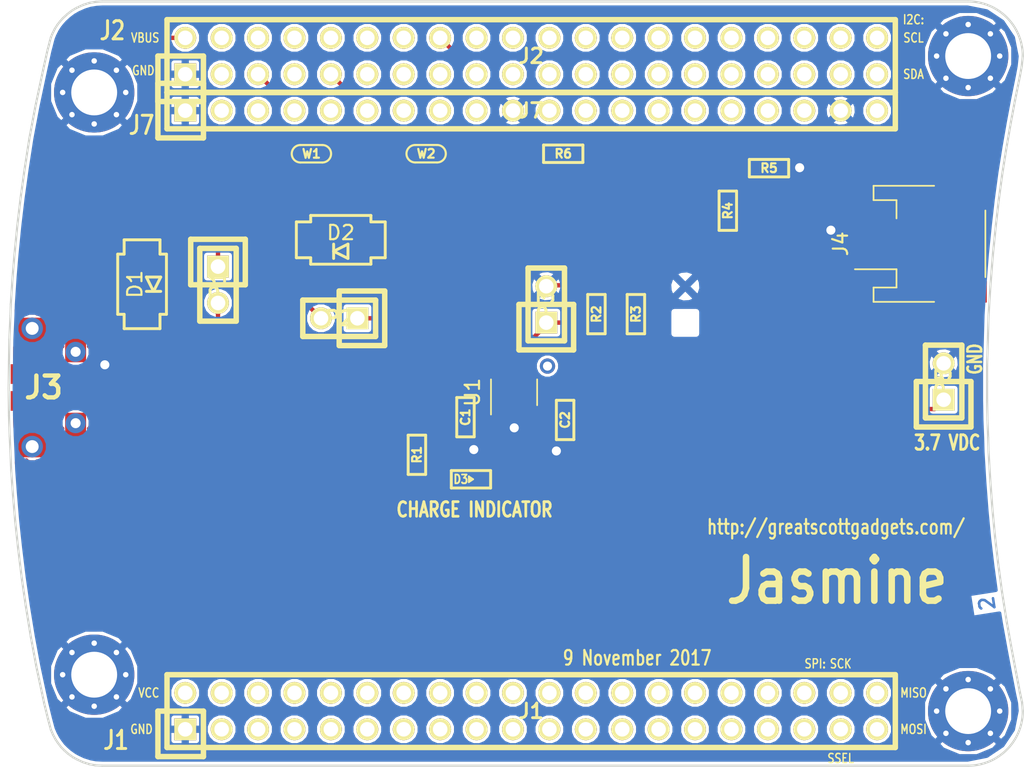
<source format=kicad_pcb>
(kicad_pcb (version 4) (host pcbnew 4.0.6+dfsg1-1)

  (general
    (links 92)
    (no_connects 5)
    (area 97.051224 67 279.525801 123.000001)
    (thickness 1.6)
    (drawings 123)
    (tracks 123)
    (zones 0)
    (modules 27)
    (nets 107)
  )

  (page A4)
  (layers
    (0 F.Cu signal)
    (31 B.Cu signal hide)
    (32 B.Adhes user)
    (33 F.Adhes user)
    (34 B.Paste user)
    (35 F.Paste user)
    (36 B.SilkS user)
    (37 F.SilkS user)
    (38 B.Mask user)
    (39 F.Mask user)
    (40 Dwgs.User user)
    (41 Cmts.User user)
    (42 Eco1.User user)
    (43 Eco2.User user)
    (44 Edge.Cuts user)
    (45 Margin user)
    (46 B.CrtYd user)
    (47 F.CrtYd user)
    (48 B.Fab user)
    (49 F.Fab user)
  )

  (setup
    (last_trace_width 0.2032)
    (user_trace_width 0.3048)
    (user_trace_width 0.4572)
    (user_trace_width 0.508)
    (trace_clearance 0.1524)
    (zone_clearance 0.2032)
    (zone_45_only no)
    (trace_min 0.2032)
    (segment_width 0.15)
    (edge_width 0.15)
    (via_size 0.762)
    (via_drill 0.3302)
    (via_min_size 0.6858)
    (via_min_drill 0.3302)
    (user_via 0.9398 0.508)
    (user_via 1.016 0.508)
    (user_via 1.0668 0.635)
    (uvia_size 0.508)
    (uvia_drill 0.2032)
    (uvias_allowed no)
    (uvia_min_size 0)
    (uvia_min_drill 0)
    (pcb_text_width 0.3)
    (pcb_text_size 1.5 1.5)
    (mod_edge_width 0.2032)
    (mod_text_size 1 1)
    (mod_text_width 0.15)
    (pad_size 1 3.5)
    (pad_drill 0)
    (pad_to_mask_clearance 0.127)
    (pad_to_paste_clearance_ratio -0.05)
    (aux_axis_origin 0 0)
    (visible_elements FFFFFF7F)
    (pcbplotparams
      (layerselection 0x010a8_80000001)
      (usegerberextensions true)
      (excludeedgelayer true)
      (linewidth 0.100000)
      (plotframeref false)
      (viasonmask false)
      (mode 1)
      (useauxorigin false)
      (hpglpennumber 1)
      (hpglpenspeed 20)
      (hpglpendiameter 15)
      (hpglpenoverlay 2)
      (psnegative false)
      (psa4output false)
      (plotreference false)
      (plotvalue false)
      (plotinvisibletext false)
      (padsonsilk false)
      (subtractmaskfromsilk false)
      (outputformat 1)
      (mirror false)
      (drillshape 0)
      (scaleselection 1)
      (outputdirectory gerber))
  )

  (net 0 "")
  (net 1 GND)
  (net 2 "Net-(C1-Pad2)")
  (net 3 "Net-(C2-Pad2)")
  (net 4 /+5V)
  (net 5 "Net-(D3-Pad2)")
  (net 6 "Net-(D3-Pad1)")
  (net 7 /P4_9)
  (net 8 /P0_0)
  (net 9 /P4_10)
  (net 10 /P0_1)
  (net 11 /P1_0)
  (net 12 /P5_0)
  (net 13 /P5_1)
  (net 14 /P1_1)
  (net 15 /CLK0)
  (net 16 /P1_2)
  (net 17 /P1_5)
  (net 18 /P5_2)
  (net 19 /P1_7)
  (net 20 /P1_6)
  (net 21 /P1_9)
  (net 22 /P1_8)
  (net 23 /P5_3)
  (net 24 /P1_10)
  (net 25 /P1_12)
  (net 26 /P1_11)
  (net 27 /P5_5)
  (net 28 /P5_4)
  (net 29 /P1_14)
  (net 30 /P1_13)
  (net 31 /P5_6)
  (net 32 /P1_15)
  (net 33 /P5_7)
  (net 34 /P1_16)
  (net 35 /P1_18)
  (net 36 /P1_17)
  (net 37 /P9_5)
  (net 38 /P9_6)
  (net 39 /P2_0)
  (net 40 /P6_0)
  (net 41 /P1_20)
  (net 42 /P1_19)
  (net 43 /P1_4)
  (net 44 /P1_3)
  (net 45 /P4_8)
  (net 46 /P4_0)
  (net 47 /ADC0_0)
  (net 48 /P4_5)
  (net 49 /P4_4)
  (net 50 /P4_2)
  (net 51 /P4_3)
  (net 52 /P4_6)
  (net 53 /P4_7)
  (net 54 /CLK2)
  (net 55 /P2_8)
  (net 56 /P2_7)
  (net 57 /P2_6)
  (net 58 /P7_7)
  (net 59 /WAKEUP0)
  (net 60 /P2_5)
  (net 61 /P2_4)
  (net 62 /P2_3)
  (net 63 /PF_4)
  (net 64 /P3_2)
  (net 65 /P7_2)
  (net 66 /P3_1)
  (net 67 /P7_1)
  (net 68 /P3_0)
  (net 69 /P7_0)
  (net 70 /P3_4)
  (net 71 /P6_8)
  (net 72 /P3_7)
  (net 73 /P6_7)
  (net 74 /P3_3)
  (net 75 /P2_2)
  (net 76 /P6_6)
  (net 77 /P2_1)
  (net 78 /P6_3)
  (net 79 /P3_5)
  (net 80 /P3_6)
  (net 81 /I2C0_SDA)
  (net 82 /I2C0_SCL)
  (net 83 "Net-(J3-Pad4)")
  (net 84 "Net-(J3-Pad3)")
  (net 85 "Net-(J3-Pad2)")
  (net 86 /P6_4)
  (net 87 /P6_5)
  (net 88 /ADC0_5)
  (net 89 /ADC0_2)
  (net 90 /P2_9)
  (net 91 /P2_12)
  (net 92 /P2_13)
  (net 93 /RTC_ALARM)
  (net 94 /RESET)
  (net 95 /VBAT)
  (net 96 /P2_11)
  (net 97 /P2_10)
  (net 98 /P6_10)
  (net 99 /P6_9)
  (net 100 /P6_2)
  (net 101 /P6_1)
  (net 102 "Net-(P3-Pad1)")
  (net 103 "Net-(J3-Pad0)")
  (net 104 "Net-(R4-Pad2)")
  (net 105 "Net-(J1-Pad2)")
  (net 106 "Net-(J7-Pad20)")

  (net_class Default "This is the default net class."
    (clearance 0.1524)
    (trace_width 0.2032)
    (via_dia 0.762)
    (via_drill 0.3302)
    (uvia_dia 0.508)
    (uvia_drill 0.2032)
    (add_net /+5V)
    (add_net /ADC0_0)
    (add_net /ADC0_2)
    (add_net /ADC0_5)
    (add_net /CLK0)
    (add_net /CLK2)
    (add_net /I2C0_SCL)
    (add_net /I2C0_SDA)
    (add_net /P0_0)
    (add_net /P0_1)
    (add_net /P1_0)
    (add_net /P1_1)
    (add_net /P1_10)
    (add_net /P1_11)
    (add_net /P1_12)
    (add_net /P1_13)
    (add_net /P1_14)
    (add_net /P1_15)
    (add_net /P1_16)
    (add_net /P1_17)
    (add_net /P1_18)
    (add_net /P1_19)
    (add_net /P1_2)
    (add_net /P1_20)
    (add_net /P1_3)
    (add_net /P1_4)
    (add_net /P1_5)
    (add_net /P1_6)
    (add_net /P1_7)
    (add_net /P1_8)
    (add_net /P1_9)
    (add_net /P2_0)
    (add_net /P2_1)
    (add_net /P2_10)
    (add_net /P2_11)
    (add_net /P2_12)
    (add_net /P2_13)
    (add_net /P2_2)
    (add_net /P2_3)
    (add_net /P2_4)
    (add_net /P2_5)
    (add_net /P2_6)
    (add_net /P2_7)
    (add_net /P2_8)
    (add_net /P2_9)
    (add_net /P3_0)
    (add_net /P3_1)
    (add_net /P3_2)
    (add_net /P3_3)
    (add_net /P3_4)
    (add_net /P3_5)
    (add_net /P3_6)
    (add_net /P3_7)
    (add_net /P4_0)
    (add_net /P4_10)
    (add_net /P4_2)
    (add_net /P4_3)
    (add_net /P4_4)
    (add_net /P4_5)
    (add_net /P4_6)
    (add_net /P4_7)
    (add_net /P4_8)
    (add_net /P4_9)
    (add_net /P5_0)
    (add_net /P5_1)
    (add_net /P5_2)
    (add_net /P5_3)
    (add_net /P5_4)
    (add_net /P5_5)
    (add_net /P5_6)
    (add_net /P5_7)
    (add_net /P6_0)
    (add_net /P6_1)
    (add_net /P6_10)
    (add_net /P6_2)
    (add_net /P6_3)
    (add_net /P6_4)
    (add_net /P6_5)
    (add_net /P6_6)
    (add_net /P6_7)
    (add_net /P6_8)
    (add_net /P6_9)
    (add_net /P7_0)
    (add_net /P7_1)
    (add_net /P7_2)
    (add_net /P7_7)
    (add_net /P9_5)
    (add_net /P9_6)
    (add_net /PF_4)
    (add_net /RESET)
    (add_net /RTC_ALARM)
    (add_net /VBAT)
    (add_net /WAKEUP0)
    (add_net GND)
    (add_net "Net-(C1-Pad2)")
    (add_net "Net-(C2-Pad2)")
    (add_net "Net-(D3-Pad1)")
    (add_net "Net-(D3-Pad2)")
    (add_net "Net-(J1-Pad2)")
    (add_net "Net-(J3-Pad0)")
    (add_net "Net-(J3-Pad2)")
    (add_net "Net-(J3-Pad3)")
    (add_net "Net-(J3-Pad4)")
    (add_net "Net-(J7-Pad20)")
    (add_net "Net-(P3-Pad1)")
    (add_net "Net-(R4-Pad2)")
  )

  (module gsg-modules:HEADER-1x20 (layer F.Cu) (tedit 560071ED) (tstamp 56008D0F)
    (at 146.05 76.2)
    (tags CONN)
    (path /560E713A)
    (fp_text reference J7 (at 0 0) (layer F.SilkS)
      (effects (font (size 1.016 1.016) (thickness 0.2032)))
    )
    (fp_text value BONUS_ROW (at -15.24 0) (layer F.SilkS) hide
      (effects (font (size 1.016 1.016) (thickness 0.2032)))
    )
    (fp_line (start -22.86 1.905) (end -22.86 -1.905) (layer F.SilkS) (width 0.381))
    (fp_line (start -22.86 -1.905) (end -26.035 -1.905) (layer F.SilkS) (width 0.381))
    (fp_line (start -26.035 -1.905) (end -26.035 1.905) (layer F.SilkS) (width 0.381))
    (fp_line (start -25.4 -1.27) (end -25.4 1.27) (layer F.SilkS) (width 0.381))
    (fp_line (start -25.4 1.27) (end 25.4 1.27) (layer F.SilkS) (width 0.381))
    (fp_line (start 25.4 1.27) (end 25.4 -1.27) (layer F.SilkS) (width 0.381))
    (fp_line (start 25.4 -1.27) (end -25.4 -1.27) (layer F.SilkS) (width 0.381))
    (fp_line (start -26.035 1.905) (end -22.86 1.905) (layer F.SilkS) (width 0.381))
    (pad 1 thru_hole rect (at -24.13 0) (size 1.524 1.524) (drill 1.016) (layers *.Cu *.Mask F.SilkS)
      (net 1 GND) (die_length 0.08382))
    (pad 2 thru_hole circle (at -21.59 0) (size 1.524 1.524) (drill 1.016) (layers *.Cu *.Mask F.SilkS)
      (net 86 /P6_4) (die_length 0.06096))
    (pad 3 thru_hole circle (at -19.05 0) (size 1.524 1.524) (drill 1.016) (layers *.Cu *.Mask F.SilkS)
      (net 87 /P6_5) (die_length 0.08382))
    (pad 4 thru_hole circle (at -16.51 0) (size 1.524 1.524) (drill 1.016) (layers *.Cu *.Mask F.SilkS)
      (net 88 /ADC0_5) (die_length -2147.483648))
    (pad 5 thru_hole circle (at -13.97 0) (size 1.524 1.524) (drill 1.016) (layers *.Cu *.Mask F.SilkS)
      (net 89 /ADC0_2) (die_length -2147.483648))
    (pad 6 thru_hole circle (at -11.43 0) (size 1.524 1.524) (drill 1.016) (layers *.Cu *.Mask F.SilkS)
      (net 90 /P2_9) (die_length 0.7874))
    (pad 7 thru_hole circle (at -8.89 0) (size 1.524 1.524) (drill 1.016) (layers *.Cu *.Mask F.SilkS)
      (net 91 /P2_12) (die_length -2147.483648))
    (pad 8 thru_hole circle (at -6.35 0) (size 1.524 1.524) (drill 1.016) (layers *.Cu *.Mask F.SilkS)
      (net 92 /P2_13) (die_length -2147.483648))
    (pad 9 thru_hole circle (at -3.81 0) (size 1.524 1.524) (drill 1.016) (layers *.Cu *.Mask F.SilkS)
      (net 93 /RTC_ALARM))
    (pad 10 thru_hole circle (at -1.27 0) (size 1.524 1.524) (drill 1.016) (layers *.Cu *.Mask F.SilkS)
      (net 1 GND))
    (pad 11 thru_hole circle (at 1.27 0) (size 1.524 1.524) (drill 1.016) (layers *.Cu *.Mask F.SilkS)
      (net 94 /RESET))
    (pad 12 thru_hole circle (at 3.81 0) (size 1.524 1.524) (drill 1.016) (layers *.Cu *.Mask F.SilkS)
      (net 95 /VBAT))
    (pad 13 thru_hole circle (at 6.35 0) (size 1.524 1.524) (drill 1.016) (layers *.Cu *.Mask F.SilkS)
      (net 96 /P2_11))
    (pad 14 thru_hole circle (at 8.89 0) (size 1.524 1.524) (drill 1.016) (layers *.Cu *.Mask F.SilkS)
      (net 97 /P2_10))
    (pad 15 thru_hole circle (at 11.43 0) (size 1.524 1.524) (drill 1.016) (layers *.Cu *.Mask F.SilkS)
      (net 98 /P6_10))
    (pad 16 thru_hole circle (at 13.97 0) (size 1.524 1.524) (drill 1.016) (layers *.Cu *.Mask F.SilkS)
      (net 99 /P6_9))
    (pad 17 thru_hole circle (at 16.51 0) (size 1.524 1.524) (drill 1.016) (layers *.Cu *.Mask F.SilkS)
      (net 100 /P6_2))
    (pad 18 thru_hole circle (at 19.05 0) (size 1.524 1.524) (drill 1.016) (layers *.Cu *.Mask F.SilkS)
      (net 101 /P6_1))
    (pad 19 thru_hole circle (at 21.59 0) (size 1.524 1.524) (drill 1.016) (layers *.Cu *.Mask F.SilkS)
      (net 1 GND))
    (pad 20 thru_hole circle (at 24.13 0) (size 1.524 1.524) (drill 1.016) (layers *.Cu *.Mask F.SilkS)
      (net 106 "Net-(J7-Pad20)"))
  )

  (module gsg-modules:HEADER-2x20 (layer F.Cu) (tedit 4F8A60EE) (tstamp 56008C89)
    (at 146.05 118.11)
    (tags CONN)
    (path /55FB1D52)
    (fp_text reference J1 (at 0 0) (layer F.SilkS)
      (effects (font (size 1.016 1.016) (thickness 0.2032)))
    )
    (fp_text value NEIGHBOR1 (at 0 0) (layer F.SilkS) hide
      (effects (font (size 1.016 1.016) (thickness 0.2032)))
    )
    (fp_line (start -25.4 -2.54) (end 25.4 -2.54) (layer F.SilkS) (width 0.381))
    (fp_line (start 25.4 -2.54) (end 25.4 2.54) (layer F.SilkS) (width 0.381))
    (fp_line (start 25.4 2.54) (end -25.4 2.54) (layer F.SilkS) (width 0.381))
    (fp_line (start -22.86 0) (end -26.035 0) (layer F.SilkS) (width 0.381))
    (fp_line (start -26.035 0) (end -26.035 3.175) (layer F.SilkS) (width 0.381))
    (fp_line (start -26.035 3.175) (end -22.86 3.175) (layer F.SilkS) (width 0.381))
    (fp_line (start -22.86 3.175) (end -22.86 0) (layer F.SilkS) (width 0.381))
    (fp_line (start -25.4 2.54) (end -25.4 -2.54) (layer F.SilkS) (width 0.381))
    (pad 1 thru_hole rect (at -24.13 1.27) (size 1.524 1.524) (drill 1.016) (layers *.Cu *.Mask F.SilkS)
      (net 1 GND) (die_length 0.08382))
    (pad 2 thru_hole circle (at -24.13 -1.27) (size 1.524 1.524) (drill 1.016) (layers *.Cu *.Mask F.SilkS)
      (net 105 "Net-(J1-Pad2)") (die_length -2147.483648))
    (pad 3 thru_hole circle (at -21.59 1.27) (size 1.524 1.524) (drill 1.016) (layers *.Cu *.Mask F.SilkS)
      (net 7 /P4_9) (die_length 0.06096))
    (pad 4 thru_hole circle (at -21.59 -1.27) (size 1.524 1.524) (drill 1.016) (layers *.Cu *.Mask F.SilkS)
      (net 8 /P0_0) (die_length -2147.483648))
    (pad 5 thru_hole circle (at -19.05 1.27) (size 1.524 1.524) (drill 1.016) (layers *.Cu *.Mask F.SilkS)
      (net 9 /P4_10) (die_length 0.12192))
    (pad 6 thru_hole circle (at -19.05 -1.27) (size 1.524 1.524) (drill 1.016) (layers *.Cu *.Mask F.SilkS)
      (net 10 /P0_1) (die_length 0.12192))
    (pad 7 thru_hole circle (at -16.51 1.27) (size 1.524 1.524) (drill 1.016) (layers *.Cu *.Mask F.SilkS)
      (net 11 /P1_0) (die_length 0.12192))
    (pad 8 thru_hole circle (at -16.51 -1.27) (size 1.524 1.524) (drill 1.016) (layers *.Cu *.Mask F.SilkS)
      (net 12 /P5_0) (die_length 0.08382))
    (pad 9 thru_hole circle (at -13.97 1.27) (size 1.524 1.524) (drill 1.016) (layers *.Cu *.Mask F.SilkS)
      (net 13 /P5_1) (die_length -2147.483648))
    (pad 10 thru_hole circle (at -13.97 -1.27) (size 1.524 1.524) (drill 1.016) (layers *.Cu *.Mask F.SilkS)
      (net 14 /P1_1) (die_length 0.24638))
    (pad 11 thru_hole circle (at -11.43 1.27) (size 1.524 1.524) (drill 1.016) (layers *.Cu *.Mask F.SilkS)
      (net 15 /CLK0) (die_length -2147.483648))
    (pad 12 thru_hole circle (at -11.43 -1.27) (size 1.524 1.524) (drill 1.016) (layers *.Cu *.Mask F.SilkS)
      (net 16 /P1_2) (die_length -2147.483648))
    (pad 13 thru_hole circle (at -8.89 1.27) (size 1.524 1.524) (drill 1.016) (layers *.Cu *.Mask F.SilkS)
      (net 17 /P1_5) (die_length 0.10668))
    (pad 14 thru_hole circle (at -8.89 -1.27) (size 1.524 1.524) (drill 1.016) (layers *.Cu *.Mask F.SilkS)
      (net 18 /P5_2) (die_length 0.04318))
    (pad 15 thru_hole circle (at -6.35 1.27) (size 1.524 1.524) (drill 1.016) (layers *.Cu *.Mask F.SilkS)
      (net 19 /P1_7) (die_length 0.02286))
    (pad 16 thru_hole circle (at -6.35 -1.27) (size 1.524 1.524) (drill 1.016) (layers *.Cu *.Mask F.SilkS)
      (net 20 /P1_6) (die_length 0.25146))
    (pad 17 thru_hole circle (at -3.81 1.27) (size 1.524 1.524) (drill 1.016) (layers *.Cu *.Mask F.SilkS)
      (net 21 /P1_9) (die_length -2147.483648))
    (pad 18 thru_hole circle (at -3.81 -1.27) (size 1.524 1.524) (drill 1.016) (layers *.Cu *.Mask F.SilkS)
      (net 22 /P1_8) (die_length -2147.483648))
    (pad 19 thru_hole circle (at -1.27 1.27) (size 1.524 1.524) (drill 1.016) (layers *.Cu *.Mask F.SilkS)
      (net 23 /P5_3) (die_length 0.08382))
    (pad 20 thru_hole circle (at -1.27 -1.27) (size 1.524 1.524) (drill 1.016) (layers *.Cu *.Mask F.SilkS)
      (net 24 /P1_10) (die_length 0.08382))
    (pad 21 thru_hole circle (at 1.27 1.27) (size 1.524 1.524) (drill 1.016) (layers *.Cu *.Mask F.SilkS)
      (net 25 /P1_12) (die_length -2147.483648))
    (pad 22 thru_hole circle (at 1.27 -1.27) (size 1.524 1.524) (drill 1.016) (layers *.Cu *.Mask F.SilkS)
      (net 26 /P1_11) (die_length 0.08382))
    (pad 23 thru_hole circle (at 3.81 1.27) (size 1.524 1.524) (drill 1.016) (layers *.Cu *.Mask F.SilkS)
      (net 27 /P5_5) (die_length -2147.483648))
    (pad 24 thru_hole circle (at 3.81 -1.27) (size 1.524 1.524) (drill 1.016) (layers *.Cu *.Mask F.SilkS)
      (net 28 /P5_4) (die_length -2147.483648))
    (pad 25 thru_hole circle (at 6.35 1.27) (size 1.524 1.524) (drill 1.016) (layers *.Cu *.Mask F.SilkS)
      (net 29 /P1_14) (die_length 0.08382))
    (pad 26 thru_hole circle (at 6.35 -1.27) (size 1.524 1.524) (drill 1.016) (layers *.Cu *.Mask F.SilkS)
      (net 30 /P1_13) (die_length -2147.483648))
    (pad 27 thru_hole circle (at 8.89 1.27) (size 1.524 1.524) (drill 1.016) (layers *.Cu *.Mask F.SilkS)
      (net 31 /P5_6) (die_length -2147.483648))
    (pad 28 thru_hole circle (at 8.89 -1.27) (size 1.524 1.524) (drill 1.016) (layers *.Cu *.Mask F.SilkS)
      (net 32 /P1_15) (die_length 0.08382))
    (pad 29 thru_hole circle (at 11.43 1.27) (size 1.524 1.524) (drill 1.016) (layers *.Cu *.Mask F.SilkS)
      (net 33 /P5_7) (die_length 0.08382))
    (pad 30 thru_hole circle (at 11.43 -1.27) (size 1.524 1.524) (drill 1.016) (layers *.Cu *.Mask F.SilkS)
      (net 34 /P1_16) (die_length -2147.483648))
    (pad 31 thru_hole circle (at 13.97 1.27) (size 1.524 1.524) (drill 1.016) (layers *.Cu *.Mask F.SilkS)
      (net 35 /P1_18) (die_length 0.08382))
    (pad 32 thru_hole circle (at 13.97 -1.27) (size 1.524 1.524) (drill 1.016) (layers *.Cu *.Mask F.SilkS)
      (net 36 /P1_17) (die_length -2147.483648))
    (pad 33 thru_hole circle (at 16.51 1.27) (size 1.524 1.524) (drill 1.016) (layers *.Cu *.Mask F.SilkS)
      (net 37 /P9_5) (die_length -2147.483648))
    (pad 34 thru_hole circle (at 16.51 -1.27) (size 1.524 1.524) (drill 1.016) (layers *.Cu *.Mask F.SilkS)
      (net 38 /P9_6) (die_length 0.08382))
    (pad 35 thru_hole circle (at 19.05 1.27) (size 1.524 1.524) (drill 1.016) (layers *.Cu *.Mask F.SilkS)
      (net 39 /P2_0) (die_length -2147.483648))
    (pad 36 thru_hole circle (at 19.05 -1.27) (size 1.524 1.524) (drill 1.016) (layers *.Cu *.Mask F.SilkS)
      (net 40 /P6_0) (die_length 0.08382))
    (pad 37 thru_hole circle (at 21.59 1.27) (size 1.524 1.524) (drill 1.016) (layers *.Cu *.Mask F.SilkS)
      (net 41 /P1_20) (die_length 0.08382))
    (pad 38 thru_hole circle (at 21.59 -1.27) (size 1.524 1.524) (drill 1.016) (layers *.Cu *.Mask F.SilkS)
      (net 42 /P1_19) (die_length -2147.483648))
    (pad 39 thru_hole circle (at 24.13 1.27) (size 1.524 1.524) (drill 1.016) (layers *.Cu *.Mask F.SilkS)
      (net 43 /P1_4) (die_length 0.08382))
    (pad 40 thru_hole circle (at 24.13 -1.27) (size 1.524 1.524) (drill 1.016) (layers *.Cu *.Mask F.SilkS)
      (net 44 /P1_3) (die_length 0.08382))
  )

  (module gsg-modules:HEADER-2x20 (layer F.Cu) (tedit 4F8A60EE) (tstamp 56008CB5)
    (at 146.05 72.39)
    (tags CONN)
    (path /55EAB4B7)
    (fp_text reference J2 (at 0 0) (layer F.SilkS)
      (effects (font (size 1.016 1.016) (thickness 0.2032)))
    )
    (fp_text value NEIGHBOR2 (at 0 0) (layer F.SilkS) hide
      (effects (font (size 1.016 1.016) (thickness 0.2032)))
    )
    (fp_line (start -25.4 -2.54) (end 25.4 -2.54) (layer F.SilkS) (width 0.381))
    (fp_line (start 25.4 -2.54) (end 25.4 2.54) (layer F.SilkS) (width 0.381))
    (fp_line (start 25.4 2.54) (end -25.4 2.54) (layer F.SilkS) (width 0.381))
    (fp_line (start -22.86 0) (end -26.035 0) (layer F.SilkS) (width 0.381))
    (fp_line (start -26.035 0) (end -26.035 3.175) (layer F.SilkS) (width 0.381))
    (fp_line (start -26.035 3.175) (end -22.86 3.175) (layer F.SilkS) (width 0.381))
    (fp_line (start -22.86 3.175) (end -22.86 0) (layer F.SilkS) (width 0.381))
    (fp_line (start -25.4 2.54) (end -25.4 -2.54) (layer F.SilkS) (width 0.381))
    (pad 1 thru_hole rect (at -24.13 1.27) (size 1.524 1.524) (drill 1.016) (layers *.Cu *.Mask F.SilkS)
      (net 1 GND) (die_length 0.08382))
    (pad 2 thru_hole circle (at -24.13 -1.27) (size 1.524 1.524) (drill 1.016) (layers *.Cu *.Mask F.SilkS)
      (net 4 /+5V) (die_length -2147.483648))
    (pad 3 thru_hole circle (at -21.59 1.27) (size 1.524 1.524) (drill 1.016) (layers *.Cu *.Mask F.SilkS)
      (net 45 /P4_8) (die_length 0.06096))
    (pad 4 thru_hole circle (at -21.59 -1.27) (size 1.524 1.524) (drill 1.016) (layers *.Cu *.Mask F.SilkS)
      (net 46 /P4_0) (die_length -2147.483648))
    (pad 5 thru_hole circle (at -19.05 1.27) (size 1.524 1.524) (drill 1.016) (layers *.Cu *.Mask F.SilkS)
      (net 47 /ADC0_0) (die_length 0.12192))
    (pad 6 thru_hole circle (at -19.05 -1.27) (size 1.524 1.524) (drill 1.016) (layers *.Cu *.Mask F.SilkS)
      (net 48 /P4_5) (die_length 0.12192))
    (pad 7 thru_hole circle (at -16.51 1.27) (size 1.524 1.524) (drill 1.016) (layers *.Cu *.Mask F.SilkS)
      (net 49 /P4_4) (die_length 0.12192))
    (pad 8 thru_hole circle (at -16.51 -1.27) (size 1.524 1.524) (drill 1.016) (layers *.Cu *.Mask F.SilkS)
      (net 50 /P4_2) (die_length 0.08382))
    (pad 9 thru_hole circle (at -13.97 1.27) (size 1.524 1.524) (drill 1.016) (layers *.Cu *.Mask F.SilkS)
      (net 51 /P4_3) (die_length -2147.483648))
    (pad 10 thru_hole circle (at -13.97 -1.27) (size 1.524 1.524) (drill 1.016) (layers *.Cu *.Mask F.SilkS)
      (net 52 /P4_6) (die_length 0.24638))
    (pad 11 thru_hole circle (at -11.43 1.27) (size 1.524 1.524) (drill 1.016) (layers *.Cu *.Mask F.SilkS)
      (net 53 /P4_7) (die_length -2147.483648))
    (pad 12 thru_hole circle (at -11.43 -1.27) (size 1.524 1.524) (drill 1.016) (layers *.Cu *.Mask F.SilkS)
      (net 54 /CLK2) (die_length -2147.483648))
    (pad 13 thru_hole circle (at -8.89 1.27) (size 1.524 1.524) (drill 1.016) (layers *.Cu *.Mask F.SilkS)
      (net 55 /P2_8) (die_length 0.10668))
    (pad 14 thru_hole circle (at -8.89 -1.27) (size 1.524 1.524) (drill 1.016) (layers *.Cu *.Mask F.SilkS)
      (net 56 /P2_7) (die_length 0.04318))
    (pad 15 thru_hole circle (at -6.35 1.27) (size 1.524 1.524) (drill 1.016) (layers *.Cu *.Mask F.SilkS)
      (net 57 /P2_6) (die_length 0.02286))
    (pad 16 thru_hole circle (at -6.35 -1.27) (size 1.524 1.524) (drill 1.016) (layers *.Cu *.Mask F.SilkS)
      (net 58 /P7_7) (die_length 0.25146))
    (pad 17 thru_hole circle (at -3.81 1.27) (size 1.524 1.524) (drill 1.016) (layers *.Cu *.Mask F.SilkS)
      (net 59 /WAKEUP0) (die_length -2147.483648))
    (pad 18 thru_hole circle (at -3.81 -1.27) (size 1.524 1.524) (drill 1.016) (layers *.Cu *.Mask F.SilkS)
      (net 60 /P2_5) (die_length -2147.483648))
    (pad 19 thru_hole circle (at -1.27 1.27) (size 1.524 1.524) (drill 1.016) (layers *.Cu *.Mask F.SilkS)
      (net 61 /P2_4) (die_length 0.08382))
    (pad 20 thru_hole circle (at -1.27 -1.27) (size 1.524 1.524) (drill 1.016) (layers *.Cu *.Mask F.SilkS)
      (net 62 /P2_3) (die_length 0.08382))
    (pad 21 thru_hole circle (at 1.27 1.27) (size 1.524 1.524) (drill 1.016) (layers *.Cu *.Mask F.SilkS)
      (net 63 /PF_4) (die_length -2147.483648))
    (pad 22 thru_hole circle (at 1.27 -1.27) (size 1.524 1.524) (drill 1.016) (layers *.Cu *.Mask F.SilkS)
      (net 64 /P3_2) (die_length 0.08382))
    (pad 23 thru_hole circle (at 3.81 1.27) (size 1.524 1.524) (drill 1.016) (layers *.Cu *.Mask F.SilkS)
      (net 65 /P7_2) (die_length -2147.483648))
    (pad 24 thru_hole circle (at 3.81 -1.27) (size 1.524 1.524) (drill 1.016) (layers *.Cu *.Mask F.SilkS)
      (net 66 /P3_1) (die_length -2147.483648))
    (pad 25 thru_hole circle (at 6.35 1.27) (size 1.524 1.524) (drill 1.016) (layers *.Cu *.Mask F.SilkS)
      (net 67 /P7_1) (die_length 0.08382))
    (pad 26 thru_hole circle (at 6.35 -1.27) (size 1.524 1.524) (drill 1.016) (layers *.Cu *.Mask F.SilkS)
      (net 68 /P3_0) (die_length -2147.483648))
    (pad 27 thru_hole circle (at 8.89 1.27) (size 1.524 1.524) (drill 1.016) (layers *.Cu *.Mask F.SilkS)
      (net 69 /P7_0) (die_length -2147.483648))
    (pad 28 thru_hole circle (at 8.89 -1.27) (size 1.524 1.524) (drill 1.016) (layers *.Cu *.Mask F.SilkS)
      (net 70 /P3_4) (die_length 0.08382))
    (pad 29 thru_hole circle (at 11.43 1.27) (size 1.524 1.524) (drill 1.016) (layers *.Cu *.Mask F.SilkS)
      (net 71 /P6_8) (die_length 0.08382))
    (pad 30 thru_hole circle (at 11.43 -1.27) (size 1.524 1.524) (drill 1.016) (layers *.Cu *.Mask F.SilkS)
      (net 72 /P3_7) (die_length -2147.483648))
    (pad 31 thru_hole circle (at 13.97 1.27) (size 1.524 1.524) (drill 1.016) (layers *.Cu *.Mask F.SilkS)
      (net 73 /P6_7) (die_length 0.08382))
    (pad 32 thru_hole circle (at 13.97 -1.27) (size 1.524 1.524) (drill 1.016) (layers *.Cu *.Mask F.SilkS)
      (net 74 /P3_3) (die_length -2147.483648))
    (pad 33 thru_hole circle (at 16.51 1.27) (size 1.524 1.524) (drill 1.016) (layers *.Cu *.Mask F.SilkS)
      (net 75 /P2_2) (die_length -2147.483648))
    (pad 34 thru_hole circle (at 16.51 -1.27) (size 1.524 1.524) (drill 1.016) (layers *.Cu *.Mask F.SilkS)
      (net 76 /P6_6) (die_length 0.08382))
    (pad 35 thru_hole circle (at 19.05 1.27) (size 1.524 1.524) (drill 1.016) (layers *.Cu *.Mask F.SilkS)
      (net 77 /P2_1) (die_length -2147.483648))
    (pad 36 thru_hole circle (at 19.05 -1.27) (size 1.524 1.524) (drill 1.016) (layers *.Cu *.Mask F.SilkS)
      (net 78 /P6_3) (die_length 0.08382))
    (pad 37 thru_hole circle (at 21.59 1.27) (size 1.524 1.524) (drill 1.016) (layers *.Cu *.Mask F.SilkS)
      (net 79 /P3_5) (die_length 0.08382))
    (pad 38 thru_hole circle (at 21.59 -1.27) (size 1.524 1.524) (drill 1.016) (layers *.Cu *.Mask F.SilkS)
      (net 80 /P3_6) (die_length -2147.483648))
    (pad 39 thru_hole circle (at 24.13 1.27) (size 1.524 1.524) (drill 1.016) (layers *.Cu *.Mask F.SilkS)
      (net 81 /I2C0_SDA) (die_length 0.08382))
    (pad 40 thru_hole circle (at 24.13 -1.27) (size 1.524 1.524) (drill 1.016) (layers *.Cu *.Mask F.SilkS)
      (net 82 /I2C0_SCL) (die_length 0.08382))
  )

  (module gsg-modules:HOLE126MIL-COPPER (layer F.Cu) (tedit 528F8568) (tstamp 56009D36)
    (at 115.57 74.93)
    (path /56010ADB)
    (fp_text reference MH1 (at 0 0) (layer F.SilkS) hide
      (effects (font (size 1.00076 1.00076) (thickness 0.2032)))
    )
    (fp_text value MOUNTING_HOLE (at 0 0) (layer F.SilkS) hide
      (effects (font (size 1.00076 1.00076) (thickness 0.2032)))
    )
    (pad 1 thru_hole circle (at 0 0) (size 5.6 5.6) (drill 3.2004) (layers *.Cu *.Mask)
      (net 1 GND))
    (pad 1 thru_hole circle (at 0 -2.2) (size 0.6 0.6) (drill 0.381) (layers *.Cu *.Mask)
      (net 1 GND))
    (pad 1 thru_hole circle (at -2.2 0) (size 0.6 0.6) (drill 0.381) (layers *.Cu *.Mask)
      (net 1 GND))
    (pad 1 thru_hole circle (at 0 2.2) (size 0.6 0.6) (drill 0.381) (layers *.Cu *.Mask)
      (net 1 GND))
    (pad 1 thru_hole circle (at 2.2 0) (size 0.6 0.6) (drill 0.381) (layers *.Cu *.Mask)
      (net 1 GND))
    (pad 1 thru_hole circle (at 1.55 -1.55) (size 0.6 0.6) (drill 0.381) (layers *.Cu *.Mask)
      (net 1 GND))
    (pad 1 thru_hole circle (at -1.55 -1.55) (size 0.6 0.6) (drill 0.381) (layers *.Cu *.Mask)
      (net 1 GND))
    (pad 1 thru_hole circle (at -1.55 1.55) (size 0.6 0.6) (drill 0.381) (layers *.Cu *.Mask)
      (net 1 GND))
    (pad 1 thru_hole circle (at 1.55 1.55) (size 0.6 0.6) (drill 0.381) (layers *.Cu *.Mask)
      (net 1 GND))
  )

  (module gsg-modules:HOLE126MIL-COPPER (layer F.Cu) (tedit 528F8568) (tstamp 56009D43)
    (at 115.57 115.57)
    (path /56010AE9)
    (fp_text reference MH2 (at 0 0) (layer F.SilkS) hide
      (effects (font (size 1.00076 1.00076) (thickness 0.2032)))
    )
    (fp_text value MOUNTING_HOLE (at 0 0) (layer F.SilkS) hide
      (effects (font (size 1.00076 1.00076) (thickness 0.2032)))
    )
    (pad 1 thru_hole circle (at 0 0) (size 5.6 5.6) (drill 3.2004) (layers *.Cu *.Mask)
      (net 1 GND))
    (pad 1 thru_hole circle (at 0 -2.2) (size 0.6 0.6) (drill 0.381) (layers *.Cu *.Mask)
      (net 1 GND))
    (pad 1 thru_hole circle (at -2.2 0) (size 0.6 0.6) (drill 0.381) (layers *.Cu *.Mask)
      (net 1 GND))
    (pad 1 thru_hole circle (at 0 2.2) (size 0.6 0.6) (drill 0.381) (layers *.Cu *.Mask)
      (net 1 GND))
    (pad 1 thru_hole circle (at 2.2 0) (size 0.6 0.6) (drill 0.381) (layers *.Cu *.Mask)
      (net 1 GND))
    (pad 1 thru_hole circle (at 1.55 -1.55) (size 0.6 0.6) (drill 0.381) (layers *.Cu *.Mask)
      (net 1 GND))
    (pad 1 thru_hole circle (at -1.55 -1.55) (size 0.6 0.6) (drill 0.381) (layers *.Cu *.Mask)
      (net 1 GND))
    (pad 1 thru_hole circle (at -1.55 1.55) (size 0.6 0.6) (drill 0.381) (layers *.Cu *.Mask)
      (net 1 GND))
    (pad 1 thru_hole circle (at 1.55 1.55) (size 0.6 0.6) (drill 0.381) (layers *.Cu *.Mask)
      (net 1 GND))
  )

  (module gsg-modules:HOLE126MIL-COPPER (layer F.Cu) (tedit 528F8568) (tstamp 56009D50)
    (at 176.53 118.11)
    (path /5600EED5)
    (fp_text reference MH3 (at 0 0) (layer F.SilkS) hide
      (effects (font (size 1.00076 1.00076) (thickness 0.2032)))
    )
    (fp_text value MOUNTING_HOLE (at 0 0) (layer F.SilkS) hide
      (effects (font (size 1.00076 1.00076) (thickness 0.2032)))
    )
    (pad 1 thru_hole circle (at 0 0) (size 5.6 5.6) (drill 3.2004) (layers *.Cu *.Mask)
      (net 1 GND))
    (pad 1 thru_hole circle (at 0 -2.2) (size 0.6 0.6) (drill 0.381) (layers *.Cu *.Mask)
      (net 1 GND))
    (pad 1 thru_hole circle (at -2.2 0) (size 0.6 0.6) (drill 0.381) (layers *.Cu *.Mask)
      (net 1 GND))
    (pad 1 thru_hole circle (at 0 2.2) (size 0.6 0.6) (drill 0.381) (layers *.Cu *.Mask)
      (net 1 GND))
    (pad 1 thru_hole circle (at 2.2 0) (size 0.6 0.6) (drill 0.381) (layers *.Cu *.Mask)
      (net 1 GND))
    (pad 1 thru_hole circle (at 1.55 -1.55) (size 0.6 0.6) (drill 0.381) (layers *.Cu *.Mask)
      (net 1 GND))
    (pad 1 thru_hole circle (at -1.55 -1.55) (size 0.6 0.6) (drill 0.381) (layers *.Cu *.Mask)
      (net 1 GND))
    (pad 1 thru_hole circle (at -1.55 1.55) (size 0.6 0.6) (drill 0.381) (layers *.Cu *.Mask)
      (net 1 GND))
    (pad 1 thru_hole circle (at 1.55 1.55) (size 0.6 0.6) (drill 0.381) (layers *.Cu *.Mask)
      (net 1 GND))
  )

  (module gsg-modules:HOLE126MIL-COPPER (layer F.Cu) (tedit 528F8568) (tstamp 56009D5D)
    (at 176.53 72.39)
    (path /560100F3)
    (fp_text reference MH4 (at 0 0) (layer F.SilkS) hide
      (effects (font (size 1.00076 1.00076) (thickness 0.2032)))
    )
    (fp_text value MOUNTING_HOLE (at 0 0) (layer F.SilkS) hide
      (effects (font (size 1.00076 1.00076) (thickness 0.2032)))
    )
    (pad 1 thru_hole circle (at 0 0) (size 5.6 5.6) (drill 3.2004) (layers *.Cu *.Mask)
      (net 1 GND))
    (pad 1 thru_hole circle (at 0 -2.2) (size 0.6 0.6) (drill 0.381) (layers *.Cu *.Mask)
      (net 1 GND))
    (pad 1 thru_hole circle (at -2.2 0) (size 0.6 0.6) (drill 0.381) (layers *.Cu *.Mask)
      (net 1 GND))
    (pad 1 thru_hole circle (at 0 2.2) (size 0.6 0.6) (drill 0.381) (layers *.Cu *.Mask)
      (net 1 GND))
    (pad 1 thru_hole circle (at 2.2 0) (size 0.6 0.6) (drill 0.381) (layers *.Cu *.Mask)
      (net 1 GND))
    (pad 1 thru_hole circle (at 1.55 -1.55) (size 0.6 0.6) (drill 0.381) (layers *.Cu *.Mask)
      (net 1 GND))
    (pad 1 thru_hole circle (at -1.55 -1.55) (size 0.6 0.6) (drill 0.381) (layers *.Cu *.Mask)
      (net 1 GND))
    (pad 1 thru_hole circle (at -1.55 1.55) (size 0.6 0.6) (drill 0.381) (layers *.Cu *.Mask)
      (net 1 GND))
    (pad 1 thru_hole circle (at 1.55 1.55) (size 0.6 0.6) (drill 0.381) (layers *.Cu *.Mask)
      (net 1 GND))
  )

  (module gsg-modules:0603 (layer F.Cu) (tedit 5605D54C) (tstamp 5A024673)
    (at 141.46784 97.59696 90)
    (path /59FBBDD8)
    (fp_text reference C1 (at 0 0 90) (layer F.SilkS)
      (effects (font (size 0.6096 0.6096) (thickness 0.1524)))
    )
    (fp_text value "4.7 uF" (at 0 0 90) (layer F.SilkS) hide
      (effects (font (size 0.6096 0.6096) (thickness 0.1524)))
    )
    (fp_line (start 1.3716 -0.6096) (end -1.3716 -0.6096) (layer F.SilkS) (width 0.2032))
    (fp_line (start -1.3716 -0.6096) (end -1.3716 0.6096) (layer F.SilkS) (width 0.2032))
    (fp_line (start -1.3716 0.6096) (end 1.3716 0.6096) (layer F.SilkS) (width 0.2032))
    (fp_line (start 1.3716 0.6096) (end 1.3716 -0.6096) (layer F.SilkS) (width 0.2032))
    (pad 2 smd rect (at 0.762 0 90) (size 0.8636 0.8636) (layers F.Cu F.Paste F.Mask)
      (net 2 "Net-(C1-Pad2)"))
    (pad 1 smd rect (at -0.762 0 90) (size 0.8636 0.8636) (layers F.Cu F.Paste F.Mask)
      (net 1 GND))
  )

  (module gsg-modules:0603 (layer F.Cu) (tedit 5605D54C) (tstamp 5A02467D)
    (at 148.41728 97.79 90)
    (path /59FE2919)
    (fp_text reference C2 (at 0 0 90) (layer F.SilkS)
      (effects (font (size 0.6096 0.6096) (thickness 0.1524)))
    )
    (fp_text value "4.7 uF" (at 0 0 90) (layer F.SilkS) hide
      (effects (font (size 0.6096 0.6096) (thickness 0.1524)))
    )
    (fp_line (start 1.3716 -0.6096) (end -1.3716 -0.6096) (layer F.SilkS) (width 0.2032))
    (fp_line (start -1.3716 -0.6096) (end -1.3716 0.6096) (layer F.SilkS) (width 0.2032))
    (fp_line (start -1.3716 0.6096) (end 1.3716 0.6096) (layer F.SilkS) (width 0.2032))
    (fp_line (start 1.3716 0.6096) (end 1.3716 -0.6096) (layer F.SilkS) (width 0.2032))
    (pad 2 smd rect (at 0.762 0 90) (size 0.8636 0.8636) (layers F.Cu F.Paste F.Mask)
      (net 3 "Net-(C2-Pad2)"))
    (pad 1 smd rect (at -0.762 0 90) (size 0.8636 0.8636) (layers F.Cu F.Paste F.Mask)
      (net 1 GND))
  )

  (module gsg-modules:SOD128 placed (layer F.Cu) (tedit 57C5F8DE) (tstamp 5A024693)
    (at 118.9101 88.3158 90)
    (path /5A00A731)
    (fp_text reference D1 (at 0 -0.5 90) (layer F.SilkS)
      (effects (font (size 1 1) (thickness 0.15)))
    )
    (fp_text value D (at 0 0 270) (layer F.SilkS) hide
      (effects (font (size 1 1) (thickness 0.15)))
    )
    (fp_line (start 2.1 1.25) (end 2.1 1.7) (layer F.SilkS) (width 0.2032))
    (fp_line (start 3.1 1.25) (end 2.1 1.25) (layer F.SilkS) (width 0.2032))
    (fp_line (start 3.1 -1.25) (end 3.1 1.25) (layer F.SilkS) (width 0.2032))
    (fp_line (start 2.1 -1.25) (end 3.1 -1.25) (layer F.SilkS) (width 0.2032))
    (fp_line (start 2.1 -1.7) (end 2.1 -1.25) (layer F.SilkS) (width 0.2032))
    (fp_line (start -2.1 1.25) (end -2.1 1.7) (layer F.SilkS) (width 0.2032))
    (fp_line (start -2.1 -1.7) (end -2.1 -1.25) (layer F.SilkS) (width 0.2032))
    (fp_line (start -3.1 1.25) (end -2.1 1.25) (layer F.SilkS) (width 0.2032))
    (fp_line (start -3.1 -1.25) (end -3.1 1.25) (layer F.SilkS) (width 0.2032))
    (fp_line (start -2.1 -1.25) (end -3.1 -1.25) (layer F.SilkS) (width 0.2032))
    (fp_line (start 2.1 1.7) (end -2.1 1.7) (layer F.SilkS) (width 0.2032))
    (fp_line (start -2.1 -1.7) (end 2.1 -1.7) (layer F.SilkS) (width 0.2032))
    (fp_line (start -0.5 0.3) (end -0.5 1.3) (layer F.SilkS) (width 0.2032))
    (fp_line (start -0.5 0.8) (end 0.5 0.3) (layer F.SilkS) (width 0.2032))
    (fp_line (start 0.5 0.3) (end 0.5 1.3) (layer F.SilkS) (width 0.2032))
    (fp_line (start 0.5 1.3) (end -0.5 0.8) (layer F.SilkS) (width 0.2032))
    (pad 1 smd rect (at -2.2 0 270) (size 1.4 2.1) (layers F.Cu F.Paste F.Mask)
      (net 2 "Net-(C1-Pad2)"))
    (pad 2 smd rect (at 2.2 0 270) (size 1.4 2.1) (layers F.Cu F.Paste F.Mask)
      (net 4 /+5V))
  )

  (module gsg-modules:SOD128 placed (layer F.Cu) (tedit 57C5F8DE) (tstamp 5A0246A9)
    (at 132.77088 85.217)
    (path /5A0210B2)
    (fp_text reference D2 (at 0 -0.5) (layer F.SilkS)
      (effects (font (size 1 1) (thickness 0.15)))
    )
    (fp_text value D (at 0 0 180) (layer F.SilkS) hide
      (effects (font (size 1 1) (thickness 0.15)))
    )
    (fp_line (start 2.1 1.25) (end 2.1 1.7) (layer F.SilkS) (width 0.2032))
    (fp_line (start 3.1 1.25) (end 2.1 1.25) (layer F.SilkS) (width 0.2032))
    (fp_line (start 3.1 -1.25) (end 3.1 1.25) (layer F.SilkS) (width 0.2032))
    (fp_line (start 2.1 -1.25) (end 3.1 -1.25) (layer F.SilkS) (width 0.2032))
    (fp_line (start 2.1 -1.7) (end 2.1 -1.25) (layer F.SilkS) (width 0.2032))
    (fp_line (start -2.1 1.25) (end -2.1 1.7) (layer F.SilkS) (width 0.2032))
    (fp_line (start -2.1 -1.7) (end -2.1 -1.25) (layer F.SilkS) (width 0.2032))
    (fp_line (start -3.1 1.25) (end -2.1 1.25) (layer F.SilkS) (width 0.2032))
    (fp_line (start -3.1 -1.25) (end -3.1 1.25) (layer F.SilkS) (width 0.2032))
    (fp_line (start -2.1 -1.25) (end -3.1 -1.25) (layer F.SilkS) (width 0.2032))
    (fp_line (start 2.1 1.7) (end -2.1 1.7) (layer F.SilkS) (width 0.2032))
    (fp_line (start -2.1 -1.7) (end 2.1 -1.7) (layer F.SilkS) (width 0.2032))
    (fp_line (start -0.5 0.3) (end -0.5 1.3) (layer F.SilkS) (width 0.2032))
    (fp_line (start -0.5 0.8) (end 0.5 0.3) (layer F.SilkS) (width 0.2032))
    (fp_line (start 0.5 0.3) (end 0.5 1.3) (layer F.SilkS) (width 0.2032))
    (fp_line (start 0.5 1.3) (end -0.5 0.8) (layer F.SilkS) (width 0.2032))
    (pad 1 smd rect (at -2.2 0 180) (size 1.4 2.1) (layers F.Cu F.Paste F.Mask)
      (net 4 /+5V))
    (pad 2 smd rect (at 2.2 0 180) (size 1.4 2.1) (layers F.Cu F.Paste F.Mask)
      (net 3 "Net-(C2-Pad2)"))
  )

  (module gsg-modules:0603D (layer F.Cu) (tedit 56030F0A) (tstamp 5A0246B7)
    (at 141.85 101.93 180)
    (path /59FBC22B)
    (fp_text reference D3 (at 0.7112 0 180) (layer F.SilkS)
      (effects (font (size 0.6096 0.508) (thickness 0.127)))
    )
    (fp_text value LED (at 0 0 180) (layer F.SilkS) hide
      (effects (font (size 0.6096 0.6096) (thickness 0.1524)))
    )
    (fp_line (start 0 0) (end 0.07 0) (layer F.SilkS) (width 0.2032))
    (fp_line (start -0.15 0) (end 0.15 -0.2) (layer F.SilkS) (width 0.127))
    (fp_line (start 0.15 -0.2) (end 0.15 0.2) (layer F.SilkS) (width 0.127))
    (fp_line (start 0.15 0.2) (end -0.15 0) (layer F.SilkS) (width 0.127))
    (fp_line (start 1.3716 -0.6096) (end -1.3716 -0.6096) (layer F.SilkS) (width 0.2032))
    (fp_line (start -1.3716 -0.6096) (end -1.3716 0.6096) (layer F.SilkS) (width 0.2032))
    (fp_line (start -1.3716 0.6096) (end 1.3716 0.6096) (layer F.SilkS) (width 0.2032))
    (fp_line (start 1.3716 0.6096) (end 1.3716 -0.6096) (layer F.SilkS) (width 0.2032))
    (pad 2 smd rect (at 0.762 0 180) (size 0.8636 0.8636) (layers F.Cu F.Paste F.Mask)
      (net 5 "Net-(D3-Pad2)"))
    (pad 1 smd rect (at -0.762 0 180) (size 0.8636 0.8636) (layers F.Cu F.Paste F.Mask)
      (net 6 "Net-(D3-Pad1)"))
  )

  (module gsg-modules:USB-MICROB-FCI-10103592-LONGPADS (layer F.Cu) (tedit 5626CB2E) (tstamp 5A0246D5)
    (at 109.54512 95.52432)
    (path /59FBB592)
    (fp_text reference J3 (at 2.49936 0) (layer F.SilkS)
      (effects (font (thickness 0.3048)))
    )
    (fp_text value USB-MICRO-B-SHIELDED (at 2.49936 0) (layer F.SilkS) hide
      (effects (font (thickness 0.3048)))
    )
    (fp_arc (start 1.65 2.375) (end 1.65 1.925) (angle 180) (layer Cmts.User) (width 0.2032))
    (fp_arc (start 1.65 -2.375) (end 1.65 -2.825) (angle 180) (layer Cmts.User) (width 0.2032))
    (fp_line (start 0 -1.925) (end 0 1.925) (layer Cmts.User) (width 0.2032))
    (fp_line (start 0 2.825) (end 1.65 2.825) (layer Cmts.User) (width 0.2032))
    (fp_line (start 0 -1.925) (end 1.65 -1.925) (layer Cmts.User) (width 0.2032))
    (fp_line (start 0 1.925) (end 1.65 1.925) (layer Cmts.User) (width 0.2032))
    (fp_line (start 0 -2.825) (end 1.65 -2.825) (layer Cmts.User) (width 0.2032))
    (fp_line (start 0 2.825) (end 0 4.75) (layer Cmts.User) (width 0.2032))
    (fp_line (start 0 -2.825) (end 0 -4.75) (layer Cmts.User) (width 0.2032))
    (pad 5 smd rect (at 4.775 -1.3) (size 2.25 0.4) (layers F.Cu F.Paste F.Mask)
      (net 1 GND))
    (pad 4 smd rect (at 4.775 -0.65) (size 2.25 0.4) (layers F.Cu F.Paste F.Mask)
      (net 83 "Net-(J3-Pad4)"))
    (pad 3 smd rect (at 4.775 0) (size 2.25 0.4) (layers F.Cu F.Paste F.Mask)
      (net 84 "Net-(J3-Pad3)"))
    (pad 2 smd rect (at 4.775 0.65) (size 2.25 0.4) (layers F.Cu F.Paste F.Mask)
      (net 85 "Net-(J3-Pad2)"))
    (pad 1 smd rect (at 4.775 1.3) (size 2.25 0.4) (layers F.Cu F.Paste F.Mask)
      (net 2 "Net-(C1-Pad2)"))
    (pad 0 smd rect (at 1.45 -0.9375) (size 2.5 1.375) (layers F.Cu F.Paste F.Mask)
      (net 103 "Net-(J3-Pad0)"))
    (pad 0 smd rect (at 1.45 0.9375) (size 2.5 1.375) (layers F.Cu F.Paste F.Mask)
      (net 103 "Net-(J3-Pad0)"))
    (pad 0 smd rect (at 4.73 -2.83) (size 1.46 2.14) (layers F.Cu F.Paste F.Mask)
      (net 103 "Net-(J3-Pad0)") (solder_paste_margin_ratio -0.05))
    (pad 0 smd rect (at 4.73 2.83) (size 1.46 2.14) (layers F.Cu F.Paste F.Mask)
      (net 103 "Net-(J3-Pad0)") (solder_paste_margin_ratio -0.05))
    (pad 0 smd rect (at 3.075 -2.9875) (size 1.35 1.825) (layers F.Cu F.Mask)
      (net 103 "Net-(J3-Pad0)"))
    (pad 0 smd rect (at 3.075 2.9875) (size 1.35 1.825) (layers F.Cu F.Mask)
      (net 103 "Net-(J3-Pad0)"))
    (pad 0 smd rect (at 1.65 -4) (size 2.1 1.75) (layers F.Cu F.Paste F.Mask)
      (net 103 "Net-(J3-Pad0)") (solder_paste_margin_ratio -0.05))
    (pad 0 smd rect (at 1.65 4) (size 2.1 1.75) (layers F.Cu F.Paste F.Mask)
      (net 103 "Net-(J3-Pad0)") (solder_paste_margin_ratio -0.05))
    (pad 0 thru_hole circle (at 1.7 -4.125) (size 1.5 1.5) (drill 0.9) (layers *.Cu *.Mask)
      (net 103 "Net-(J3-Pad0)"))
    (pad 0 thru_hole circle (at 1.7 4.125) (size 1.5 1.5) (drill 0.9) (layers *.Cu *.Mask)
      (net 103 "Net-(J3-Pad0)"))
    (pad 0 thru_hole circle (at 4.73 -2.49) (size 1.4 1.4) (drill 0.7) (layers *.Cu *.Mask)
      (net 103 "Net-(J3-Pad0)"))
    (pad 0 thru_hole circle (at 4.73 2.49) (size 1.4 1.4) (drill 0.7) (layers *.Cu *.Mask)
      (net 103 "Net-(J3-Pad0)"))
  )

  (module gsg-modules:HEADER-1x2 (layer F.Cu) (tedit 4F8A5E8A) (tstamp 5A0246E3)
    (at 124.206 88.3539 270)
    (tags CONN)
    (path /5A024B4D)
    (fp_text reference P1 (at 0 0 270) (layer F.SilkS)
      (effects (font (size 1.016 1.016) (thickness 0.2032)))
    )
    (fp_text value TEST_POINT (at 0 0 270) (layer F.SilkS) hide
      (effects (font (size 1.016 1.016) (thickness 0.2032)))
    )
    (fp_line (start -2.54 -1.27) (end 2.54 -1.27) (layer F.SilkS) (width 0.381))
    (fp_line (start 2.54 -1.27) (end 2.54 1.27) (layer F.SilkS) (width 0.381))
    (fp_line (start 2.54 1.27) (end -2.54 1.27) (layer F.SilkS) (width 0.381))
    (fp_line (start 0 1.905) (end 0 -1.905) (layer F.SilkS) (width 0.381))
    (fp_line (start 0 -1.905) (end -3.175 -1.905) (layer F.SilkS) (width 0.381))
    (fp_line (start -3.175 -1.905) (end -3.175 1.905) (layer F.SilkS) (width 0.381))
    (fp_line (start -2.54 -1.27) (end -2.54 1.27) (layer F.SilkS) (width 0.381))
    (fp_line (start -3.175 1.905) (end 0 1.905) (layer F.SilkS) (width 0.381))
    (pad 1 thru_hole rect (at -1.27 0 270) (size 1.524 1.524) (drill 1.016) (layers *.Cu *.Mask F.SilkS)
      (net 4 /+5V))
    (pad 2 thru_hole circle (at 1.27 0 270) (size 1.524 1.524) (drill 1.016) (layers *.Cu *.Mask F.SilkS)
      (net 2 "Net-(C1-Pad2)"))
  )

  (module gsg-modules:HEADER-1x2 (layer F.Cu) (tedit 4F8A5E8A) (tstamp 5A0246F1)
    (at 132.65912 90.69324 180)
    (tags CONN)
    (path /5A023FAE)
    (fp_text reference P2 (at 0 0 180) (layer F.SilkS)
      (effects (font (size 1.016 1.016) (thickness 0.2032)))
    )
    (fp_text value TEST_POINT (at 0 0 180) (layer F.SilkS) hide
      (effects (font (size 1.016 1.016) (thickness 0.2032)))
    )
    (fp_line (start -2.54 -1.27) (end 2.54 -1.27) (layer F.SilkS) (width 0.381))
    (fp_line (start 2.54 -1.27) (end 2.54 1.27) (layer F.SilkS) (width 0.381))
    (fp_line (start 2.54 1.27) (end -2.54 1.27) (layer F.SilkS) (width 0.381))
    (fp_line (start 0 1.905) (end 0 -1.905) (layer F.SilkS) (width 0.381))
    (fp_line (start 0 -1.905) (end -3.175 -1.905) (layer F.SilkS) (width 0.381))
    (fp_line (start -3.175 -1.905) (end -3.175 1.905) (layer F.SilkS) (width 0.381))
    (fp_line (start -2.54 -1.27) (end -2.54 1.27) (layer F.SilkS) (width 0.381))
    (fp_line (start -3.175 1.905) (end 0 1.905) (layer F.SilkS) (width 0.381))
    (pad 1 thru_hole rect (at -1.27 0 180) (size 1.524 1.524) (drill 1.016) (layers *.Cu *.Mask F.SilkS)
      (net 3 "Net-(C2-Pad2)"))
    (pad 2 thru_hole circle (at 1.27 0 180) (size 1.524 1.524) (drill 1.016) (layers *.Cu *.Mask F.SilkS)
      (net 4 /+5V))
  )

  (module gsg-modules:HEADER-1x2 (layer F.Cu) (tedit 4F8A5E8A) (tstamp 5A0246FF)
    (at 147.1041 89.7255 90)
    (tags CONN)
    (path /5A02137A)
    (fp_text reference P3 (at 0 0 90) (layer F.SilkS)
      (effects (font (size 1.016 1.016) (thickness 0.2032)))
    )
    (fp_text value TEST_POINT (at 0 0 90) (layer F.SilkS) hide
      (effects (font (size 1.016 1.016) (thickness 0.2032)))
    )
    (fp_line (start -2.54 -1.27) (end 2.54 -1.27) (layer F.SilkS) (width 0.381))
    (fp_line (start 2.54 -1.27) (end 2.54 1.27) (layer F.SilkS) (width 0.381))
    (fp_line (start 2.54 1.27) (end -2.54 1.27) (layer F.SilkS) (width 0.381))
    (fp_line (start 0 1.905) (end 0 -1.905) (layer F.SilkS) (width 0.381))
    (fp_line (start 0 -1.905) (end -3.175 -1.905) (layer F.SilkS) (width 0.381))
    (fp_line (start -3.175 -1.905) (end -3.175 1.905) (layer F.SilkS) (width 0.381))
    (fp_line (start -2.54 -1.27) (end -2.54 1.27) (layer F.SilkS) (width 0.381))
    (fp_line (start -3.175 1.905) (end 0 1.905) (layer F.SilkS) (width 0.381))
    (pad 1 thru_hole rect (at -1.27 0 90) (size 1.524 1.524) (drill 1.016) (layers *.Cu *.Mask F.SilkS)
      (net 102 "Net-(P3-Pad1)"))
    (pad 2 thru_hole circle (at 1.27 0 90) (size 1.524 1.524) (drill 1.016) (layers *.Cu *.Mask F.SilkS)
      (net 1 GND))
  )

  (module gsg-modules:0603 (layer F.Cu) (tedit 5605D54C) (tstamp 5A024717)
    (at 138.08 100.22 270)
    (path /59FBC056)
    (fp_text reference R1 (at 0 0 270) (layer F.SilkS)
      (effects (font (size 0.6096 0.6096) (thickness 0.1524)))
    )
    (fp_text value 330 (at 0 0 270) (layer F.SilkS) hide
      (effects (font (size 0.6096 0.6096) (thickness 0.1524)))
    )
    (fp_line (start 1.3716 -0.6096) (end -1.3716 -0.6096) (layer F.SilkS) (width 0.2032))
    (fp_line (start -1.3716 -0.6096) (end -1.3716 0.6096) (layer F.SilkS) (width 0.2032))
    (fp_line (start -1.3716 0.6096) (end 1.3716 0.6096) (layer F.SilkS) (width 0.2032))
    (fp_line (start 1.3716 0.6096) (end 1.3716 -0.6096) (layer F.SilkS) (width 0.2032))
    (pad 2 smd rect (at 0.762 0 270) (size 0.8636 0.8636) (layers F.Cu F.Paste F.Mask)
      (net 5 "Net-(D3-Pad2)"))
    (pad 1 smd rect (at -0.762 0 270) (size 0.8636 0.8636) (layers F.Cu F.Paste F.Mask)
      (net 2 "Net-(C1-Pad2)"))
  )

  (module gsg-modules:0603 (layer F.Cu) (tedit 5605D54C) (tstamp 5A024721)
    (at 150.60168 90.40368 270)
    (path /59FF69EB)
    (fp_text reference R2 (at 0 0 270) (layer F.SilkS)
      (effects (font (size 0.6096 0.6096) (thickness 0.1524)))
    )
    (fp_text value 10k (at 0 0 270) (layer F.SilkS) hide
      (effects (font (size 0.6096 0.6096) (thickness 0.1524)))
    )
    (fp_line (start 1.3716 -0.6096) (end -1.3716 -0.6096) (layer F.SilkS) (width 0.2032))
    (fp_line (start -1.3716 -0.6096) (end -1.3716 0.6096) (layer F.SilkS) (width 0.2032))
    (fp_line (start -1.3716 0.6096) (end 1.3716 0.6096) (layer F.SilkS) (width 0.2032))
    (fp_line (start 1.3716 0.6096) (end 1.3716 -0.6096) (layer F.SilkS) (width 0.2032))
    (pad 2 smd rect (at 0.762 0 270) (size 0.8636 0.8636) (layers F.Cu F.Paste F.Mask)
      (net 102 "Net-(P3-Pad1)"))
    (pad 1 smd rect (at -0.762 0 270) (size 0.8636 0.8636) (layers F.Cu F.Paste F.Mask)
      (net 1 GND))
  )

  (module gsg-modules:0603 (layer F.Cu) (tedit 5605D54C) (tstamp 5A02472B)
    (at 153.35504 90.40368 270)
    (path /59FF8B4A)
    (fp_text reference R3 (at 0 0 270) (layer F.SilkS)
      (effects (font (size 0.6096 0.6096) (thickness 0.1524)))
    )
    (fp_text value 2.5k (at 0 0 270) (layer F.SilkS) hide
      (effects (font (size 0.6096 0.6096) (thickness 0.1524)))
    )
    (fp_line (start 1.3716 -0.6096) (end -1.3716 -0.6096) (layer F.SilkS) (width 0.2032))
    (fp_line (start -1.3716 -0.6096) (end -1.3716 0.6096) (layer F.SilkS) (width 0.2032))
    (fp_line (start -1.3716 0.6096) (end 1.3716 0.6096) (layer F.SilkS) (width 0.2032))
    (fp_line (start 1.3716 0.6096) (end 1.3716 -0.6096) (layer F.SilkS) (width 0.2032))
    (pad 2 smd rect (at 0.762 0 270) (size 0.8636 0.8636) (layers F.Cu F.Paste F.Mask)
      (net 102 "Net-(P3-Pad1)"))
    (pad 1 smd rect (at -0.762 0 270) (size 0.8636 0.8636) (layers F.Cu F.Paste F.Mask)
      (net 1 GND))
  )

  (module gsg-modules:0603 (layer F.Cu) (tedit 5605D54C) (tstamp 5A024735)
    (at 159.766 83.185 90)
    (path /5A00B44A)
    (fp_text reference R4 (at 0 0 90) (layer F.SilkS)
      (effects (font (size 0.6096 0.6096) (thickness 0.1524)))
    )
    (fp_text value 100k (at 0 0 90) (layer F.SilkS) hide
      (effects (font (size 0.6096 0.6096) (thickness 0.1524)))
    )
    (fp_line (start 1.3716 -0.6096) (end -1.3716 -0.6096) (layer F.SilkS) (width 0.2032))
    (fp_line (start -1.3716 -0.6096) (end -1.3716 0.6096) (layer F.SilkS) (width 0.2032))
    (fp_line (start -1.3716 0.6096) (end 1.3716 0.6096) (layer F.SilkS) (width 0.2032))
    (fp_line (start 1.3716 0.6096) (end 1.3716 -0.6096) (layer F.SilkS) (width 0.2032))
    (pad 2 smd rect (at 0.762 0 90) (size 0.8636 0.8636) (layers F.Cu F.Paste F.Mask)
      (net 104 "Net-(R4-Pad2)"))
    (pad 1 smd rect (at -0.762 0 90) (size 0.8636 0.8636) (layers F.Cu F.Paste F.Mask)
      (net 3 "Net-(C2-Pad2)"))
  )

  (module gsg-modules:0603 (layer F.Cu) (tedit 5605D54C) (tstamp 5A02473F)
    (at 162.63874 80.21574)
    (path /5A01D2FF)
    (fp_text reference R5 (at 0 0) (layer F.SilkS)
      (effects (font (size 0.6096 0.6096) (thickness 0.1524)))
    )
    (fp_text value 100k (at 0 0) (layer F.SilkS) hide
      (effects (font (size 0.6096 0.6096) (thickness 0.1524)))
    )
    (fp_line (start 1.3716 -0.6096) (end -1.3716 -0.6096) (layer F.SilkS) (width 0.2032))
    (fp_line (start -1.3716 -0.6096) (end -1.3716 0.6096) (layer F.SilkS) (width 0.2032))
    (fp_line (start -1.3716 0.6096) (end 1.3716 0.6096) (layer F.SilkS) (width 0.2032))
    (fp_line (start 1.3716 0.6096) (end 1.3716 -0.6096) (layer F.SilkS) (width 0.2032))
    (pad 2 smd rect (at 0.762 0) (size 0.8636 0.8636) (layers F.Cu F.Paste F.Mask)
      (net 1 GND))
    (pad 1 smd rect (at -0.762 0) (size 0.8636 0.8636) (layers F.Cu F.Paste F.Mask)
      (net 104 "Net-(R4-Pad2)"))
  )

  (module Connectors_JST:JST_PH_S2B-PH-SM4-TB_02x2.00mm_Angled (layer F.Cu) (tedit 5A0CA76A) (tstamp 5A02649B)
    (at 173.25594 85.4964 90)
    (descr "JST PH series connector, S2B-PH-SM4-TB, side entry type, surface mount, Datasheet: http://www.jst-mfg.com/product/pdf/eng/ePH.pdf")
    (tags "connector jst ph")
    (path /59FE2C0E)
    (attr smd)
    (fp_text reference J4 (at 0 -5.625 90) (layer F.SilkS)
      (effects (font (size 1 1) (thickness 0.15)))
    )
    (fp_text value LIPO_BATT_CONN (at 0 5.375 90) (layer F.Fab)
      (effects (font (size 1 1) (thickness 0.15)))
    )
    (fp_line (start -3.15 -1.625) (end -3.15 -3.225) (layer F.Fab) (width 0.1))
    (fp_line (start -3.15 -3.225) (end -3.95 -3.225) (layer F.Fab) (width 0.1))
    (fp_line (start -3.95 -3.225) (end -3.95 4.375) (layer F.Fab) (width 0.1))
    (fp_line (start -3.95 4.375) (end 3.95 4.375) (layer F.Fab) (width 0.1))
    (fp_line (start 3.95 4.375) (end 3.95 -3.225) (layer F.Fab) (width 0.1))
    (fp_line (start 3.95 -3.225) (end 3.15 -3.225) (layer F.Fab) (width 0.1))
    (fp_line (start 3.15 -3.225) (end 3.15 -1.625) (layer F.Fab) (width 0.1))
    (fp_line (start 3.15 -1.625) (end -3.15 -1.625) (layer F.Fab) (width 0.1))
    (fp_line (start -1.775 -1.725) (end -3.05 -1.725) (layer F.SilkS) (width 0.12))
    (fp_line (start -3.05 -1.725) (end -3.05 -3.325) (layer F.SilkS) (width 0.12))
    (fp_line (start -3.05 -3.325) (end -4.05 -3.325) (layer F.SilkS) (width 0.12))
    (fp_line (start -4.05 -3.325) (end -4.05 0.9) (layer F.SilkS) (width 0.12))
    (fp_line (start 4.05 0.9) (end 4.05 -3.325) (layer F.SilkS) (width 0.12))
    (fp_line (start 4.05 -3.325) (end 3.05 -3.325) (layer F.SilkS) (width 0.12))
    (fp_line (start 3.05 -3.325) (end 3.05 -1.725) (layer F.SilkS) (width 0.12))
    (fp_line (start 3.05 -1.725) (end 1.775 -1.725) (layer F.SilkS) (width 0.12))
    (fp_line (start -2.325 4.475) (end 2.325 4.475) (layer F.SilkS) (width 0.12))
    (fp_line (start -1.775 -1.725) (end -1.775 -4.625) (layer F.SilkS) (width 0.12))
    (fp_line (start -2 -1.625) (end -1 -0.625) (layer F.Fab) (width 0.1))
    (fp_line (start -1 -0.625) (end 0 -1.625) (layer F.Fab) (width 0.1))
    (fp_line (start -4.6 -5.13) (end -4.6 5.07) (layer F.CrtYd) (width 0.05))
    (fp_line (start -4.6 5.07) (end 4.6 5.07) (layer F.CrtYd) (width 0.05))
    (fp_line (start 4.6 5.07) (end 4.6 -5.13) (layer F.CrtYd) (width 0.05))
    (fp_line (start 4.6 -5.13) (end -4.6 -5.13) (layer F.CrtYd) (width 0.05))
    (fp_text user %R (at 0 1.5 90) (layer F.Fab)
      (effects (font (size 1 1) (thickness 0.15)))
    )
    (pad 1 smd rect (at -1 -2.875 90) (size 1 3.5) (layers F.Cu F.Paste F.Mask)
      (net 3 "Net-(C2-Pad2)"))
    (pad 2 smd rect (at 1 -2.875 90) (size 1 3.5) (layers F.Cu F.Paste F.Mask)
      (net 1 GND))
    (pad "" smd rect (at -3.35 2.875 90) (size 1.5 3.4) (layers F.Cu F.Paste F.Mask))
    (pad "" smd rect (at 3.35 2.875 90) (size 1.5 3.4) (layers F.Cu F.Paste F.Mask))
    (model ${KISYS3DMOD}/Connectors_JST.3dshapes/JST_PH_S2B-PH-SM4-TB_02x2.00mm_Angled.wrl
      (at (xyz 0 0 0))
      (scale (xyz 1 1 1))
      (rotate (xyz 0 0 0))
    )
  )

  (module gsg-modules:HEADER-1x2 (layer F.Cu) (tedit 5A0CA6BF) (tstamp 5A0264A9)
    (at 174.82058 95.10776 90)
    (tags CONN)
    (path /59FE3399)
    (fp_text reference P5 (at 0 0 90) (layer F.SilkS)
      (effects (font (size 1.016 1.016) (thickness 0.2032)))
    )
    (fp_text value 3.7_VDC (at 0 0 90) (layer F.SilkS) hide
      (effects (font (size 1.016 1.016) (thickness 0.2032)))
    )
    (fp_line (start -2.54 -1.27) (end 2.54 -1.27) (layer F.SilkS) (width 0.381))
    (fp_line (start 2.54 -1.27) (end 2.54 1.27) (layer F.SilkS) (width 0.381))
    (fp_line (start 2.54 1.27) (end -2.54 1.27) (layer F.SilkS) (width 0.381))
    (fp_line (start 0 1.905) (end 0 -1.905) (layer F.SilkS) (width 0.381))
    (fp_line (start 0 -1.905) (end -3.175 -1.905) (layer F.SilkS) (width 0.381))
    (fp_line (start -3.175 -1.905) (end -3.175 1.905) (layer F.SilkS) (width 0.381))
    (fp_line (start -2.54 -1.27) (end -2.54 1.27) (layer F.SilkS) (width 0.381))
    (fp_line (start -3.175 1.905) (end 0 1.905) (layer F.SilkS) (width 0.381))
    (pad 1 thru_hole rect (at -1.27 0 90) (size 1.524 1.524) (drill 1.016) (layers *.Cu *.Mask F.SilkS)
      (net 3 "Net-(C2-Pad2)"))
    (pad 2 thru_hole circle (at 1.27 0 90) (size 1.524 1.524) (drill 1.016) (layers *.Cu *.Mask F.SilkS)
      (net 1 GND))
  )

  (module gsg-modules:0603 (layer F.Cu) (tedit 5605D54C) (tstamp 5A0BA5F8)
    (at 148.2852 79.2099 180)
    (path /5A0B8DD0)
    (fp_text reference R6 (at 0 0 180) (layer F.SilkS)
      (effects (font (size 0.6096 0.6096) (thickness 0.1524)))
    )
    (fp_text value 0 (at 0 0 180) (layer F.SilkS) hide
      (effects (font (size 0.6096 0.6096) (thickness 0.1524)))
    )
    (fp_line (start 1.3716 -0.6096) (end -1.3716 -0.6096) (layer F.SilkS) (width 0.2032))
    (fp_line (start -1.3716 -0.6096) (end -1.3716 0.6096) (layer F.SilkS) (width 0.2032))
    (fp_line (start -1.3716 0.6096) (end 1.3716 0.6096) (layer F.SilkS) (width 0.2032))
    (fp_line (start 1.3716 0.6096) (end 1.3716 -0.6096) (layer F.SilkS) (width 0.2032))
    (pad 2 smd rect (at 0.762 0 180) (size 0.8636 0.8636) (layers F.Cu F.Paste F.Mask)
      (net 58 /P7_7))
    (pad 1 smd rect (at -0.762 0 180) (size 0.8636 0.8636) (layers F.Cu F.Paste F.Mask)
      (net 104 "Net-(R4-Pad2)"))
  )

  (module gsg-modules:0603-JUMPER (layer F.Cu) (tedit 5605DA26) (tstamp 5A0BA604)
    (at 130.7211 79.2099)
    (path /5A0B9184)
    (fp_text reference W1 (at 0 0) (layer F.SilkS)
      (effects (font (size 0.6096 0.6096) (thickness 0.1524)))
    )
    (fp_text value TEST (at 0 0) (layer F.SilkS) hide
      (effects (font (size 0.6096 0.6096) (thickness 0.1524)))
    )
    (fp_line (start -0.762 0.6096) (end 0.762 0.6096) (layer F.SilkS) (width 0.15))
    (fp_line (start 0.762 -0.6096) (end -0.762 -0.6096) (layer F.SilkS) (width 0.15))
    (fp_arc (start 0.762 0) (end 0.762 -0.6096) (angle 180) (layer F.SilkS) (width 0.15))
    (fp_arc (start -0.762 0) (end -0.762 0.6096) (angle 180) (layer F.SilkS) (width 0.15))
    (pad 1 smd oval (at -0.6477 0) (size 1.0922 0.8636) (layers F.Cu F.Mask)
      (net 47 /ADC0_0))
    (pad 2 smd rect (at 0.3556 0) (size 0.508 0.8636) (layers F.Cu F.Mask)
      (net 104 "Net-(R4-Pad2)"))
    (pad 1 smd rect (at -0.3556 0) (size 0.508 0.8636) (layers F.Cu F.Mask)
      (net 47 /ADC0_0))
    (pad 2 smd oval (at 0.6477 0) (size 1.0922 0.8636) (layers F.Cu F.Mask)
      (net 104 "Net-(R4-Pad2)"))
  )

  (module gsg-modules:0603-JUMPER (layer F.Cu) (tedit 5605DA26) (tstamp 5A0BA610)
    (at 138.72464 79.20736)
    (path /5A0B9211)
    (fp_text reference W2 (at 0 0) (layer F.SilkS)
      (effects (font (size 0.6096 0.6096) (thickness 0.1524)))
    )
    (fp_text value TEST (at 0 0) (layer F.SilkS) hide
      (effects (font (size 0.6096 0.6096) (thickness 0.1524)))
    )
    (fp_line (start -0.762 0.6096) (end 0.762 0.6096) (layer F.SilkS) (width 0.15))
    (fp_line (start 0.762 -0.6096) (end -0.762 -0.6096) (layer F.SilkS) (width 0.15))
    (fp_arc (start 0.762 0) (end 0.762 -0.6096) (angle 180) (layer F.SilkS) (width 0.15))
    (fp_arc (start -0.762 0) (end -0.762 0.6096) (angle 180) (layer F.SilkS) (width 0.15))
    (pad 1 smd oval (at -0.6477 0) (size 1.0922 0.8636) (layers F.Cu F.Mask)
      (net 51 /P4_3))
    (pad 2 smd rect (at 0.3556 0) (size 0.508 0.8636) (layers F.Cu F.Mask)
      (net 104 "Net-(R4-Pad2)"))
    (pad 1 smd rect (at -0.3556 0) (size 0.508 0.8636) (layers F.Cu F.Mask)
      (net 51 /P4_3))
    (pad 2 smd oval (at 0.6477 0) (size 1.0922 0.8636) (layers F.Cu F.Mask)
      (net 104 "Net-(R4-Pad2)"))
  )

  (module TO_SOT_Packages_SMD:SOT-23-5 (layer F.Cu) (tedit 58CE4E7E) (tstamp 5A024754)
    (at 144.8562 95.8596 90)
    (descr "5-pin SOT23 package")
    (tags SOT-23-5)
    (path /59FBAD6C)
    (attr smd)
    (fp_text reference U1 (at 0 -2.9 90) (layer F.SilkS)
      (effects (font (size 1 1) (thickness 0.15)))
    )
    (fp_text value MCP73831T (at 0 2.9 90) (layer F.Fab)
      (effects (font (size 1 1) (thickness 0.15)))
    )
    (fp_text user %R (at 0 0 180) (layer F.Fab)
      (effects (font (size 0.5 0.5) (thickness 0.075)))
    )
    (fp_line (start -0.9 1.61) (end 0.9 1.61) (layer F.SilkS) (width 0.12))
    (fp_line (start 0.9 -1.61) (end -1.55 -1.61) (layer F.SilkS) (width 0.12))
    (fp_line (start -1.9 -1.8) (end 1.9 -1.8) (layer F.CrtYd) (width 0.05))
    (fp_line (start 1.9 -1.8) (end 1.9 1.8) (layer F.CrtYd) (width 0.05))
    (fp_line (start 1.9 1.8) (end -1.9 1.8) (layer F.CrtYd) (width 0.05))
    (fp_line (start -1.9 1.8) (end -1.9 -1.8) (layer F.CrtYd) (width 0.05))
    (fp_line (start -0.9 -0.9) (end -0.25 -1.55) (layer F.Fab) (width 0.1))
    (fp_line (start 0.9 -1.55) (end -0.25 -1.55) (layer F.Fab) (width 0.1))
    (fp_line (start -0.9 -0.9) (end -0.9 1.55) (layer F.Fab) (width 0.1))
    (fp_line (start 0.9 1.55) (end -0.9 1.55) (layer F.Fab) (width 0.1))
    (fp_line (start 0.9 -1.55) (end 0.9 1.55) (layer F.Fab) (width 0.1))
    (pad 1 smd rect (at -1.1 -0.95 90) (size 1.06 0.65) (layers F.Cu F.Paste F.Mask)
      (net 6 "Net-(D3-Pad1)"))
    (pad 2 smd rect (at -1.1 0 90) (size 1.06 0.65) (layers F.Cu F.Paste F.Mask)
      (net 1 GND))
    (pad 3 smd rect (at -1.1 0.95 90) (size 1.06 0.65) (layers F.Cu F.Paste F.Mask)
      (net 3 "Net-(C2-Pad2)"))
    (pad 4 smd rect (at 1.1 0.95 90) (size 1.06 0.65) (layers F.Cu F.Paste F.Mask)
      (net 2 "Net-(C1-Pad2)"))
    (pad 5 smd rect (at 1.1 -0.95 90) (size 1.06 0.65) (layers F.Cu F.Paste F.Mask)
      (net 102 "Net-(P3-Pad1)"))
    (model ${KISYS3DMOD}/TO_SOT_Packages_SMD.3dshapes/SOT-23-5.wrl
      (at (xyz 0 0 0))
      (scale (xyz 1 1 1))
      (rotate (xyz 0 0 0))
    )
  )

  (gr_text "3.7 VDC" (at 175.07 99.38) (layer F.SilkS)
    (effects (font (size 1.016 0.762) (thickness 0.1905)))
  )
  (gr_text GND (at 177 93.54 90) (layer F.SilkS)
    (effects (font (size 0.9525 0.6985) (thickness 0.174625)))
  )
  (gr_text "CHARGE INDICATOR" (at 142.1 104.05) (layer F.SilkS)
    (effects (font (size 1.016 0.762) (thickness 0.1905)))
  )
  (gr_line (start 109.6772 98.933) (end 109.728 99.9998) (angle 90) (layer Edge.Cuts) (width 0.15))
  (gr_line (start 109.6264 97.4852) (end 109.6772 98.933) (angle 90) (layer Edge.Cuts) (width 0.15))
  (gr_line (start 109.601 95.5802) (end 109.6264 97.4852) (angle 90) (layer Edge.Cuts) (width 0.15))
  (gr_line (start 109.6264 93.726) (end 109.601 95.5802) (angle 90) (layer Edge.Cuts) (width 0.15))
  (gr_line (start 109.6518 92.1766) (end 109.6264 93.726) (angle 90) (layer Edge.Cuts) (width 0.15))
  (gr_line (start 109.728 90.5002) (end 109.6518 92.1766) (angle 90) (layer Edge.Cuts) (width 0.15))
  (gr_line (start 177.927 99.0346) (end 177.9524 99.9998) (angle 90) (layer Edge.Cuts) (width 0.15))
  (gr_line (start 177.8762 97.79) (end 177.927 99.0346) (angle 90) (layer Edge.Cuts) (width 0.15))
  (gr_line (start 177.8508 96.393) (end 177.8762 97.79) (angle 90) (layer Edge.Cuts) (width 0.15))
  (gr_line (start 177.8508 95.123) (end 177.8508 96.393) (angle 90) (layer Edge.Cuts) (width 0.15))
  (gr_line (start 177.8508 94.0054) (end 177.8508 95.123) (angle 90) (layer Edge.Cuts) (width 0.15))
  (gr_line (start 177.9016 92.3544) (end 177.8508 94.0054) (angle 90) (layer Edge.Cuts) (width 0.15))
  (gr_line (start 177.9524 90.5002) (end 177.9016 92.3544) (angle 90) (layer Edge.Cuts) (width 0.15))
  (gr_text "9 November 2017" (at 153.4414 114.4016) (layer F.SilkS) (tstamp 560474D3)
    (effects (font (size 1.016 0.762) (thickness 0.1524)))
  )
  (gr_text 2 (at 177.8508 110.5916 98.9) (layer B.Cu)
    (effects (font (size 1.016 1.016) (thickness 0.1778)))
  )
  (gr_text 1 (at 178.3588 113.6396 98.9) (layer F.Cu)
    (effects (font (size 1.016 1.016) (thickness 0.1778)))
  )
  (gr_text http://greatscottgadgets.com/ (at 167.3098 105.2576) (layer F.SilkS) (tstamp 5604731D)
    (effects (font (size 1.016 0.762) (thickness 0.1524)))
  )
  (gr_text GND (at 118.999 73.406) (layer F.SilkS) (tstamp 56047187)
    (effects (font (size 0.635 0.508) (thickness 0.1016)))
  )
  (gr_text VBUS (at 119.126 71.12) (layer F.SilkS) (tstamp 5604717B)
    (effects (font (size 0.635 0.508) (thickness 0.1016)))
  )
  (gr_text VCC (at 119.38 116.84) (layer F.SilkS) (tstamp 5604716F)
    (effects (font (size 0.635 0.508) (thickness 0.1016)))
  )
  (gr_text GND (at 118.872 119.38) (layer F.SilkS) (tstamp 56047160)
    (effects (font (size 0.635 0.508) (thickness 0.1016)))
  )
  (gr_text SPI: (at 165.862 114.808) (layer F.SilkS) (tstamp 56047136)
    (effects (font (size 0.635 0.508) (thickness 0.1016)))
  )
  (gr_text I2C: (at 172.72 69.85) (layer F.SilkS) (tstamp 56047105)
    (effects (font (size 0.635 0.508) (thickness 0.1016)))
  )
  (gr_text SCL (at 172.72 71.12) (layer F.SilkS) (tstamp 560470D5)
    (effects (font (size 0.635 0.508) (thickness 0.1016)))
  )
  (gr_text SDA (at 172.72 73.66) (layer F.SilkS) (tstamp 560470CC)
    (effects (font (size 0.635 0.508) (thickness 0.1016)))
  )
  (gr_text SCK (at 167.64 114.808) (layer F.SilkS) (tstamp 560470C2)
    (effects (font (size 0.635 0.508) (thickness 0.1016)))
  )
  (gr_text SSEL (at 167.64 121.412) (layer F.SilkS) (tstamp 560470B5)
    (effects (font (size 0.635 0.508) (thickness 0.1016)))
  )
  (gr_text MISO (at 172.72 116.84) (layer F.SilkS) (tstamp 5604709A)
    (effects (font (size 0.635 0.508) (thickness 0.1016)))
  )
  (gr_text MOSI (at 172.72 119.38) (layer F.SilkS) (tstamp 56047061)
    (effects (font (size 0.635 0.508) (thickness 0.1016)))
  )
  (gr_text J7 (at 118.872 77.216) (layer F.SilkS) (tstamp 56046FC0)
    (effects (font (size 1.27 1.016) (thickness 0.2032)))
  )
  (gr_text J2 (at 116.84 70.612) (layer F.SilkS) (tstamp 56046F86)
    (effects (font (size 1.27 1.016) (thickness 0.2032)))
  )
  (gr_text J1 (at 117.094 120.142) (layer F.SilkS) (tstamp 56046F78)
    (effects (font (size 1.27 1.016) (thickness 0.2032)))
  )
  (gr_line (start 180.2638 73.1266) (end 180.34 72.39) (angle 90) (layer Edge.Cuts) (width 0.15))
  (gr_line (start 109.7788 101.2952) (end 109.728 99.9998) (angle 90) (layer Edge.Cuts) (width 0.15))
  (gr_line (start 109.9058 103.0224) (end 109.7788 101.2952) (angle 90) (layer Edge.Cuts) (width 0.15))
  (gr_line (start 110.0582 104.8512) (end 109.9058 103.0224) (angle 90) (layer Edge.Cuts) (width 0.15))
  (gr_line (start 110.2614 106.7308) (end 110.0582 104.8512) (angle 90) (layer Edge.Cuts) (width 0.15))
  (gr_line (start 110.5154 108.8136) (end 110.2614 106.7308) (angle 90) (layer Edge.Cuts) (width 0.15))
  (gr_line (start 110.7948 110.744) (end 110.5154 108.8136) (angle 90) (layer Edge.Cuts) (width 0.15))
  (gr_line (start 111.1504 112.9284) (end 110.7948 110.744) (angle 90) (layer Edge.Cuts) (width 0.15))
  (gr_line (start 111.5314 114.9858) (end 111.1504 112.9284) (angle 90) (layer Edge.Cuts) (width 0.15))
  (gr_line (start 112.0902 117.602) (end 111.5314 114.9858) (angle 90) (layer Edge.Cuts) (width 0.15))
  (gr_line (start 112.3442 118.6434) (end 112.0902 117.602) (angle 90) (layer Edge.Cuts) (width 0.15))
  (gr_line (start 112.4458 119.0244) (end 112.3442 118.6434) (angle 90) (layer Edge.Cuts) (width 0.15))
  (gr_line (start 112.5474 119.4054) (end 112.4458 119.0244) (angle 90) (layer Edge.Cuts) (width 0.15))
  (gr_line (start 112.6998 119.761) (end 112.5474 119.4054) (angle 90) (layer Edge.Cuts) (width 0.15))
  (gr_line (start 112.8776 120.0912) (end 112.6998 119.761) (angle 90) (layer Edge.Cuts) (width 0.15))
  (gr_line (start 113.03 120.3198) (end 112.8776 120.0912) (angle 90) (layer Edge.Cuts) (width 0.15))
  (gr_line (start 113.2586 120.6246) (end 113.03 120.3198) (angle 90) (layer Edge.Cuts) (width 0.15))
  (gr_line (start 113.4872 120.8532) (end 113.2586 120.6246) (angle 90) (layer Edge.Cuts) (width 0.15))
  (gr_line (start 113.7412 121.0818) (end 113.4872 120.8532) (angle 90) (layer Edge.Cuts) (width 0.15))
  (gr_line (start 114.0968 121.3358) (end 113.7412 121.0818) (angle 90) (layer Edge.Cuts) (width 0.15))
  (gr_line (start 114.3762 121.4882) (end 114.0968 121.3358) (angle 90) (layer Edge.Cuts) (width 0.15))
  (gr_line (start 114.7572 121.666) (end 114.3762 121.4882) (angle 90) (layer Edge.Cuts) (width 0.15))
  (gr_line (start 115.2398 121.8184) (end 114.7572 121.666) (angle 90) (layer Edge.Cuts) (width 0.15))
  (gr_line (start 115.6462 121.8946) (end 115.2398 121.8184) (angle 90) (layer Edge.Cuts) (width 0.15))
  (gr_line (start 116.1288 121.92) (end 115.6462 121.8946) (angle 90) (layer Edge.Cuts) (width 0.15))
  (gr_line (start 109.7534 89.7128) (end 109.728 90.5002) (angle 90) (layer Edge.Cuts) (width 0.15))
  (gr_line (start 109.8804 87.7824) (end 109.7534 89.7128) (angle 90) (layer Edge.Cuts) (width 0.15))
  (gr_line (start 110.0074 86.2584) (end 109.8804 87.7824) (angle 90) (layer Edge.Cuts) (width 0.15))
  (gr_line (start 110.2106 84.201) (end 110.0074 86.2584) (angle 90) (layer Edge.Cuts) (width 0.15))
  (gr_line (start 110.4392 82.2706) (end 110.2106 84.201) (angle 90) (layer Edge.Cuts) (width 0.15))
  (gr_line (start 110.7186 80.264) (end 110.4392 82.2706) (angle 90) (layer Edge.Cuts) (width 0.15))
  (gr_line (start 111.0488 78.1304) (end 110.7186 80.264) (angle 90) (layer Edge.Cuts) (width 0.15))
  (gr_line (start 111.4806 75.8444) (end 111.0488 78.1304) (angle 90) (layer Edge.Cuts) (width 0.15))
  (gr_line (start 112.014 73.3298) (end 111.4806 75.8444) (angle 90) (layer Edge.Cuts) (width 0.15))
  (gr_line (start 112.3188 71.9582) (end 112.014 73.3298) (angle 90) (layer Edge.Cuts) (width 0.15))
  (gr_line (start 112.395 71.6788) (end 112.3188 71.9582) (angle 90) (layer Edge.Cuts) (width 0.15))
  (gr_line (start 112.4712 71.374) (end 112.395 71.6788) (angle 90) (layer Edge.Cuts) (width 0.15))
  (gr_line (start 112.5474 71.0946) (end 112.4712 71.374) (angle 90) (layer Edge.Cuts) (width 0.15))
  (gr_line (start 112.649 70.8406) (end 112.5474 71.0946) (angle 90) (layer Edge.Cuts) (width 0.15))
  (gr_line (start 112.8268 70.485) (end 112.649 70.8406) (angle 90) (layer Edge.Cuts) (width 0.15))
  (gr_line (start 113.0046 70.2056) (end 112.8268 70.485) (angle 90) (layer Edge.Cuts) (width 0.15))
  (gr_line (start 113.1824 69.977) (end 113.0046 70.2056) (angle 90) (layer Edge.Cuts) (width 0.15))
  (gr_line (start 113.3856 69.7484) (end 113.1824 69.977) (angle 90) (layer Edge.Cuts) (width 0.15))
  (gr_line (start 113.6904 69.469) (end 113.3856 69.7484) (angle 90) (layer Edge.Cuts) (width 0.15))
  (gr_line (start 114.0206 69.215) (end 113.6904 69.469) (angle 90) (layer Edge.Cuts) (width 0.15))
  (gr_line (start 114.3762 69.0118) (end 114.0206 69.215) (angle 90) (layer Edge.Cuts) (width 0.15))
  (gr_line (start 114.8334 68.8086) (end 114.3762 69.0118) (angle 90) (layer Edge.Cuts) (width 0.15))
  (gr_line (start 115.2398 68.6816) (end 114.8334 68.8086) (angle 90) (layer Edge.Cuts) (width 0.15))
  (gr_line (start 115.697 68.6054) (end 115.2398 68.6816) (angle 90) (layer Edge.Cuts) (width 0.15))
  (gr_line (start 116.1288 68.58) (end 115.697 68.6054) (angle 90) (layer Edge.Cuts) (width 0.15))
  (gr_line (start 180.2892 117.5004) (end 180.34 118.11) (angle 90) (layer Edge.Cuts) (width 0.15))
  (gr_line (start 180.1368 116.7892) (end 180.2892 117.5004) (angle 90) (layer Edge.Cuts) (width 0.15))
  (gr_line (start 179.8828 115.4684) (end 180.1368 116.7892) (angle 90) (layer Edge.Cuts) (width 0.15))
  (gr_line (start 179.5526 113.7158) (end 179.8828 115.4684) (angle 90) (layer Edge.Cuts) (width 0.15))
  (gr_line (start 179.2224 111.887) (end 179.5526 113.7158) (angle 90) (layer Edge.Cuts) (width 0.15))
  (gr_line (start 178.8922 109.8042) (end 179.2224 111.887) (angle 90) (layer Edge.Cuts) (width 0.15))
  (gr_line (start 178.6382 107.9246) (end 178.8922 109.8042) (angle 90) (layer Edge.Cuts) (width 0.15))
  (gr_line (start 178.4096 105.9942) (end 178.6382 107.9246) (angle 90) (layer Edge.Cuts) (width 0.15))
  (gr_line (start 178.2318 104.1146) (end 178.4096 105.9942) (angle 90) (layer Edge.Cuts) (width 0.15))
  (gr_line (start 178.0794 102.108) (end 178.2318 104.1146) (angle 90) (layer Edge.Cuts) (width 0.15))
  (gr_line (start 177.9524 99.9998) (end 178.0794 102.108) (angle 90) (layer Edge.Cuts) (width 0.15))
  (gr_line (start 180.1368 73.8124) (end 180.2638 73.1266) (angle 90) (layer Edge.Cuts) (width 0.15))
  (gr_line (start 179.8066 75.438) (end 180.1368 73.8124) (angle 90) (layer Edge.Cuts) (width 0.15))
  (gr_line (start 179.5018 77.0636) (end 179.8066 75.438) (angle 90) (layer Edge.Cuts) (width 0.15))
  (gr_line (start 179.197 78.8162) (end 179.5018 77.0636) (angle 90) (layer Edge.Cuts) (width 0.15))
  (gr_line (start 178.9176 80.5688) (end 179.197 78.8162) (angle 90) (layer Edge.Cuts) (width 0.15))
  (gr_line (start 178.6636 82.4484) (end 178.9176 80.5688) (angle 90) (layer Edge.Cuts) (width 0.15))
  (gr_line (start 178.4604 84.2264) (end 178.6636 82.4484) (angle 90) (layer Edge.Cuts) (width 0.15))
  (gr_line (start 178.2572 86.233) (end 178.4604 84.2264) (angle 90) (layer Edge.Cuts) (width 0.15))
  (gr_line (start 178.0794 88.4682) (end 178.2572 86.233) (angle 90) (layer Edge.Cuts) (width 0.15))
  (gr_line (start 177.9524 90.5002) (end 178.0794 88.4682) (angle 90) (layer Edge.Cuts) (width 0.15))
  (gr_arc (start 116.1288 72.39) (end 116.1288 68.58) (angle -70) (layer Cmts.User) (width 0.15))
  (gr_arc (start 176.53 118.11) (end 180.34 118.11) (angle 90) (layer Edge.Cuts) (width 0.15))
  (gr_arc (start 279.4508 95.25) (end 177.8508 95.25) (angle 12.5) (layer Cmts.User) (width 0.15))
  (gr_text Jasmine (at 167.386 109.0168) (layer F.SilkS)
    (effects (font (size 3.048 2.54) (thickness 0.4572)))
  )
  (gr_line (start 112.268 118.364) (end 112.5474 119.4054) (angle 90) (layer Cmts.User) (width 0.15))
  (gr_line (start 112.2934 72.0598) (end 112.5474 71.0946) (angle 90) (layer Cmts.User) (width 0.15))
  (gr_arc (start 211.201 95.25) (end 109.601 95.25) (angle -13.2) (layer Cmts.User) (width 0.15) (tstamp 56023987))
  (gr_arc (start 211.201 95.25) (end 109.601 95.25) (angle 13.2) (layer Cmts.User) (width 0.15) (tstamp 56023945))
  (gr_arc (start 279.4508 95.25) (end 177.8508 95.25) (angle -12.5) (layer Cmts.User) (width 0.15) (tstamp 560238D2))
  (gr_circle (center 115.57 115.57) (end 115.57 119.38) (layer Cmts.User) (width 0.2032) (tstamp 560232CB))
  (gr_circle (center 115.57 74.93) (end 115.57 71.12) (layer Cmts.User) (width 0.2032) (tstamp 56023137))
  (gr_arc (start 116.1288 118.11) (end 116.1288 121.92) (angle 70) (layer Cmts.User) (width 0.15))
  (gr_circle (center 176.53 118.11) (end 176.53 121.92) (layer Cmts.User) (width 0.2032))
  (gr_circle (center 176.53 72.39) (end 176.53 68.58) (layer Cmts.User) (width 0.2032))
  (gr_arc (start 176.53 72.39) (end 176.53 68.58) (angle 90) (layer Edge.Cuts) (width 0.15))
  (gr_line (start 176.53 121.92) (end 116.1288 121.92) (angle 90) (layer Edge.Cuts) (width 0.15))
  (gr_line (start 116.1288 68.58) (end 176.53 68.58) (angle 90) (layer Edge.Cuts) (width 0.15))

  (via (at 147.18792 94.0308) (size 1.0668) (drill 0.635) (layers F.Cu B.Cu) (net 0))
  (segment (start 144.8562 96.9596) (end 144.87 96.9734) (width 0.3048) (layer F.Cu) (net 1))
  (segment (start 144.87 96.9734) (end 144.87 98.34) (width 0.3048) (layer F.Cu) (net 1) (tstamp 5A0CBCC2))
  (via (at 144.87 98.34) (size 1.0668) (drill 0.635) (layers F.Cu B.Cu) (net 1))
  (segment (start 150.60168 89.64168) (end 149.35 88.39) (width 0.3048) (layer F.Cu) (net 1))
  (segment (start 149.35 88.39) (end 147.1696 88.39) (width 0.3048) (layer F.Cu) (net 1) (tstamp 5A0CBCBA))
  (segment (start 147.1696 88.39) (end 147.1041 88.4555) (width 0.3048) (layer F.Cu) (net 1) (tstamp 5A0CBCBB))
  (segment (start 170.38094 84.4964) (end 167.0017 84.4964) (width 0.3048) (layer F.Cu) (net 1))
  (via (at 166.9542 84.5439) (size 1.0668) (drill 0.635) (layers F.Cu B.Cu) (net 1))
  (via (at 164.77488 80.18272) (size 1.0668) (drill 0.635) (layers F.Cu B.Cu) (net 1))
  (segment (start 163.40074 80.21574) (end 164.74186 80.21574) (width 0.2032) (layer F.Cu) (net 1))
  (segment (start 148.41728 98.552) (end 148.41728 99.34448) (width 0.3048) (layer F.Cu) (net 1))
  (via (at 147.80768 99.95408) (size 1.0668) (drill 0.635) (layers F.Cu B.Cu) (net 1))
  (segment (start 148.41728 99.34448) (end 147.80768 99.95408) (width 0.3048) (layer F.Cu) (net 1) (tstamp 5A04AF1A))
  (segment (start 114.32012 94.22432) (end 116.02672 94.22432) (width 0.3048) (layer F.Cu) (net 1))
  (via (at 116.31168 93.93936) (size 1.0668) (drill 0.635) (layers F.Cu B.Cu) (net 1))
  (segment (start 116.02672 94.22432) (end 116.31168 93.93936) (width 0.3048) (layer F.Cu) (net 1) (tstamp 5A0259A7))
  (segment (start 141.46784 98.35896) (end 141.46784 99.27844) (width 0.3048) (layer F.Cu) (net 1))
  (via (at 142.04696 99.85756) (size 1.0668) (drill 0.635) (layers F.Cu B.Cu) (net 1))
  (segment (start 141.46784 99.27844) (end 142.04696 99.85756) (width 0.3048) (layer F.Cu) (net 1) (tstamp 5A0259A0))
  (segment (start 138.08 99.458) (end 138.02 99.398) (width 0.3048) (layer F.Cu) (net 2))
  (segment (start 138.02 99.398) (end 138.02 96.81972) (width 0.3048) (layer F.Cu) (net 2) (tstamp 5A0CBCE3))
  (segment (start 141.46784 96.83496) (end 142.10504 96.83496) (width 0.3048) (layer F.Cu) (net 2))
  (segment (start 144.7558 95.81) (end 145.8062 94.7596) (width 0.3048) (layer F.Cu) (net 2) (tstamp 5A0CBC8A))
  (segment (start 143.13 95.81) (end 144.7558 95.81) (width 0.3048) (layer F.Cu) (net 2) (tstamp 5A0CBC89))
  (segment (start 142.10504 96.83496) (end 143.13 95.81) (width 0.3048) (layer F.Cu) (net 2) (tstamp 5A0CBC88))
  (segment (start 119 94) (end 119 96.74864) (width 0.3048) (layer F.Cu) (net 2))
  (segment (start 119 96.74864) (end 119.07568 96.82432) (width 0.3048) (layer F.Cu) (net 2) (tstamp 5A0CAA0A))
  (segment (start 124.206 89.6239) (end 124.206 92.794) (width 0.3048) (layer F.Cu) (net 2))
  (segment (start 123 94) (end 119 94) (width 0.3048) (layer F.Cu) (net 2) (tstamp 5A0CA832))
  (segment (start 124.206 92.794) (end 123 94) (width 0.3048) (layer F.Cu) (net 2) (tstamp 5A0CA82E))
  (segment (start 118.9101 90.5158) (end 119 90.6057) (width 0.3048) (layer F.Cu) (net 2))
  (segment (start 119 90.6057) (end 119 94) (width 0.3048) (layer F.Cu) (net 2) (tstamp 5A0CA82A))
  (segment (start 136.51484 96.81972) (end 136.79424 96.81972) (width 0.2032) (layer F.Cu) (net 2))
  (segment (start 122.57532 96.81972) (end 136.51484 96.81972) (width 0.3048) (layer F.Cu) (net 2))
  (segment (start 122.1659 96.82432) (end 122.57992 96.82432) (width 0.3048) (layer F.Cu) (net 2) (tstamp 5A0BA671))
  (segment (start 119.07568 96.82432) (end 122.1659 96.82432) (width 0.3048) (layer F.Cu) (net 2) (tstamp 5A0CAA13))
  (segment (start 122.57532 96.81972) (end 122.57992 96.82432) (width 0.3048) (layer F.Cu) (net 2) (tstamp 5A025997))
  (segment (start 136.51484 96.81972) (end 138.02 96.81972) (width 0.3048) (layer F.Cu) (net 2) (tstamp 5A04900C))
  (segment (start 138.02 96.81972) (end 141.4526 96.81972) (width 0.3048) (layer F.Cu) (net 2) (tstamp 5A0CBCE6))
  (segment (start 141.4526 96.81972) (end 141.46784 96.83496) (width 0.3048) (layer F.Cu) (net 2) (tstamp 5A025999))
  (segment (start 114.32012 96.82432) (end 119.07568 96.82432) (width 0.3048) (layer F.Cu) (net 2))
  (segment (start 145.8062 96.9596) (end 148.34888 96.9596) (width 0.3048) (layer F.Cu) (net 3))
  (segment (start 148.34888 96.9596) (end 148.41728 97.028) (width 0.3048) (layer F.Cu) (net 3) (tstamp 5A0CBCB4))
  (segment (start 158 85.70849) (end 159.76149 83.947) (width 0.3048) (layer F.Cu) (net 3))
  (segment (start 159.76149 83.947) (end 159.766 83.947) (width 0.3048) (layer F.Cu) (net 3) (tstamp 5A0CA869))
  (segment (start 166 86.4964) (end 166 97.028) (width 0.3048) (layer F.Cu) (net 3))
  (segment (start 166 97.028) (end 166 97) (width 0.3048) (layer F.Cu) (net 3) (tstamp 5A0CA791))
  (segment (start 166 97) (end 166 97.028) (width 0.3048) (layer F.Cu) (net 3) (tstamp 5A0CA793))
  (segment (start 158 85.70849) (end 158.78791 86.4964) (width 0.3048) (layer F.Cu) (net 3))
  (segment (start 158.78791 86.4964) (end 166 86.4964) (width 0.3048) (layer F.Cu) (net 3) (tstamp 5A0CA78C))
  (segment (start 166 86.4964) (end 170.38094 86.4964) (width 0.3048) (layer F.Cu) (net 3) (tstamp 5A0CA78F))
  (segment (start 133.92912 90.69324) (end 136.96188 90.69324) (width 0.3048) (layer F.Cu) (net 3))
  (segment (start 140.45438 87.20074) (end 140.45438 85.217) (width 0.3048) (layer F.Cu) (net 3) (tstamp 5A0BA6C3))
  (segment (start 136.96188 90.69324) (end 140.45438 87.20074) (width 0.3048) (layer F.Cu) (net 3) (tstamp 5A0BA6C1))
  (segment (start 158.00451 85.70849) (end 158 85.70849) (width 0.3048) (layer F.Cu) (net 3))
  (segment (start 158 85.70849) (end 155.89377 85.70849) (width 0.3048) (layer F.Cu) (net 3) (tstamp 5A0CA78A))
  (segment (start 144.64538 85.217) (end 140.45438 85.217) (width 0.3048) (layer F.Cu) (net 3) (tstamp 5A0BA6BD))
  (segment (start 140.45438 85.217) (end 134.97088 85.217) (width 0.3048) (layer F.Cu) (net 3) (tstamp 5A0BA6C7))
  (segment (start 146.79676 83.06562) (end 144.64538 85.217) (width 0.3048) (layer F.Cu) (net 3) (tstamp 5A0BA6BB))
  (segment (start 153.2509 83.06562) (end 146.79676 83.06562) (width 0.3048) (layer F.Cu) (net 3) (tstamp 5A0BA6B9))
  (segment (start 155.89377 85.70849) (end 153.2509 83.06562) (width 0.3048) (layer F.Cu) (net 3) (tstamp 5A0BA6B7))
  (segment (start 155.79344 97.028) (end 166 97.028) (width 0.3048) (layer F.Cu) (net 3))
  (segment (start 166 97.028) (end 174.17034 97.028) (width 0.3048) (layer F.Cu) (net 3) (tstamp 5A0CA794))
  (segment (start 174.17034 97.028) (end 174.82058 96.37776) (width 0.3048) (layer F.Cu) (net 3) (tstamp 5A04B196))
  (segment (start 155.88488 97.028) (end 155.79344 97.028) (width 0.3048) (layer F.Cu) (net 3) (tstamp 5A04B11F))
  (segment (start 155.79344 97.028) (end 148.41728 97.028) (width 0.3048) (layer F.Cu) (net 3) (tstamp 5A04B194))
  (segment (start 148.19888 96.8096) (end 148.41728 97.028) (width 0.3048) (layer F.Cu) (net 3) (tstamp 5A04AF4B))
  (segment (start 125.28804 85.217) (end 121.07104 81) (width 0.3048) (layer F.Cu) (net 4))
  (segment (start 127.3683 85.217) (end 125.28804 85.217) (width 0.3048) (layer F.Cu) (net 4) (tstamp 5A0BA6AD))
  (segment (start 121.07104 81) (end 118.9101 81) (width 0.3048) (layer F.Cu) (net 4) (tstamp 5A0CA842))
  (segment (start 127.3683 85.217) (end 127.3683 86.67242) (width 0.3048) (layer F.Cu) (net 4))
  (segment (start 127.3683 86.67242) (end 131.38912 90.69324) (width 0.3048) (layer F.Cu) (net 4) (tstamp 5A0BA6B3))
  (segment (start 118.9101 78.76032) (end 118.9101 78.83906) (width 0.3048) (layer F.Cu) (net 4))
  (segment (start 127.3683 85.217) (end 130.57088 85.217) (width 0.3048) (layer F.Cu) (net 4) (tstamp 5A0BA6B1))
  (segment (start 124.206 87.0839) (end 124.206 85.6107) (width 0.3048) (layer F.Cu) (net 4))
  (segment (start 121.1961 82.6008) (end 118.9101 82.6008) (width 0.3048) (layer F.Cu) (net 4) (tstamp 5A0BA67C))
  (segment (start 124.206 85.6107) (end 121.1961 82.6008) (width 0.3048) (layer F.Cu) (net 4) (tstamp 5A0BA67A))
  (segment (start 121.92 71.12) (end 119.9896 71.12) (width 0.3048) (layer F.Cu) (net 4))
  (segment (start 118.9101 72.1995) (end 118.9101 78.76032) (width 0.3048) (layer F.Cu) (net 4) (tstamp 5A0BA666))
  (segment (start 118.9101 78.76032) (end 118.9101 81) (width 0.3048) (layer F.Cu) (net 4) (tstamp 5A0BA6AA))
  (segment (start 118.9101 81) (end 118.9101 82.6008) (width 0.3048) (layer F.Cu) (net 4) (tstamp 5A0CA850))
  (segment (start 118.9101 82.6008) (end 118.9101 86.1158) (width 0.3048) (layer F.Cu) (net 4) (tstamp 5A0BA680))
  (segment (start 119.9896 71.12) (end 118.9101 72.1995) (width 0.3048) (layer F.Cu) (net 4) (tstamp 5A0BA665))
  (segment (start 138.08 100.982) (end 139.028 101.93) (width 0.3048) (layer F.Cu) (net 5))
  (segment (start 139.028 101.93) (end 141.088 101.93) (width 0.3048) (layer F.Cu) (net 5) (tstamp 5A0CBCE8))
  (segment (start 142.612 101.93) (end 143.9062 100.6358) (width 0.3048) (layer F.Cu) (net 6))
  (segment (start 143.9062 100.6358) (end 143.9062 96.9596) (width 0.3048) (layer F.Cu) (net 6) (tstamp 5A0CBCEB))
  (segment (start 143.73084 96.83496) (end 143.7562 96.8096) (width 0.3048) (layer F.Cu) (net 6) (tstamp 5A02599C))
  (segment (start 143.74148 96.82432) (end 143.7562 96.8096) (width 0.3048) (layer F.Cu) (net 6) (tstamp 5A025914))
  (segment (start 130.0734 79.2099) (end 130.0099 79.2099) (width 0.3048) (layer F.Cu) (net 47))
  (segment (start 130.0099 79.2099) (end 128.27 77.47) (width 0.3048) (layer F.Cu) (net 47) (tstamp 5A0CA9CF))
  (segment (start 128.27 74.93) (end 127 73.66) (width 0.3048) (layer F.Cu) (net 47) (tstamp 5A0CA9D4))
  (segment (start 128.27 77.47) (end 128.27 74.93) (width 0.3048) (layer F.Cu) (net 47) (tstamp 5A0CA9D1))
  (segment (start 130.0734 79.2099) (end 130.0734 79.15148) (width 0.2032) (layer F.Cu) (net 47))
  (segment (start 138.07694 79.20736) (end 135.65736 79.20736) (width 0.3048) (layer F.Cu) (net 51))
  (segment (start 133.35 74.93) (end 132.08 73.66) (width 0.3048) (layer F.Cu) (net 51) (tstamp 5A0CA98E))
  (segment (start 133.35 76.9) (end 133.35 74.93) (width 0.3048) (layer F.Cu) (net 51) (tstamp 5A0CA98B))
  (segment (start 135.65736 79.20736) (end 133.35 76.9) (width 0.3048) (layer F.Cu) (net 51) (tstamp 5A0CA987))
  (segment (start 147.5232 79.2099) (end 146.3133 78) (width 0.3048) (layer F.Cu) (net 58))
  (segment (start 141 72.42) (end 139.7 71.12) (width 0.3048) (layer F.Cu) (net 58) (tstamp 5A0CA8C5))
  (segment (start 141 77) (end 141 72.42) (width 0.3048) (layer F.Cu) (net 58) (tstamp 5A0CA8BF))
  (segment (start 142 78) (end 141 77) (width 0.3048) (layer F.Cu) (net 58) (tstamp 5A0CA8BD))
  (segment (start 146.3133 78) (end 142 78) (width 0.3048) (layer F.Cu) (net 58) (tstamp 5A0CA8BA))
  (segment (start 150.60168 91.16568) (end 153.35504 91.16568) (width 0.3048) (layer F.Cu) (net 102))
  (segment (start 147.1041 90.9955) (end 150.4315 90.9955) (width 0.3048) (layer F.Cu) (net 102))
  (segment (start 150.4315 90.9955) (end 150.60168 91.16568) (width 0.3048) (layer F.Cu) (net 102) (tstamp 5A0CBCAC))
  (segment (start 143.9062 94.7596) (end 143.9062 94.3538) (width 0.3048) (layer F.Cu) (net 102))
  (segment (start 143.9062 94.3538) (end 147.1041 91.1559) (width 0.3048) (layer F.Cu) (net 102) (tstamp 5A0CBCA8))
  (segment (start 147.1041 91.1559) (end 147.1041 90.9955) (width 0.3048) (layer F.Cu) (net 102) (tstamp 5A0CBCA9))
  (segment (start 141.16498 81) (end 140.16498 82) (width 0.3048) (layer F.Cu) (net 104))
  (segment (start 134.1589 82) (end 131.3688 79.2099) (width 0.3048) (layer F.Cu) (net 104) (tstamp 5A0CA91A))
  (segment (start 140.16498 82) (end 134.1589 82) (width 0.3048) (layer F.Cu) (net 104) (tstamp 5A0CA914))
  (segment (start 152 79.2099) (end 152 80) (width 0.3048) (layer F.Cu) (net 104))
  (segment (start 141.16498 81) (end 139.37234 79.20736) (width 0.3048) (layer F.Cu) (net 104) (tstamp 5A0CA8E1))
  (segment (start 151 81) (end 141.16498 81) (width 0.3048) (layer F.Cu) (net 104) (tstamp 5A0CA8DC))
  (segment (start 152 80) (end 151 81) (width 0.3048) (layer F.Cu) (net 104) (tstamp 5A0CA8D6))
  (segment (start 159.766 82.423) (end 156.5529 79.2099) (width 0.3048) (layer F.Cu) (net 104))
  (segment (start 156.5529 79.2099) (end 152 79.2099) (width 0.3048) (layer F.Cu) (net 104) (tstamp 5A0CA896))
  (segment (start 152 79.2099) (end 149.0472 79.2099) (width 0.3048) (layer F.Cu) (net 104) (tstamp 5A0CA8D4))
  (segment (start 159.766 82.423) (end 159.766 82.32648) (width 0.3048) (layer F.Cu) (net 104))
  (segment (start 159.766 82.32648) (end 161.87674 80.21574) (width 0.3048) (layer F.Cu) (net 104) (tstamp 5A0CA879))
  (segment (start 149.06117 79.22387) (end 149.0472 79.2099) (width 0.2032) (layer F.Cu) (net 104) (tstamp 5A0BA724))

  (zone (net 103) (net_name "Net-(J3-Pad0)") (layer F.Cu) (tstamp 5A0CA461) (hatch edge 0.508)
    (connect_pads (clearance 0.2032))
    (min_thickness 0.254)
    (fill yes (arc_segments 16) (thermal_gap 0.2032) (thermal_bridge_width 1.016))
    (polygon
      (pts
        (xy 109 90) (xy 109 101) (xy 116 101) (xy 116 90)
      )
    )
    (filled_polygon
      (pts
        (xy 115.873 93.186203) (xy 115.823129 93.206809) (xy 115.579982 93.449531) (xy 115.478315 93.694373) (xy 115.44512 93.687651)
        (xy 115.33532 93.687651) (xy 115.33532 93.15787) (xy 115.301426 93.123976) (xy 115.319819 92.925184) (xy 115.28206 92.735359)
        (xy 115.185642 92.662616) (xy 115.285503 92.562755) (xy 115.036068 92.31332) (xy 115.25277 92.31332) (xy 115.33532 92.23077)
        (xy 115.33532 91.558639) (xy 115.28505 91.437277) (xy 115.192163 91.34439) (xy 115.070801 91.29412) (xy 114.72267 91.29412)
        (xy 114.64012 91.37667) (xy 114.64012 92.114913) (xy 114.574081 92.02738) (xy 114.165984 91.989621) (xy 113.976159 92.02738)
        (xy 113.91012 92.114913) (xy 113.91012 91.37667) (xy 113.82757 91.29412) (xy 113.479439 91.29412) (xy 113.42012 91.318691)
        (xy 113.360801 91.29412) (xy 113.04017 91.29412) (xy 112.95762 91.37667) (xy 112.95762 92.15582) (xy 113.21492 92.15582)
        (xy 113.21492 92.23077) (xy 113.29747 92.31332) (xy 113.514172 92.31332) (xy 113.264737 92.562755) (xy 113.364598 92.662616)
        (xy 113.26818 92.735359) (xy 113.251298 92.91782) (xy 112.95762 92.91782) (xy 112.95762 93.69697) (xy 113.011039 93.750389)
        (xy 112.960371 93.782993) (xy 112.884976 93.893337) (xy 112.858451 94.02432) (xy 112.858451 94.42432) (xy 112.881476 94.546685)
        (xy 112.883622 94.550021) (xy 112.858451 94.67432) (xy 112.858451 95.07432) (xy 112.881476 95.196685) (xy 112.883622 95.200021)
        (xy 112.858451 95.32432) (xy 112.858451 95.72432) (xy 112.881476 95.846685) (xy 112.883622 95.850021) (xy 112.858451 95.97432)
        (xy 112.858451 96.37432) (xy 112.881476 96.496685) (xy 112.883622 96.500021) (xy 112.858451 96.62432) (xy 112.858451 97.02432)
        (xy 112.881476 97.146685) (xy 112.953793 97.259069) (xy 113.011079 97.298211) (xy 112.95762 97.35167) (xy 112.95762 98.13082)
        (xy 113.231886 98.13082) (xy 113.26818 98.313281) (xy 113.364598 98.386024) (xy 113.264737 98.485885) (xy 113.514172 98.73532)
        (xy 113.29747 98.73532) (xy 113.21492 98.81787) (xy 113.21492 98.89282) (xy 112.95762 98.89282) (xy 112.95762 99.67197)
        (xy 113.04017 99.75452) (xy 113.360801 99.75452) (xy 113.42012 99.729949) (xy 113.479439 99.75452) (xy 113.82757 99.75452)
        (xy 113.91012 99.67197) (xy 113.91012 98.933727) (xy 113.976159 99.02126) (xy 114.384256 99.059019) (xy 114.574081 99.02126)
        (xy 114.64012 98.933727) (xy 114.64012 99.67197) (xy 114.72267 99.75452) (xy 115.070801 99.75452) (xy 115.192163 99.70425)
        (xy 115.28505 99.611363) (xy 115.33532 99.490001) (xy 115.33532 98.81787) (xy 115.25277 98.73532) (xy 115.036068 98.73532)
        (xy 115.285503 98.485885) (xy 115.185642 98.386024) (xy 115.28206 98.313281) (xy 115.319708 97.906382) (xy 115.33532 97.89077)
        (xy 115.33532 97.360989) (xy 115.44512 97.360989) (xy 115.567485 97.337964) (xy 115.615729 97.30692) (xy 115.873 97.30692)
        (xy 115.873 100.873) (xy 110.167755 100.873) (xy 110.162128 100.72952) (xy 110.73157 100.72952) (xy 110.81412 100.64697)
        (xy 110.81412 100.619138) (xy 110.844241 100.589017) (xy 110.939817 100.707522) (xy 111.368014 100.743805) (xy 111.550423 100.707522)
        (xy 111.588929 100.659779) (xy 111.65867 100.72952) (xy 112.310801 100.72952) (xy 112.432163 100.67925) (xy 112.52505 100.586363)
        (xy 112.57532 100.465001) (xy 112.57532 99.98787) (xy 112.49277 99.90532) (xy 112.3075 99.90532) (xy 112.339605 99.526426)
        (xy 112.303322 99.344017) (xy 112.28262 99.327321) (xy 112.28262 99.150638) (xy 112.289938 99.14332) (xy 112.49277 99.14332)
        (xy 112.57532 99.06077) (xy 112.57532 98.583639) (xy 112.52505 98.462277) (xy 112.432163 98.36939) (xy 112.310801 98.31912)
        (xy 112.21912 98.31912) (xy 112.21912 98.13082) (xy 112.28262 98.13082) (xy 112.28262 97.47952) (xy 112.310801 97.47952)
        (xy 112.432163 97.42925) (xy 112.52505 97.336363) (xy 112.57532 97.215001) (xy 112.57532 96.88812) (xy 112.49277 96.80557)
        (xy 111.37612 96.80557) (xy 111.37612 97.39697) (xy 111.45867 97.47952) (xy 111.637337 97.47952) (xy 111.61492 97.533639)
        (xy 111.61492 98.04827) (xy 111.697468 98.130818) (xy 111.61492 98.130818) (xy 111.61492 98.36287) (xy 111.57612 98.40167)
        (xy 111.57612 98.62298) (xy 111.550423 98.591118) (xy 111.122226 98.554835) (xy 110.939817 98.591118) (xy 110.844241 98.709623)
        (xy 110.81412 98.679502) (xy 110.81412 98.40167) (xy 110.73157 98.31912) (xy 110.079439 98.31912) (xy 110.061372 98.326603)
        (xy 110.03165 97.47952) (xy 110.53157 97.47952) (xy 110.61412 97.39697) (xy 110.61412 96.80557) (xy 110.59412 96.80557)
        (xy 110.59412 96.11807) (xy 110.61412 96.11807) (xy 110.61412 95.52667) (xy 110.61177 95.52432) (xy 110.61412 95.52197)
        (xy 110.61412 94.93057) (xy 111.37612 94.93057) (xy 111.37612 95.52197) (xy 111.37847 95.52432) (xy 111.37612 95.52667)
        (xy 111.37612 96.11807) (xy 112.49277 96.11807) (xy 112.57532 96.03552) (xy 112.57532 95.708639) (xy 112.52505 95.587277)
        (xy 112.462093 95.52432) (xy 112.52505 95.461363) (xy 112.57532 95.340001) (xy 112.57532 95.01312) (xy 112.49277 94.93057)
        (xy 111.37612 94.93057) (xy 110.61412 94.93057) (xy 110.59412 94.93057) (xy 110.59412 94.24307) (xy 110.61412 94.24307)
        (xy 110.61412 93.65167) (xy 110.53157 93.56912) (xy 110.034227 93.56912) (xy 110.048203 92.716581) (xy 110.079439 92.72952)
        (xy 110.73157 92.72952) (xy 110.81412 92.64697) (xy 110.81412 92.369138) (xy 110.844241 92.339017) (xy 110.939817 92.457522)
        (xy 111.368014 92.493805) (xy 111.550423 92.457522) (xy 111.57612 92.42566) (xy 111.57612 92.64697) (xy 111.61492 92.68577)
        (xy 111.61492 92.917822) (xy 111.697468 92.917822) (xy 111.61492 93.00037) (xy 111.61492 93.515001) (xy 111.637337 93.56912)
        (xy 111.45867 93.56912) (xy 111.37612 93.65167) (xy 111.37612 94.24307) (xy 112.49277 94.24307) (xy 112.57532 94.16052)
        (xy 112.57532 93.833639) (xy 112.52505 93.712277) (xy 112.432163 93.61939) (xy 112.310801 93.56912) (xy 112.28262 93.56912)
        (xy 112.28262 92.91782) (xy 112.21912 92.91782) (xy 112.21912 92.72952) (xy 112.310801 92.72952) (xy 112.432163 92.67925)
        (xy 112.52505 92.586363) (xy 112.57532 92.465001) (xy 112.57532 91.98787) (xy 112.49277 91.90532) (xy 112.289938 91.90532)
        (xy 112.28262 91.898002) (xy 112.28262 91.721319) (xy 112.303322 91.704623) (xy 112.339605 91.276426) (xy 112.313129 91.14332)
        (xy 112.49277 91.14332) (xy 112.57532 91.06077) (xy 112.57532 90.583639) (xy 112.52505 90.462277) (xy 112.432163 90.36939)
        (xy 112.310801 90.31912) (xy 111.65867 90.31912) (xy 111.588929 90.388861) (xy 111.576122 90.372982) (xy 111.576122 90.31912)
        (xy 111.290812 90.31912) (xy 111.122226 90.304835) (xy 111.05041 90.31912) (xy 110.814118 90.31912) (xy 110.814118 90.401668)
        (xy 110.73157 90.31912) (xy 110.139252 90.31912) (xy 110.145449 90.127) (xy 115.873 90.127)
      )
    )
    (filled_polygon
      (pts
        (xy 111.61492 99.45202) (xy 111.61492 99.490001) (xy 111.66519 99.611363) (xy 111.757684 99.703857) (xy 111.263505 100.198035)
        (xy 111.24512 100.17965) (xy 111.226735 100.198035) (xy 110.79412 99.76542) (xy 110.79412 99.53322) (xy 111.226735 99.100605)
        (xy 111.24512 99.11899) (xy 111.263505 99.100605)
      )
    )
    (filled_polygon
      (pts
        (xy 114.64012 97.97332) (xy 114.80122 97.97332) (xy 114.806158 97.978258) (xy 114.770095 98.01432) (xy 114.806158 98.050383)
        (xy 114.311183 98.545358) (xy 114.27512 98.509295) (xy 114.239058 98.545358) (xy 113.744083 98.050383) (xy 113.780145 98.01432)
        (xy 113.744083 97.978258) (xy 113.74902 97.97332) (xy 113.91012 97.97332) (xy 113.91012 97.95332) (xy 114.64012 97.95332)
      )
    )
    (filled_polygon
      (pts
        (xy 114.806158 92.998258) (xy 114.770095 93.03432) (xy 114.806158 93.070383) (xy 114.80122 93.07532) (xy 114.64012 93.07532)
        (xy 114.64012 93.09532) (xy 113.91012 93.09532) (xy 113.91012 93.07532) (xy 113.74902 93.07532) (xy 113.744083 93.070383)
        (xy 113.780145 93.03432) (xy 113.744083 92.998258) (xy 114.239058 92.503283) (xy 114.27512 92.539345) (xy 114.311183 92.503283)
      )
    )
    (filled_polygon
      (pts
        (xy 111.757684 91.344784) (xy 111.66519 91.437277) (xy 111.61492 91.558639) (xy 111.61492 91.59662) (xy 111.263505 91.948035)
        (xy 111.24512 91.92965) (xy 111.226735 91.948035) (xy 110.79412 91.51542) (xy 110.79412 91.28322) (xy 110.95402 91.12332)
        (xy 111.53622 91.12332)
      )
    )
  )
  (zone (net 1) (net_name GND) (layer B.Cu) (tstamp 5A0CA601) (hatch edge 0.508)
    (connect_pads (clearance 0.2032))
    (min_thickness 0.254)
    (fill yes (arc_segments 16) (thermal_gap 0.2032) (thermal_bridge_width 0.508))
    (polygon
      (pts
        (xy 109 67) (xy 109 123) (xy 181 123) (xy 181 67)
      )
    )
    (filled_polygon
      (pts
        (xy 177.829922 69.251709) (xy 178.931943 69.988055) (xy 179.668291 71.090078) (xy 179.930662 72.409102) (xy 179.86242 73.068767)
        (xy 179.739011 73.735178) (xy 179.409509 75.357341) (xy 179.409496 75.360445) (xy 179.40834 75.363326) (xy 179.10354 76.988926)
        (xy 179.10357 76.99164) (xy 179.102592 76.994172) (xy 178.797792 78.746773) (xy 178.797862 78.749682) (xy 178.796853 78.752409)
        (xy 178.517453 80.505008) (xy 178.51764 80.509903) (xy 178.51605 80.514536) (xy 178.26205 82.394136) (xy 178.262312 82.398361)
        (xy 178.261021 82.402391) (xy 178.057821 84.180391) (xy 178.05804 84.183037) (xy 178.057262 84.185576) (xy 177.854062 86.192176)
        (xy 177.854485 86.196596) (xy 177.853276 86.20087) (xy 177.675476 88.43607) (xy 177.675884 88.439543) (xy 177.674989 88.442924)
        (xy 177.547989 90.474924) (xy 177.548952 90.482071) (xy 177.547352 90.489103) (xy 177.496568 92.342719) (xy 177.445792 93.992938)
        (xy 177.446836 93.999186) (xy 177.4456 94.0054) (xy 177.4456 96.393) (xy 177.446331 96.396677) (xy 177.445667 96.400366)
        (xy 177.471067 97.797366) (xy 177.472059 97.80192) (xy 177.471337 97.806525) (xy 177.522017 99.048185) (xy 177.54734 100.010459)
        (xy 177.548879 100.017258) (xy 177.547933 100.024165) (xy 177.674933 102.132366) (xy 177.675752 102.135487) (xy 177.675364 102.138686)
        (xy 177.827764 104.145286) (xy 177.82879 104.148962) (xy 177.828401 104.152759) (xy 178.006201 106.03236) (xy 178.007593 106.037012)
        (xy 178.007212 106.041851) (xy 178.235812 107.972251) (xy 178.23686 107.975477) (xy 178.23665 107.978864) (xy 178.465375 109.67143)
        (xy 176.608173 109.96226) (xy 176.860045 111.570677) (xy 178.715916 111.280055) (xy 178.822198 111.950447) (xy 178.823726 111.954587)
        (xy 178.823648 111.958997) (xy 179.153848 113.787797) (xy 179.154422 113.789255) (xy 179.154406 113.790822) (xy 179.484606 115.543423)
        (xy 179.484896 115.544144) (xy 179.484891 115.544921) (xy 179.738891 116.865721) (xy 179.74053 116.86975) (xy 179.740594 116.874101)
        (xy 179.887556 117.559925) (xy 179.931467 118.08685) (xy 179.668291 119.409922) (xy 178.931943 120.511945) (xy 177.829922 121.248291)
        (xy 176.490092 121.5148) (xy 116.139457 121.5148) (xy 115.694399 121.491376) (xy 115.338504 121.424646) (xy 114.90451 121.287595)
        (xy 114.559075 121.126392) (xy 114.312365 120.991823) (xy 113.995292 120.765342) (xy 113.766185 120.559145) (xy 113.56548 120.35844)
        (xy 113.360913 120.085684) (xy 113.225323 119.882299) (xy 113.067689 119.58955) (xy 120.8278 119.58955) (xy 120.8278 120.207681)
        (xy 120.87807 120.329043) (xy 120.970957 120.42193) (xy 121.092319 120.4722) (xy 121.71045 120.4722) (xy 121.793 120.38965)
        (xy 121.793 119.507) (xy 122.047 119.507) (xy 122.047 120.38965) (xy 122.12955 120.4722) (xy 122.747681 120.4722)
        (xy 122.869043 120.42193) (xy 122.96193 120.329043) (xy 123.0122 120.207681) (xy 123.0122 119.596299) (xy 123.367611 119.596299)
        (xy 123.533538 119.997873) (xy 123.840511 120.305382) (xy 124.241795 120.47201) (xy 124.676299 120.472389) (xy 125.077873 120.306462)
        (xy 125.385382 119.999489) (xy 125.55201 119.598205) (xy 125.552011 119.596299) (xy 125.907611 119.596299) (xy 126.073538 119.997873)
        (xy 126.380511 120.305382) (xy 126.781795 120.47201) (xy 127.216299 120.472389) (xy 127.617873 120.306462) (xy 127.925382 119.999489)
        (xy 128.09201 119.598205) (xy 128.092011 119.596299) (xy 128.447611 119.596299) (xy 128.613538 119.997873) (xy 128.920511 120.305382)
        (xy 129.321795 120.47201) (xy 129.756299 120.472389) (xy 130.157873 120.306462) (xy 130.465382 119.999489) (xy 130.63201 119.598205)
        (xy 130.632011 119.596299) (xy 130.987611 119.596299) (xy 131.153538 119.997873) (xy 131.460511 120.305382) (xy 131.861795 120.47201)
        (xy 132.296299 120.472389) (xy 132.697873 120.306462) (xy 133.005382 119.999489) (xy 133.17201 119.598205) (xy 133.172011 119.596299)
        (xy 133.527611 119.596299) (xy 133.693538 119.997873) (xy 134.000511 120.305382) (xy 134.401795 120.47201) (xy 134.836299 120.472389)
        (xy 135.237873 120.306462) (xy 135.545382 119.999489) (xy 135.71201 119.598205) (xy 135.712011 119.596299) (xy 136.067611 119.596299)
        (xy 136.233538 119.997873) (xy 136.540511 120.305382) (xy 136.941795 120.47201) (xy 137.376299 120.472389) (xy 137.777873 120.306462)
        (xy 138.085382 119.999489) (xy 138.25201 119.598205) (xy 138.252011 119.596299) (xy 138.607611 119.596299) (xy 138.773538 119.997873)
        (xy 139.080511 120.305382) (xy 139.481795 120.47201) (xy 139.916299 120.472389) (xy 140.317873 120.306462) (xy 140.625382 119.999489)
        (xy 140.79201 119.598205) (xy 140.792011 119.596299) (xy 141.147611 119.596299) (xy 141.313538 119.997873) (xy 141.620511 120.305382)
        (xy 142.021795 120.47201) (xy 142.456299 120.472389) (xy 142.857873 120.306462) (xy 143.165382 119.999489) (xy 143.33201 119.598205)
        (xy 143.332011 119.596299) (xy 143.687611 119.596299) (xy 143.853538 119.997873) (xy 144.160511 120.305382) (xy 144.561795 120.47201)
        (xy 144.996299 120.472389) (xy 145.397873 120.306462) (xy 145.705382 119.999489) (xy 145.87201 119.598205) (xy 145.872011 119.596299)
        (xy 146.227611 119.596299) (xy 146.393538 119.997873) (xy 146.700511 120.305382) (xy 147.101795 120.47201) (xy 147.536299 120.472389)
        (xy 147.937873 120.306462) (xy 148.245382 119.999489) (xy 148.41201 119.598205) (xy 148.412011 119.596299) (xy 148.767611 119.596299)
        (xy 148.933538 119.997873) (xy 149.240511 120.305382) (xy 149.641795 120.47201) (xy 150.076299 120.472389) (xy 150.477873 120.306462)
        (xy 150.785382 119.999489) (xy 150.95201 119.598205) (xy 150.952011 119.596299) (xy 151.307611 119.596299) (xy 151.473538 119.997873)
        (xy 151.780511 120.305382) (xy 152.181795 120.47201) (xy 152.616299 120.472389) (xy 153.017873 120.306462) (xy 153.325382 119.999489)
        (xy 153.49201 119.598205) (xy 153.492011 119.596299) (xy 153.847611 119.596299) (xy 154.013538 119.997873) (xy 154.320511 120.305382)
        (xy 154.721795 120.47201) (xy 155.156299 120.472389) (xy 155.557873 120.306462) (xy 155.865382 119.999489) (xy 156.03201 119.598205)
        (xy 156.032011 119.596299) (xy 156.387611 119.596299) (xy 156.553538 119.997873) (xy 156.860511 120.305382) (xy 157.261795 120.47201)
        (xy 157.696299 120.472389) (xy 158.097873 120.306462) (xy 158.405382 119.999489) (xy 158.57201 119.598205) (xy 158.572011 119.596299)
        (xy 158.927611 119.596299) (xy 159.093538 119.997873) (xy 159.400511 120.305382) (xy 159.801795 120.47201) (xy 160.236299 120.472389)
        (xy 160.637873 120.306462) (xy 160.945382 119.999489) (xy 161.11201 119.598205) (xy 161.112011 119.596299) (xy 161.467611 119.596299)
        (xy 161.633538 119.997873) (xy 161.940511 120.305382) (xy 162.341795 120.47201) (xy 162.776299 120.472389) (xy 163.177873 120.306462)
        (xy 163.485382 119.999489) (xy 163.65201 119.598205) (xy 163.652011 119.596299) (xy 164.007611 119.596299) (xy 164.173538 119.997873)
        (xy 164.480511 120.305382) (xy 164.881795 120.47201) (xy 165.316299 120.472389) (xy 165.717873 120.306462) (xy 166.025382 119.999489)
        (xy 166.19201 119.598205) (xy 166.192011 119.596299) (xy 166.547611 119.596299) (xy 166.713538 119.997873) (xy 167.020511 120.305382)
        (xy 167.421795 120.47201) (xy 167.856299 120.472389) (xy 168.257873 120.306462) (xy 168.565382 119.999489) (xy 168.73201 119.598205)
        (xy 168.732011 119.596299) (xy 169.087611 119.596299) (xy 169.253538 119.997873) (xy 169.560511 120.305382) (xy 169.961795 120.47201)
        (xy 170.396299 120.472389) (xy 170.580341 120.396344) (xy 174.423261 120.396344) (xy 174.7583 120.7646) (xy 175.909034 121.240531)
        (xy 177.154305 121.239867) (xy 178.3017 120.7646) (xy 178.636739 120.396344) (xy 176.53 118.289605) (xy 174.423261 120.396344)
        (xy 170.580341 120.396344) (xy 170.797873 120.306462) (xy 171.105382 119.999489) (xy 171.27201 119.598205) (xy 171.272389 119.163701)
        (xy 171.106462 118.762127) (xy 170.799489 118.454618) (xy 170.398205 118.28799) (xy 169.963701 118.287611) (xy 169.562127 118.453538)
        (xy 169.254618 118.760511) (xy 169.08799 119.161795) (xy 169.087611 119.596299) (xy 168.732011 119.596299) (xy 168.732389 119.163701)
        (xy 168.566462 118.762127) (xy 168.259489 118.454618) (xy 167.858205 118.28799) (xy 167.423701 118.287611) (xy 167.022127 118.453538)
        (xy 166.714618 118.760511) (xy 166.54799 119.161795) (xy 166.547611 119.596299) (xy 166.192011 119.596299) (xy 166.192389 119.163701)
        (xy 166.026462 118.762127) (xy 165.719489 118.454618) (xy 165.318205 118.28799) (xy 164.883701 118.287611) (xy 164.482127 118.453538)
        (xy 164.174618 118.760511) (xy 164.00799 119.161795) (xy 164.007611 119.596299) (xy 163.652011 119.596299) (xy 163.652389 119.163701)
        (xy 163.486462 118.762127) (xy 163.179489 118.454618) (xy 162.778205 118.28799) (xy 162.343701 118.287611) (xy 161.942127 118.453538)
        (xy 161.634618 118.760511) (xy 161.46799 119.161795) (xy 161.467611 119.596299) (xy 161.112011 119.596299) (xy 161.112389 119.163701)
        (xy 160.946462 118.762127) (xy 160.639489 118.454618) (xy 160.238205 118.28799) (xy 159.803701 118.287611) (xy 159.402127 118.453538)
        (xy 159.094618 118.760511) (xy 158.92799 119.161795) (xy 158.927611 119.596299) (xy 158.572011 119.596299) (xy 158.572389 119.163701)
        (xy 158.406462 118.762127) (xy 158.099489 118.454618) (xy 157.698205 118.28799) (xy 157.263701 118.287611) (xy 156.862127 118.453538)
        (xy 156.554618 118.760511) (xy 156.38799 119.161795) (xy 156.387611 119.596299) (xy 156.032011 119.596299) (xy 156.032389 119.163701)
        (xy 155.866462 118.762127) (xy 155.559489 118.454618) (xy 155.158205 118.28799) (xy 154.723701 118.287611) (xy 154.322127 118.453538)
        (xy 154.014618 118.760511) (xy 153.84799 119.161795) (xy 153.847611 119.596299) (xy 153.492011 119.596299) (xy 153.492389 119.163701)
        (xy 153.326462 118.762127) (xy 153.019489 118.454618) (xy 152.618205 118.28799) (xy 152.183701 118.287611) (xy 151.782127 118.453538)
        (xy 151.474618 118.760511) (xy 151.30799 119.161795) (xy 151.307611 119.596299) (xy 150.952011 119.596299) (xy 150.952389 119.163701)
        (xy 150.786462 118.762127) (xy 150.479489 118.454618) (xy 150.078205 118.28799) (xy 149.643701 118.287611) (xy 149.242127 118.453538)
        (xy 148.934618 118.760511) (xy 148.76799 119.161795) (xy 148.767611 119.596299) (xy 148.412011 119.596299) (xy 148.412389 119.163701)
        (xy 148.246462 118.762127) (xy 147.939489 118.454618) (xy 147.538205 118.28799) (xy 147.103701 118.287611) (xy 146.702127 118.453538)
        (xy 146.394618 118.760511) (xy 146.22799 119.161795) (xy 146.227611 119.596299) (xy 145.872011 119.596299) (xy 145.872389 119.163701)
        (xy 145.706462 118.762127) (xy 145.399489 118.454618) (xy 144.998205 118.28799) (xy 144.563701 118.287611) (xy 144.162127 118.453538)
        (xy 143.854618 118.760511) (xy 143.68799 119.161795) (xy 143.687611 119.596299) (xy 143.332011 119.596299) (xy 143.332389 119.163701)
        (xy 143.166462 118.762127) (xy 142.859489 118.454618) (xy 142.458205 118.28799) (xy 142.023701 118.287611) (xy 141.622127 118.453538)
        (xy 141.314618 118.760511) (xy 141.14799 119.161795) (xy 141.147611 119.596299) (xy 140.792011 119.596299) (xy 140.792389 119.163701)
        (xy 140.626462 118.762127) (xy 140.319489 118.454618) (xy 139.918205 118.28799) (xy 139.483701 118.287611) (xy 139.082127 118.453538)
        (xy 138.774618 118.760511) (xy 138.60799 119.161795) (xy 138.607611 119.596299) (xy 138.252011 119.596299) (xy 138.252389 119.163701)
        (xy 138.086462 118.762127) (xy 137.779489 118.454618) (xy 137.378205 118.28799) (xy 136.943701 118.287611) (xy 136.542127 118.453538)
        (xy 136.234618 118.760511) (xy 136.06799 119.161795) (xy 136.067611 119.596299) (xy 135.712011 119.596299) (xy 135.712389 119.163701)
        (xy 135.546462 118.762127) (xy 135.239489 118.454618) (xy 134.838205 118.28799) (xy 134.403701 118.287611) (xy 134.002127 118.453538)
        (xy 133.694618 118.760511) (xy 133.52799 119.161795) (xy 133.527611 119.596299) (xy 133.172011 119.596299) (xy 133.172389 119.163701)
        (xy 133.006462 118.762127) (xy 132.699489 118.454618) (xy 132.298205 118.28799) (xy 131.863701 118.287611) (xy 131.462127 118.453538)
        (xy 131.154618 118.760511) (xy 130.98799 119.161795) (xy 130.987611 119.596299) (xy 130.632011 119.596299) (xy 130.632389 119.163701)
        (xy 130.466462 118.762127) (xy 130.159489 118.454618) (xy 129.758205 118.28799) (xy 129.323701 118.287611) (xy 128.922127 118.453538)
        (xy 128.614618 118.760511) (xy 128.44799 119.161795) (xy 128.447611 119.596299) (xy 128.092011 119.596299) (xy 128.092389 119.163701)
        (xy 127.926462 118.762127) (xy 127.619489 118.454618) (xy 127.218205 118.28799) (xy 126.783701 118.287611) (xy 126.382127 118.453538)
        (xy 126.074618 118.760511) (xy 125.90799 119.161795) (xy 125.907611 119.596299) (xy 125.552011 119.596299) (xy 125.552389 119.163701)
        (xy 125.386462 118.762127) (xy 125.079489 118.454618) (xy 124.678205 118.28799) (xy 124.243701 118.287611) (xy 123.842127 118.453538)
        (xy 123.534618 118.760511) (xy 123.36799 119.161795) (xy 123.367611 119.596299) (xy 123.0122 119.596299) (xy 123.0122 119.58955)
        (xy 122.92965 119.507) (xy 122.047 119.507) (xy 121.793 119.507) (xy 120.91035 119.507) (xy 120.8278 119.58955)
        (xy 113.067689 119.58955) (xy 113.065123 119.584785) (xy 112.931372 119.272696) (xy 112.837318 118.919995) (xy 112.736839 118.543197)
        (xy 112.569314 117.856344) (xy 113.463261 117.856344) (xy 113.7983 118.2246) (xy 114.949034 118.700531) (xy 116.194305 118.699867)
        (xy 116.550517 118.552319) (xy 120.8278 118.552319) (xy 120.8278 119.17045) (xy 120.91035 119.253) (xy 121.793 119.253)
        (xy 121.793 118.37035) (xy 122.047 118.37035) (xy 122.047 119.253) (xy 122.92965 119.253) (xy 123.0122 119.17045)
        (xy 123.0122 118.552319) (xy 122.96193 118.430957) (xy 122.869043 118.33807) (xy 122.747681 118.2878) (xy 122.12955 118.2878)
        (xy 122.047 118.37035) (xy 121.793 118.37035) (xy 121.71045 118.2878) (xy 121.092319 118.2878) (xy 120.970957 118.33807)
        (xy 120.87807 118.430957) (xy 120.8278 118.552319) (xy 116.550517 118.552319) (xy 117.3417 118.2246) (xy 117.676739 117.856344)
        (xy 115.57 115.749605) (xy 113.463261 117.856344) (xy 112.569314 117.856344) (xy 112.485245 117.511665) (xy 111.937888 114.949034)
        (xy 112.439469 114.949034) (xy 112.440133 116.194305) (xy 112.9154 117.3417) (xy 113.283656 117.676739) (xy 115.390395 115.57)
        (xy 115.749605 115.57) (xy 117.856344 117.676739) (xy 118.2246 117.3417) (xy 118.342638 117.056299) (xy 120.827611 117.056299)
        (xy 120.993538 117.457873) (xy 121.300511 117.765382) (xy 121.701795 117.93201) (xy 122.136299 117.932389) (xy 122.537873 117.766462)
        (xy 122.845382 117.459489) (xy 123.01201 117.058205) (xy 123.012011 117.056299) (xy 123.367611 117.056299) (xy 123.533538 117.457873)
        (xy 123.840511 117.765382) (xy 124.241795 117.93201) (xy 124.676299 117.932389) (xy 125.077873 117.766462) (xy 125.385382 117.459489)
        (xy 125.55201 117.058205) (xy 125.552011 117.056299) (xy 125.907611 117.056299) (xy 126.073538 117.457873) (xy 126.380511 117.765382)
        (xy 126.781795 117.93201) (xy 127.216299 117.932389) (xy 127.617873 117.766462) (xy 127.925382 117.459489) (xy 128.09201 117.058205)
        (xy 128.092011 117.056299) (xy 128.447611 117.056299) (xy 128.613538 117.457873) (xy 128.920511 117.765382) (xy 129.321795 117.93201)
        (xy 129.756299 117.932389) (xy 130.157873 117.766462) (xy 130.465382 117.459489) (xy 130.63201 117.058205) (xy 130.632011 117.056299)
        (xy 130.987611 117.056299) (xy 131.153538 117.457873) (xy 131.460511 117.765382) (xy 131.861795 117.93201) (xy 132.296299 117.932389)
        (xy 132.697873 117.766462) (xy 133.005382 117.459489) (xy 133.17201 117.058205) (xy 133.172011 117.056299) (xy 133.527611 117.056299)
        (xy 133.693538 117.457873) (xy 134.000511 117.765382) (xy 134.401795 117.93201) (xy 134.836299 117.932389) (xy 135.237873 117.766462)
        (xy 135.545382 117.459489) (xy 135.71201 117.058205) (xy 135.712011 117.056299) (xy 136.067611 117.056299) (xy 136.233538 117.457873)
        (xy 136.540511 117.765382) (xy 136.941795 117.93201) (xy 137.376299 117.932389) (xy 137.777873 117.766462) (xy 138.085382 117.459489)
        (xy 138.25201 117.058205) (xy 138.252011 117.056299) (xy 138.607611 117.056299) (xy 138.773538 117.457873) (xy 139.080511 117.765382)
        (xy 139.481795 117.93201) (xy 139.916299 117.932389) (xy 140.317873 117.766462) (xy 140.625382 117.459489) (xy 140.79201 117.058205)
        (xy 140.792011 117.056299) (xy 141.147611 117.056299) (xy 141.313538 117.457873) (xy 141.620511 117.765382) (xy 142.021795 117.93201)
        (xy 142.456299 117.932389) (xy 142.857873 117.766462) (xy 143.165382 117.459489) (xy 143.33201 117.058205) (xy 143.332011 117.056299)
        (xy 143.687611 117.056299) (xy 143.853538 117.457873) (xy 144.160511 117.765382) (xy 144.561795 117.93201) (xy 144.996299 117.932389)
        (xy 145.397873 117.766462) (xy 145.705382 117.459489) (xy 145.87201 117.058205) (xy 145.872011 117.056299) (xy 146.227611 117.056299)
        (xy 146.393538 117.457873) (xy 146.700511 117.765382) (xy 147.101795 117.93201) (xy 147.536299 117.932389) (xy 147.937873 117.766462)
        (xy 148.245382 117.459489) (xy 148.41201 117.058205) (xy 148.412011 117.056299) (xy 148.767611 117.056299) (xy 148.933538 117.457873)
        (xy 149.240511 117.765382) (xy 149.641795 117.93201) (xy 150.076299 117.932389) (xy 150.477873 117.766462) (xy 150.785382 117.459489)
        (xy 150.95201 117.058205) (xy 150.952011 117.056299) (xy 151.307611 117.056299) (xy 151.473538 117.457873) (xy 151.780511 117.765382)
        (xy 152.181795 117.93201) (xy 152.616299 117.932389) (xy 153.017873 117.766462) (xy 153.325382 117.459489) (xy 153.49201 117.058205)
        (xy 153.492011 117.056299) (xy 153.847611 117.056299) (xy 154.013538 117.457873) (xy 154.320511 117.765382) (xy 154.721795 117.93201)
        (xy 155.156299 117.932389) (xy 155.557873 117.766462) (xy 155.865382 117.459489) (xy 156.03201 117.058205) (xy 156.032011 117.056299)
        (xy 156.387611 117.056299) (xy 156.553538 117.457873) (xy 156.860511 117.765382) (xy 157.261795 117.93201) (xy 157.696299 117.932389)
        (xy 158.097873 117.766462) (xy 158.405382 117.459489) (xy 158.57201 117.058205) (xy 158.572011 117.056299) (xy 158.927611 117.056299)
        (xy 159.093538 117.457873) (xy 159.400511 117.765382) (xy 159.801795 117.93201) (xy 160.236299 117.932389) (xy 160.637873 117.766462)
        (xy 160.945382 117.459489) (xy 161.11201 117.058205) (xy 161.112011 117.056299) (xy 161.467611 117.056299) (xy 161.633538 117.457873)
        (xy 161.940511 117.765382) (xy 162.341795 117.93201) (xy 162.776299 117.932389) (xy 163.177873 117.766462) (xy 163.485382 117.459489)
        (xy 163.65201 117.058205) (xy 163.652011 117.056299) (xy 164.007611 117.056299) (xy 164.173538 117.457873) (xy 164.480511 117.765382)
        (xy 164.881795 117.93201) (xy 165.316299 117.932389) (xy 165.717873 117.766462) (xy 166.025382 117.459489) (xy 166.19201 117.058205)
        (xy 166.192011 117.056299) (xy 166.547611 117.056299) (xy 166.713538 117.457873) (xy 167.020511 117.765382) (xy 167.421795 117.93201)
        (xy 167.856299 117.932389) (xy 168.257873 117.766462) (xy 168.565382 117.459489) (xy 168.73201 117.058205) (xy 168.732011 117.056299)
        (xy 169.087611 117.056299) (xy 169.253538 117.457873) (xy 169.560511 117.765382) (xy 169.961795 117.93201) (xy 170.396299 117.932389)
        (xy 170.797873 117.766462) (xy 171.075785 117.489034) (xy 173.399469 117.489034) (xy 173.400133 118.734305) (xy 173.8754 119.8817)
        (xy 174.243656 120.216739) (xy 176.350395 118.11) (xy 176.709605 118.11) (xy 178.816344 120.216739) (xy 179.1846 119.8817)
        (xy 179.660531 118.730966) (xy 179.659867 117.485695) (xy 179.1846 116.3383) (xy 178.816344 116.003261) (xy 176.709605 118.11)
        (xy 176.350395 118.11) (xy 174.243656 116.003261) (xy 173.8754 116.3383) (xy 173.399469 117.489034) (xy 171.075785 117.489034)
        (xy 171.105382 117.459489) (xy 171.27201 117.058205) (xy 171.272389 116.623701) (xy 171.106462 116.222127) (xy 170.799489 115.914618)
        (xy 170.580429 115.823656) (xy 174.423261 115.823656) (xy 176.53 117.930395) (xy 178.636739 115.823656) (xy 178.3017 115.4554)
        (xy 177.150966 114.979469) (xy 175.905695 114.980133) (xy 174.7583 115.4554) (xy 174.423261 115.823656) (xy 170.580429 115.823656)
        (xy 170.398205 115.74799) (xy 169.963701 115.747611) (xy 169.562127 115.913538) (xy 169.254618 116.220511) (xy 169.08799 116.621795)
        (xy 169.087611 117.056299) (xy 168.732011 117.056299) (xy 168.732389 116.623701) (xy 168.566462 116.222127) (xy 168.259489 115.914618)
        (xy 167.858205 115.74799) (xy 167.423701 115.747611) (xy 167.022127 115.913538) (xy 166.714618 116.220511) (xy 166.54799 116.621795)
        (xy 166.547611 117.056299) (xy 166.192011 117.056299) (xy 166.192389 116.623701) (xy 166.026462 116.222127) (xy 165.719489 115.914618)
        (xy 165.318205 115.74799) (xy 164.883701 115.747611) (xy 164.482127 115.913538) (xy 164.174618 116.220511) (xy 164.00799 116.621795)
        (xy 164.007611 117.056299) (xy 163.652011 117.056299) (xy 163.652389 116.623701) (xy 163.486462 116.222127) (xy 163.179489 115.914618)
        (xy 162.778205 115.74799) (xy 162.343701 115.747611) (xy 161.942127 115.913538) (xy 161.634618 116.220511) (xy 161.46799 116.621795)
        (xy 161.467611 117.056299) (xy 161.112011 117.056299) (xy 161.112389 116.623701) (xy 160.946462 116.222127) (xy 160.639489 115.914618)
        (xy 160.238205 115.74799) (xy 159.803701 115.747611) (xy 159.402127 115.913538) (xy 159.094618 116.220511) (xy 158.92799 116.621795)
        (xy 158.927611 117.056299) (xy 158.572011 117.056299) (xy 158.572389 116.623701) (xy 158.406462 116.222127) (xy 158.099489 115.914618)
        (xy 157.698205 115.74799) (xy 157.263701 115.747611) (xy 156.862127 115.913538) (xy 156.554618 116.220511) (xy 156.38799 116.621795)
        (xy 156.387611 117.056299) (xy 156.032011 117.056299) (xy 156.032389 116.623701) (xy 155.866462 116.222127) (xy 155.559489 115.914618)
        (xy 155.158205 115.74799) (xy 154.723701 115.747611) (xy 154.322127 115.913538) (xy 154.014618 116.220511) (xy 153.84799 116.621795)
        (xy 153.847611 117.056299) (xy 153.492011 117.056299) (xy 153.492389 116.623701) (xy 153.326462 116.222127) (xy 153.019489 115.914618)
        (xy 152.618205 115.74799) (xy 152.183701 115.747611) (xy 151.782127 115.913538) (xy 151.474618 116.220511) (xy 151.30799 116.621795)
        (xy 151.307611 117.056299) (xy 150.952011 117.056299) (xy 150.952389 116.623701) (xy 150.786462 116.222127) (xy 150.479489 115.914618)
        (xy 150.078205 115.74799) (xy 149.643701 115.747611) (xy 149.242127 115.913538) (xy 148.934618 116.220511) (xy 148.76799 116.621795)
        (xy 148.767611 117.056299) (xy 148.412011 117.056299) (xy 148.412389 116.623701) (xy 148.246462 116.222127) (xy 147.939489 115.914618)
        (xy 147.538205 115.74799) (xy 147.103701 115.747611) (xy 146.702127 115.913538) (xy 146.394618 116.220511) (xy 146.22799 116.621795)
        (xy 146.227611 117.056299) (xy 145.872011 117.056299) (xy 145.872389 116.623701) (xy 145.706462 116.222127) (xy 145.399489 115.914618)
        (xy 144.998205 115.74799) (xy 144.563701 115.747611) (xy 144.162127 115.913538) (xy 143.854618 116.220511) (xy 143.68799 116.621795)
        (xy 143.687611 117.056299) (xy 143.332011 117.056299) (xy 143.332389 116.623701) (xy 143.166462 116.222127) (xy 142.859489 115.914618)
        (xy 142.458205 115.74799) (xy 142.023701 115.747611) (xy 141.622127 115.913538) (xy 141.314618 116.220511) (xy 141.14799 116.621795)
        (xy 141.147611 117.056299) (xy 140.792011 117.056299) (xy 140.792389 116.623701) (xy 140.626462 116.222127) (xy 140.319489 115.914618)
        (xy 139.918205 115.74799) (xy 139.483701 115.747611) (xy 139.082127 115.913538) (xy 138.774618 116.220511) (xy 138.60799 116.621795)
        (xy 138.607611 117.056299) (xy 138.252011 117.056299) (xy 138.252389 116.623701) (xy 138.086462 116.222127) (xy 137.779489 115.914618)
        (xy 137.378205 115.74799) (xy 136.943701 115.747611) (xy 136.542127 115.913538) (xy 136.234618 116.220511) (xy 136.06799 116.621795)
        (xy 136.067611 117.056299) (xy 135.712011 117.056299) (xy 135.712389 116.623701) (xy 135.546462 116.222127) (xy 135.239489 115.914618)
        (xy 134.838205 115.74799) (xy 134.403701 115.747611) (xy 134.002127 115.913538) (xy 133.694618 116.220511) (xy 133.52799 116.621795)
        (xy 133.527611 117.056299) (xy 133.172011 117.056299) (xy 133.172389 116.623701) (xy 133.006462 116.222127) (xy 132.699489 115.914618)
        (xy 132.298205 115.74799) (xy 131.863701 115.747611) (xy 131.462127 115.913538) (xy 131.154618 116.220511) (xy 130.98799 116.621795)
        (xy 130.987611 117.056299) (xy 130.632011 117.056299) (xy 130.632389 116.623701) (xy 130.466462 116.222127) (xy 130.159489 115.914618)
        (xy 129.758205 115.74799) (xy 129.323701 115.747611) (xy 128.922127 115.913538) (xy 128.614618 116.220511) (xy 128.44799 116.621795)
        (xy 128.447611 117.056299) (xy 128.092011 117.056299) (xy 128.092389 116.623701) (xy 127.926462 116.222127) (xy 127.619489 115.914618)
        (xy 127.218205 115.74799) (xy 126.783701 115.747611) (xy 126.382127 115.913538) (xy 126.074618 116.220511) (xy 125.90799 116.621795)
        (xy 125.907611 117.056299) (xy 125.552011 117.056299) (xy 125.552389 116.623701) (xy 125.386462 116.222127) (xy 125.079489 115.914618)
        (xy 124.678205 115.74799) (xy 124.243701 115.747611) (xy 123.842127 115.913538) (xy 123.534618 116.220511) (xy 123.36799 116.621795)
        (xy 123.367611 117.056299) (xy 123.012011 117.056299) (xy 123.012389 116.623701) (xy 122.846462 116.222127) (xy 122.539489 115.914618)
        (xy 122.138205 115.74799) (xy 121.703701 115.747611) (xy 121.302127 115.913538) (xy 120.994618 116.220511) (xy 120.82799 116.621795)
        (xy 120.827611 117.056299) (xy 118.342638 117.056299) (xy 118.700531 116.190966) (xy 118.699867 114.945695) (xy 118.2246 113.7983)
        (xy 117.856344 113.463261) (xy 115.749605 115.57) (xy 115.390395 115.57) (xy 113.283656 113.463261) (xy 112.9154 113.7983)
        (xy 112.439469 114.949034) (xy 111.937888 114.949034) (xy 111.928819 114.906577) (xy 111.628278 113.283656) (xy 113.463261 113.283656)
        (xy 115.57 115.390395) (xy 117.676739 113.283656) (xy 117.3417 112.9154) (xy 116.190966 112.439469) (xy 114.945695 112.440133)
        (xy 113.7983 112.9154) (xy 113.463261 113.283656) (xy 111.628278 113.283656) (xy 111.549624 112.858925) (xy 111.195308 110.682416)
        (xy 110.917072 108.760052) (xy 110.663959 106.684531) (xy 110.461585 104.812566) (xy 110.309767 102.990748) (xy 110.183418 101.272405)
        (xy 110.132889 99.983922) (xy 110.132485 99.982237) (xy 110.132741 99.980527) (xy 110.127157 99.863242) (xy 110.164733 99.863242)
        (xy 110.328837 100.260405) (xy 110.632437 100.564535) (xy 111.029312 100.729332) (xy 111.459042 100.729707) (xy 111.856205 100.565603)
        (xy 112.160335 100.262003) (xy 112.325132 99.865128) (xy 112.325507 99.435398) (xy 112.161403 99.038235) (xy 111.857803 98.734105)
        (xy 111.460928 98.569308) (xy 111.031198 98.568933) (xy 110.634035 98.733037) (xy 110.329905 99.036637) (xy 110.165108 99.433512)
        (xy 110.164733 99.863242) (xy 110.127157 99.863242) (xy 110.082064 98.916306) (xy 110.057574 98.21834) (xy 113.244741 98.21834)
        (xy 113.40125 98.597119) (xy 113.690797 98.887172) (xy 114.069302 99.044341) (xy 114.47914 99.044699) (xy 114.857919 98.88819)
        (xy 115.147972 98.598643) (xy 115.305141 98.220138) (xy 115.305499 97.8103) (xy 115.14899 97.431521) (xy 114.859443 97.141468)
        (xy 114.480938 96.984299) (xy 114.0711 96.983941) (xy 113.692321 97.14045) (xy 113.402268 97.429997) (xy 113.245099 97.808502)
        (xy 113.244741 98.21834) (xy 110.057574 98.21834) (xy 110.031505 97.475385) (xy 110.006711 95.61576) (xy 173.721911 95.61576)
        (xy 173.721911 97.13976) (xy 173.744936 97.262125) (xy 173.817253 97.374509) (xy 173.927597 97.449904) (xy 174.05858 97.476429)
        (xy 175.58258 97.476429) (xy 175.704945 97.453404) (xy 175.817329 97.381087) (xy 175.892724 97.270743) (xy 175.919249 97.13976)
        (xy 175.919249 95.61576) (xy 175.896224 95.493395) (xy 175.823907 95.381011) (xy 175.713563 95.305616) (xy 175.58258 95.279091)
        (xy 174.05858 95.279091) (xy 173.936215 95.302116) (xy 173.823831 95.374433) (xy 173.748436 95.484777) (xy 173.721911 95.61576)
        (xy 110.006711 95.61576) (xy 110.006237 95.580274) (xy 110.025119 94.201827) (xy 146.32417 94.201827) (xy 146.455369 94.519351)
        (xy 146.698091 94.762498) (xy 147.015386 94.89425) (xy 147.358947 94.89455) (xy 147.676471 94.763351) (xy 147.788947 94.651071)
        (xy 174.186874 94.651071) (xy 174.27304 94.807449) (xy 174.685803 94.943171) (xy 175.119085 94.910604) (xy 175.36812 94.807449)
        (xy 175.454286 94.651071) (xy 174.82058 94.017365) (xy 174.186874 94.651071) (xy 147.788947 94.651071) (xy 147.919618 94.520629)
        (xy 148.05137 94.203334) (xy 148.05167 93.859773) (xy 147.986886 93.702983) (xy 173.715169 93.702983) (xy 173.747736 94.136265)
        (xy 173.850891 94.3853) (xy 174.007269 94.471466) (xy 174.640975 93.83776) (xy 175.000185 93.83776) (xy 175.633891 94.471466)
        (xy 175.790269 94.3853) (xy 175.925991 93.972537) (xy 175.893424 93.539255) (xy 175.790269 93.29022) (xy 175.633891 93.204054)
        (xy 175.000185 93.83776) (xy 174.640975 93.83776) (xy 174.007269 93.204054) (xy 173.850891 93.29022) (xy 173.715169 93.702983)
        (xy 147.986886 93.702983) (xy 147.920471 93.542249) (xy 147.677749 93.299102) (xy 147.360454 93.16735) (xy 147.016893 93.16705)
        (xy 146.699369 93.298249) (xy 146.456222 93.540971) (xy 146.32447 93.858266) (xy 146.32417 94.201827) (xy 110.025119 94.201827)
        (xy 110.031552 93.732256) (xy 110.039649 93.23834) (xy 113.244741 93.23834) (xy 113.40125 93.617119) (xy 113.690797 93.907172)
        (xy 114.069302 94.064341) (xy 114.47914 94.064699) (xy 114.857919 93.90819) (xy 115.147972 93.618643) (xy 115.305141 93.240138)
        (xy 115.305329 93.024449) (xy 174.186874 93.024449) (xy 174.82058 93.658155) (xy 175.454286 93.024449) (xy 175.36812 92.868071)
        (xy 174.955357 92.732349) (xy 174.522075 92.764916) (xy 174.27304 92.868071) (xy 174.186874 93.024449) (xy 115.305329 93.024449)
        (xy 115.305499 92.8303) (xy 115.14899 92.451521) (xy 114.859443 92.161468) (xy 114.480938 92.004299) (xy 114.0711 92.003941)
        (xy 113.692321 92.16045) (xy 113.402268 92.449997) (xy 113.245099 92.828502) (xy 113.244741 93.23834) (xy 110.039649 93.23834)
        (xy 110.05685 92.189106) (xy 110.083025 91.613242) (xy 110.164733 91.613242) (xy 110.328837 92.010405) (xy 110.632437 92.314535)
        (xy 111.029312 92.479332) (xy 111.459042 92.479707) (xy 111.856205 92.315603) (xy 112.160335 92.012003) (xy 112.325132 91.615128)
        (xy 112.325507 91.185398) (xy 112.211525 90.909539) (xy 130.296731 90.909539) (xy 130.462658 91.311113) (xy 130.769631 91.618622)
        (xy 131.170915 91.78525) (xy 131.605419 91.785629) (xy 132.006993 91.619702) (xy 132.314502 91.312729) (xy 132.48113 90.911445)
        (xy 132.481509 90.476941) (xy 132.315582 90.075367) (xy 132.171707 89.93124) (xy 132.830451 89.93124) (xy 132.830451 91.45524)
        (xy 132.853476 91.577605) (xy 132.925793 91.689989) (xy 133.036137 91.765384) (xy 133.16712 91.791909) (xy 134.69112 91.791909)
        (xy 134.813485 91.768884) (xy 134.925869 91.696567) (xy 135.001264 91.586223) (xy 135.027789 91.45524) (xy 135.027789 90.2335)
        (xy 146.005431 90.2335) (xy 146.005431 91.7575) (xy 146.028456 91.879865) (xy 146.100773 91.992249) (xy 146.211117 92.067644)
        (xy 146.3421 92.094169) (xy 147.8661 92.094169) (xy 147.988465 92.071144) (xy 148.100849 91.998827) (xy 148.176244 91.888483)
        (xy 148.202769 91.7575) (xy 148.202769 90.25128) (xy 155.700611 90.25128) (xy 155.700611 91.77528) (xy 155.723636 91.897645)
        (xy 155.795953 92.010029) (xy 155.906297 92.085424) (xy 156.03728 92.111949) (xy 157.56128 92.111949) (xy 157.683645 92.088924)
        (xy 157.796029 92.016607) (xy 157.871424 91.906263) (xy 157.897949 91.77528) (xy 157.897949 90.25128) (xy 157.874924 90.128915)
        (xy 157.802607 90.016531) (xy 157.692263 89.941136) (xy 157.56128 89.914611) (xy 156.03728 89.914611) (xy 155.914915 89.937636)
        (xy 155.802531 90.009953) (xy 155.727136 90.120297) (xy 155.700611 90.25128) (xy 148.202769 90.25128) (xy 148.202769 90.2335)
        (xy 148.179744 90.111135) (xy 148.107427 89.998751) (xy 147.997083 89.923356) (xy 147.8661 89.896831) (xy 146.3421 89.896831)
        (xy 146.219735 89.919856) (xy 146.107351 89.992173) (xy 146.031956 90.102517) (xy 146.005431 90.2335) (xy 135.027789 90.2335)
        (xy 135.027789 89.93124) (xy 135.004764 89.808875) (xy 134.932447 89.696491) (xy 134.822103 89.621096) (xy 134.69112 89.594571)
        (xy 133.16712 89.594571) (xy 133.044755 89.617596) (xy 132.932371 89.689913) (xy 132.856976 89.800257) (xy 132.830451 89.93124)
        (xy 132.171707 89.93124) (xy 132.008609 89.767858) (xy 131.607325 89.60123) (xy 131.172821 89.600851) (xy 130.771247 89.766778)
        (xy 130.463738 90.073751) (xy 130.29711 90.475035) (xy 130.296731 90.909539) (xy 112.211525 90.909539) (xy 112.161403 90.788235)
        (xy 111.857803 90.484105) (xy 111.460928 90.319308) (xy 111.031198 90.318933) (xy 110.634035 90.483037) (xy 110.329905 90.786637)
        (xy 110.165108 91.183512) (xy 110.164733 91.613242) (xy 110.083025 91.613242) (xy 110.132782 90.518599) (xy 110.132373 90.515911)
        (xy 110.132989 90.513264) (xy 110.1547 89.840199) (xy 123.113611 89.840199) (xy 123.279538 90.241773) (xy 123.586511 90.549282)
        (xy 123.987795 90.71591) (xy 124.422299 90.716289) (xy 124.823873 90.550362) (xy 125.131382 90.243389) (xy 125.29801 89.842105)
        (xy 125.298389 89.407601) (xy 125.241043 89.268811) (xy 146.470394 89.268811) (xy 146.55656 89.425189) (xy 146.969323 89.560911)
        (xy 147.402605 89.528344) (xy 147.65164 89.425189) (xy 147.728009 89.286591) (xy 156.165574 89.286591) (xy 156.25174 89.442969)
        (xy 156.664503 89.578691) (xy 157.097785 89.546124) (xy 157.34682 89.442969) (xy 157.432986 89.286591) (xy 156.79928 88.652885)
        (xy 156.165574 89.286591) (xy 147.728009 89.286591) (xy 147.737806 89.268811) (xy 147.1041 88.635105) (xy 146.470394 89.268811)
        (xy 125.241043 89.268811) (xy 125.132462 89.006027) (xy 124.825489 88.698518) (xy 124.424205 88.53189) (xy 123.989701 88.531511)
        (xy 123.588127 88.697438) (xy 123.280618 89.004411) (xy 123.11399 89.405695) (xy 123.113611 89.840199) (xy 110.1547 89.840199)
        (xy 110.15817 89.732649) (xy 110.25106 88.320723) (xy 145.998689 88.320723) (xy 146.031256 88.754005) (xy 146.134411 89.00304)
        (xy 146.290789 89.089206) (xy 146.924495 88.4555) (xy 147.283705 88.4555) (xy 147.917411 89.089206) (xy 148.073789 89.00304)
        (xy 148.209511 88.590277) (xy 148.190587 88.338503) (xy 155.693869 88.338503) (xy 155.726436 88.771785) (xy 155.829591 89.02082)
        (xy 155.985969 89.106986) (xy 156.619675 88.47328) (xy 156.978885 88.47328) (xy 157.612591 89.106986) (xy 157.768969 89.02082)
        (xy 157.904691 88.608057) (xy 157.872124 88.174775) (xy 157.768969 87.92574) (xy 157.612591 87.839574) (xy 156.978885 88.47328)
        (xy 156.619675 88.47328) (xy 155.985969 87.839574) (xy 155.829591 87.92574) (xy 155.693869 88.338503) (xy 148.190587 88.338503)
        (xy 148.176944 88.156995) (xy 148.073789 87.90796) (xy 147.917411 87.821794) (xy 147.283705 88.4555) (xy 146.924495 88.4555)
        (xy 146.290789 87.821794) (xy 146.134411 87.90796) (xy 145.998689 88.320723) (xy 110.25106 88.320723) (xy 110.284496 87.812502)
        (xy 110.408712 86.3219) (xy 123.107331 86.3219) (xy 123.107331 87.8459) (xy 123.130356 87.968265) (xy 123.202673 88.080649)
        (xy 123.313017 88.156044) (xy 123.444 88.182569) (xy 124.968 88.182569) (xy 125.090365 88.159544) (xy 125.202749 88.087227)
        (xy 125.278144 87.976883) (xy 125.304669 87.8459) (xy 125.304669 87.642189) (xy 146.470394 87.642189) (xy 147.1041 88.275895)
        (xy 147.720026 87.659969) (xy 156.165574 87.659969) (xy 156.79928 88.293675) (xy 157.432986 87.659969) (xy 157.34682 87.503591)
        (xy 156.934057 87.367869) (xy 156.500775 87.400436) (xy 156.25174 87.503591) (xy 156.165574 87.659969) (xy 147.720026 87.659969)
        (xy 147.737806 87.642189) (xy 147.65164 87.485811) (xy 147.238877 87.350089) (xy 146.805595 87.382656) (xy 146.55656 87.485811)
        (xy 146.470394 87.642189) (xy 125.304669 87.642189) (xy 125.304669 86.3219) (xy 125.281644 86.199535) (xy 125.209327 86.087151)
        (xy 125.098983 86.011756) (xy 124.968 85.985231) (xy 123.444 85.985231) (xy 123.321635 86.008256) (xy 123.209251 86.080573)
        (xy 123.133856 86.190917) (xy 123.107331 86.3219) (xy 110.408712 86.3219) (xy 110.410941 86.295159) (xy 110.613453 84.244725)
        (xy 110.8411 82.322374) (xy 111.1195 80.322951) (xy 111.448208 78.198998) (xy 111.63382 77.216344) (xy 113.463261 77.216344)
        (xy 113.7983 77.5846) (xy 114.949034 78.060531) (xy 116.194305 78.059867) (xy 117.3417 77.5846) (xy 117.676739 77.216344)
        (xy 115.57 75.109605) (xy 113.463261 77.216344) (xy 111.63382 77.216344) (xy 111.87792 75.924048) (xy 112.220498 74.309034)
        (xy 112.439469 74.309034) (xy 112.440133 75.554305) (xy 112.9154 76.7017) (xy 113.283656 77.036739) (xy 115.390395 74.93)
        (xy 115.749605 74.93) (xy 117.856344 77.036739) (xy 118.2246 76.7017) (xy 118.34543 76.40955) (xy 120.8278 76.40955)
        (xy 120.8278 77.027681) (xy 120.87807 77.149043) (xy 120.970957 77.24193) (xy 121.092319 77.2922) (xy 121.71045 77.2922)
        (xy 121.793 77.20965) (xy 121.793 76.327) (xy 122.047 76.327) (xy 122.047 77.20965) (xy 122.12955 77.2922)
        (xy 122.747681 77.2922) (xy 122.869043 77.24193) (xy 122.96193 77.149043) (xy 123.0122 77.027681) (xy 123.0122 76.416299)
        (xy 123.367611 76.416299) (xy 123.533538 76.817873) (xy 123.840511 77.125382) (xy 124.241795 77.29201) (xy 124.676299 77.292389)
        (xy 125.077873 77.126462) (xy 125.385382 76.819489) (xy 125.55201 76.418205) (xy 125.552011 76.416299) (xy 125.907611 76.416299)
        (xy 126.073538 76.817873) (xy 126.380511 77.125382) (xy 126.781795 77.29201) (xy 127.216299 77.292389) (xy 127.617873 77.126462)
        (xy 127.925382 76.819489) (xy 128.09201 76.418205) (xy 128.092011 76.416299) (xy 128.447611 76.416299) (xy 128.613538 76.817873)
        (xy 128.920511 77.125382) (xy 129.321795 77.29201) (xy 129.756299 77.292389) (xy 130.157873 77.126462) (xy 130.465382 76.819489)
        (xy 130.63201 76.418205) (xy 130.632011 76.416299) (xy 130.987611 76.416299) (xy 131.153538 76.817873) (xy 131.460511 77.125382)
        (xy 131.861795 77.29201) (xy 132.296299 77.292389) (xy 132.697873 77.126462) (xy 133.005382 76.819489) (xy 133.17201 76.418205)
        (xy 133.172011 76.416299) (xy 133.527611 76.416299) (xy 133.693538 76.817873) (xy 134.000511 77.125382) (xy 134.401795 77.29201)
        (xy 134.836299 77.292389) (xy 135.237873 77.126462) (xy 135.545382 76.819489) (xy 135.71201 76.418205) (xy 135.712011 76.416299)
        (xy 136.067611 76.416299) (xy 136.233538 76.817873) (xy 136.540511 77.125382) (xy 136.941795 77.29201) (xy 137.376299 77.292389)
        (xy 137.777873 77.126462) (xy 138.085382 76.819489) (xy 138.25201 76.418205) (xy 138.252011 76.416299) (xy 138.607611 76.416299)
        (xy 138.773538 76.817873) (xy 139.080511 77.125382) (xy 139.481795 77.29201) (xy 139.916299 77.292389) (xy 140.317873 77.126462)
        (xy 140.625382 76.819489) (xy 140.79201 76.418205) (xy 140.792011 76.416299) (xy 141.147611 76.416299) (xy 141.313538 76.817873)
        (xy 141.620511 77.125382) (xy 142.021795 77.29201) (xy 142.456299 77.292389) (xy 142.857873 77.126462) (xy 142.971221 77.013311)
        (xy 144.146294 77.013311) (xy 144.23246 77.169689) (xy 144.645223 77.305411) (xy 145.078505 77.272844) (xy 145.32754 77.169689)
        (xy 145.413706 77.013311) (xy 144.78 76.379605) (xy 144.146294 77.013311) (xy 142.971221 77.013311) (xy 143.165382 76.819489)
        (xy 143.33201 76.418205) (xy 143.332317 76.065223) (xy 143.674589 76.065223) (xy 143.707156 76.498505) (xy 143.810311 76.74754)
        (xy 143.966689 76.833706) (xy 144.600395 76.2) (xy 144.959605 76.2) (xy 145.593311 76.833706) (xy 145.749689 76.74754)
        (xy 145.858605 76.416299) (xy 146.227611 76.416299) (xy 146.393538 76.817873) (xy 146.700511 77.125382) (xy 147.101795 77.29201)
        (xy 147.536299 77.292389) (xy 147.937873 77.126462) (xy 148.245382 76.819489) (xy 148.41201 76.418205) (xy 148.412011 76.416299)
        (xy 148.767611 76.416299) (xy 148.933538 76.817873) (xy 149.240511 77.125382) (xy 149.641795 77.29201) (xy 150.076299 77.292389)
        (xy 150.477873 77.126462) (xy 150.785382 76.819489) (xy 150.95201 76.418205) (xy 150.952011 76.416299) (xy 151.307611 76.416299)
        (xy 151.473538 76.817873) (xy 151.780511 77.125382) (xy 152.181795 77.29201) (xy 152.616299 77.292389) (xy 153.017873 77.126462)
        (xy 153.325382 76.819489) (xy 153.49201 76.418205) (xy 153.492011 76.416299) (xy 153.847611 76.416299) (xy 154.013538 76.817873)
        (xy 154.320511 77.125382) (xy 154.721795 77.29201) (xy 155.156299 77.292389) (xy 155.557873 77.126462) (xy 155.865382 76.819489)
        (xy 156.03201 76.418205) (xy 156.032011 76.416299) (xy 156.387611 76.416299) (xy 156.553538 76.817873) (xy 156.860511 77.125382)
        (xy 157.261795 77.29201) (xy 157.696299 77.292389) (xy 158.097873 77.126462) (xy 158.405382 76.819489) (xy 158.57201 76.418205)
        (xy 158.572011 76.416299) (xy 158.927611 76.416299) (xy 159.093538 76.817873) (xy 159.400511 77.125382) (xy 159.801795 77.29201)
        (xy 160.236299 77.292389) (xy 160.637873 77.126462) (xy 160.945382 76.819489) (xy 161.11201 76.418205) (xy 161.112011 76.416299)
        (xy 161.467611 76.416299) (xy 161.633538 76.817873) (xy 161.940511 77.125382) (xy 162.341795 77.29201) (xy 162.776299 77.292389)
        (xy 163.177873 77.126462) (xy 163.485382 76.819489) (xy 163.65201 76.418205) (xy 163.652011 76.416299) (xy 164.007611 76.416299)
        (xy 164.173538 76.817873) (xy 164.480511 77.125382) (xy 164.881795 77.29201) (xy 165.316299 77.292389) (xy 165.717873 77.126462)
        (xy 165.831221 77.013311) (xy 167.006294 77.013311) (xy 167.09246 77.169689) (xy 167.505223 77.305411) (xy 167.938505 77.272844)
        (xy 168.18754 77.169689) (xy 168.273706 77.013311) (xy 167.64 76.379605) (xy 167.006294 77.013311) (xy 165.831221 77.013311)
        (xy 166.025382 76.819489) (xy 166.19201 76.418205) (xy 166.192317 76.065223) (xy 166.534589 76.065223) (xy 166.567156 76.498505)
        (xy 166.670311 76.74754) (xy 166.826689 76.833706) (xy 167.460395 76.2) (xy 167.819605 76.2) (xy 168.453311 76.833706)
        (xy 168.609689 76.74754) (xy 168.718605 76.416299) (xy 169.087611 76.416299) (xy 169.253538 76.817873) (xy 169.560511 77.125382)
        (xy 169.961795 77.29201) (xy 170.396299 77.292389) (xy 170.797873 77.126462) (xy 171.105382 76.819489) (xy 171.27201 76.418205)
        (xy 171.272389 75.983701) (xy 171.106462 75.582127) (xy 170.799489 75.274618) (xy 170.398205 75.10799) (xy 169.963701 75.107611)
        (xy 169.562127 75.273538) (xy 169.254618 75.580511) (xy 169.08799 75.981795) (xy 169.087611 76.416299) (xy 168.718605 76.416299)
        (xy 168.745411 76.334777) (xy 168.712844 75.901495) (xy 168.609689 75.65246) (xy 168.453311 75.566294) (xy 167.819605 76.2)
        (xy 167.460395 76.2) (xy 166.826689 75.566294) (xy 166.670311 75.65246) (xy 166.534589 76.065223) (xy 166.192317 76.065223)
        (xy 166.192389 75.983701) (xy 166.026462 75.582127) (xy 165.831365 75.386689) (xy 167.006294 75.386689) (xy 167.64 76.020395)
        (xy 168.273706 75.386689) (xy 168.18754 75.230311) (xy 167.774777 75.094589) (xy 167.341495 75.127156) (xy 167.09246 75.230311)
        (xy 167.006294 75.386689) (xy 165.831365 75.386689) (xy 165.719489 75.274618) (xy 165.318205 75.10799) (xy 164.883701 75.107611)
        (xy 164.482127 75.273538) (xy 164.174618 75.580511) (xy 164.00799 75.981795) (xy 164.007611 76.416299) (xy 163.652011 76.416299)
        (xy 163.652389 75.983701) (xy 163.486462 75.582127) (xy 163.179489 75.274618) (xy 162.778205 75.10799) (xy 162.343701 75.107611)
        (xy 161.942127 75.273538) (xy 161.634618 75.580511) (xy 161.46799 75.981795) (xy 161.467611 76.416299) (xy 161.112011 76.416299)
        (xy 161.112389 75.983701) (xy 160.946462 75.582127) (xy 160.639489 75.274618) (xy 160.238205 75.10799) (xy 159.803701 75.107611)
        (xy 159.402127 75.273538) (xy 159.094618 75.580511) (xy 158.92799 75.981795) (xy 158.927611 76.416299) (xy 158.572011 76.416299)
        (xy 158.572389 75.983701) (xy 158.406462 75.582127) (xy 158.099489 75.274618) (xy 157.698205 75.10799) (xy 157.263701 75.107611)
        (xy 156.862127 75.273538) (xy 156.554618 75.580511) (xy 156.38799 75.981795) (xy 156.387611 76.416299) (xy 156.032011 76.416299)
        (xy 156.032389 75.983701) (xy 155.866462 75.582127) (xy 155.559489 75.274618) (xy 155.158205 75.10799) (xy 154.723701 75.107611)
        (xy 154.322127 75.273538) (xy 154.014618 75.580511) (xy 153.84799 75.981795) (xy 153.847611 76.416299) (xy 153.492011 76.416299)
        (xy 153.492389 75.983701) (xy 153.326462 75.582127) (xy 153.019489 75.274618) (xy 152.618205 75.10799) (xy 152.183701 75.107611)
        (xy 151.782127 75.273538) (xy 151.474618 75.580511) (xy 151.30799 75.981795) (xy 151.307611 76.416299) (xy 150.952011 76.416299)
        (xy 150.952389 75.983701) (xy 150.786462 75.582127) (xy 150.479489 75.274618) (xy 150.078205 75.10799) (xy 149.643701 75.107611)
        (xy 149.242127 75.273538) (xy 148.934618 75.580511) (xy 148.76799 75.981795) (xy 148.767611 76.416299) (xy 148.412011 76.416299)
        (xy 148.412389 75.983701) (xy 148.246462 75.582127) (xy 147.939489 75.274618) (xy 147.538205 75.10799) (xy 147.103701 75.107611)
        (xy 146.702127 75.273538) (xy 146.394618 75.580511) (xy 146.22799 75.981795) (xy 146.227611 76.416299) (xy 145.858605 76.416299)
        (xy 145.885411 76.334777) (xy 145.852844 75.901495) (xy 145.749689 75.65246) (xy 145.593311 75.566294) (xy 144.959605 76.2)
        (xy 144.600395 76.2) (xy 143.966689 75.566294) (xy 143.810311 75.65246) (xy 143.674589 76.065223) (xy 143.332317 76.065223)
        (xy 143.332389 75.983701) (xy 143.166462 75.582127) (xy 142.971365 75.386689) (xy 144.146294 75.386689) (xy 144.78 76.020395)
        (xy 145.413706 75.386689) (xy 145.32754 75.230311) (xy 144.914777 75.094589) (xy 144.481495 75.127156) (xy 144.23246 75.230311)
        (xy 144.146294 75.386689) (xy 142.971365 75.386689) (xy 142.859489 75.274618) (xy 142.458205 75.10799) (xy 142.023701 75.107611)
        (xy 141.622127 75.273538) (xy 141.314618 75.580511) (xy 141.14799 75.981795) (xy 141.147611 76.416299) (xy 140.792011 76.416299)
        (xy 140.792389 75.983701) (xy 140.626462 75.582127) (xy 140.319489 75.274618) (xy 139.918205 75.10799) (xy 139.483701 75.107611)
        (xy 139.082127 75.273538) (xy 138.774618 75.580511) (xy 138.60799 75.981795) (xy 138.607611 76.416299) (xy 138.252011 76.416299)
        (xy 138.252389 75.983701) (xy 138.086462 75.582127) (xy 137.779489 75.274618) (xy 137.378205 75.10799) (xy 136.943701 75.107611)
        (xy 136.542127 75.273538) (xy 136.234618 75.580511) (xy 136.06799 75.981795) (xy 136.067611 76.416299) (xy 135.712011 76.416299)
        (xy 135.712389 75.983701) (xy 135.546462 75.582127) (xy 135.239489 75.274618) (xy 134.838205 75.10799) (xy 134.403701 75.107611)
        (xy 134.002127 75.273538) (xy 133.694618 75.580511) (xy 133.52799 75.981795) (xy 133.527611 76.416299) (xy 133.172011 76.416299)
        (xy 133.172389 75.983701) (xy 133.006462 75.582127) (xy 132.699489 75.274618) (xy 132.298205 75.10799) (xy 131.863701 75.107611)
        (xy 131.462127 75.273538) (xy 131.154618 75.580511) (xy 130.98799 75.981795) (xy 130.987611 76.416299) (xy 130.632011 76.416299)
        (xy 130.632389 75.983701) (xy 130.466462 75.582127) (xy 130.159489 75.274618) (xy 129.758205 75.10799) (xy 129.323701 75.107611)
        (xy 128.922127 75.273538) (xy 128.614618 75.580511) (xy 128.44799 75.981795) (xy 128.447611 76.416299) (xy 128.092011 76.416299)
        (xy 128.092389 75.983701) (xy 127.926462 75.582127) (xy 127.619489 75.274618) (xy 127.218205 75.10799) (xy 126.783701 75.107611)
        (xy 126.382127 75.273538) (xy 126.074618 75.580511) (xy 125.90799 75.981795) (xy 125.907611 76.416299) (xy 125.552011 76.416299)
        (xy 125.552389 75.983701) (xy 125.386462 75.582127) (xy 125.079489 75.274618) (xy 124.678205 75.10799) (xy 124.243701 75.107611)
        (xy 123.842127 75.273538) (xy 123.534618 75.580511) (xy 123.36799 75.981795) (xy 123.367611 76.416299) (xy 123.0122 76.416299)
        (xy 123.0122 76.40955) (xy 122.92965 76.327) (xy 122.047 76.327) (xy 121.793 76.327) (xy 120.91035 76.327)
        (xy 120.8278 76.40955) (xy 118.34543 76.40955) (xy 118.700531 75.550966) (xy 118.700436 75.372319) (xy 120.8278 75.372319)
        (xy 120.8278 75.99045) (xy 120.91035 76.073) (xy 121.793 76.073) (xy 121.793 75.19035) (xy 122.047 75.19035)
        (xy 122.047 76.073) (xy 122.92965 76.073) (xy 123.0122 75.99045) (xy 123.0122 75.372319) (xy 122.96193 75.250957)
        (xy 122.869043 75.15807) (xy 122.747681 75.1078) (xy 122.12955 75.1078) (xy 122.047 75.19035) (xy 121.793 75.19035)
        (xy 121.71045 75.1078) (xy 121.092319 75.1078) (xy 120.970957 75.15807) (xy 120.87807 75.250957) (xy 120.8278 75.372319)
        (xy 118.700436 75.372319) (xy 118.699867 74.305695) (xy 118.51921 73.86955) (xy 120.8278 73.86955) (xy 120.8278 74.487681)
        (xy 120.87807 74.609043) (xy 120.970957 74.70193) (xy 121.092319 74.7522) (xy 121.71045 74.7522) (xy 121.793 74.66965)
        (xy 121.793 73.787) (xy 122.047 73.787) (xy 122.047 74.66965) (xy 122.12955 74.7522) (xy 122.747681 74.7522)
        (xy 122.869043 74.70193) (xy 122.96193 74.609043) (xy 123.0122 74.487681) (xy 123.0122 73.876299) (xy 123.367611 73.876299)
        (xy 123.533538 74.277873) (xy 123.840511 74.585382) (xy 124.241795 74.75201) (xy 124.676299 74.752389) (xy 125.077873 74.586462)
        (xy 125.385382 74.279489) (xy 125.55201 73.878205) (xy 125.552011 73.876299) (xy 125.907611 73.876299) (xy 126.073538 74.277873)
        (xy 126.380511 74.585382) (xy 126.781795 74.75201) (xy 127.216299 74.752389) (xy 127.617873 74.586462) (xy 127.925382 74.279489)
        (xy 128.09201 73.878205) (xy 128.092011 73.876299) (xy 128.447611 73.876299) (xy 128.613538 74.277873) (xy 128.920511 74.585382)
        (xy 129.321795 74.75201) (xy 129.756299 74.752389) (xy 130.157873 74.586462) (xy 130.465382 74.279489) (xy 130.63201 73.878205)
        (xy 130.632011 73.876299) (xy 130.987611 73.876299) (xy 131.153538 74.277873) (xy 131.460511 74.585382) (xy 131.861795 74.75201)
        (xy 132.296299 74.752389) (xy 132.697873 74.586462) (xy 133.005382 74.279489) (xy 133.17201 73.878205) (xy 133.172011 73.876299)
        (xy 133.527611 73.876299) (xy 133.693538 74.277873) (xy 134.000511 74.585382) (xy 134.401795 74.75201) (xy 134.836299 74.752389)
        (xy 135.237873 74.586462) (xy 135.545382 74.279489) (xy 135.71201 73.878205) (xy 135.712011 73.876299) (xy 136.067611 73.876299)
        (xy 136.233538 74.277873) (xy 136.540511 74.585382) (xy 136.941795 74.75201) (xy 137.376299 74.752389) (xy 137.777873 74.586462)
        (xy 138.085382 74.279489) (xy 138.25201 73.878205) (xy 138.252011 73.876299) (xy 138.607611 73.876299) (xy 138.773538 74.277873)
        (xy 139.080511 74.585382) (xy 139.481795 74.75201) (xy 139.916299 74.752389) (xy 140.317873 74.586462) (xy 140.625382 74.279489)
        (xy 140.79201 73.878205) (xy 140.792011 73.876299) (xy 141.147611 73.876299) (xy 141.313538 74.277873) (xy 141.620511 74.585382)
        (xy 142.021795 74.75201) (xy 142.456299 74.752389) (xy 142.857873 74.586462) (xy 143.165382 74.279489) (xy 143.33201 73.878205)
        (xy 143.332011 73.876299) (xy 143.687611 73.876299) (xy 143.853538 74.277873) (xy 144.160511 74.585382) (xy 144.561795 74.75201)
        (xy 144.996299 74.752389) (xy 145.397873 74.586462) (xy 145.705382 74.279489) (xy 145.87201 73.878205) (xy 145.872011 73.876299)
        (xy 146.227611 73.876299) (xy 146.393538 74.277873) (xy 146.700511 74.585382) (xy 147.101795 74.75201) (xy 147.536299 74.752389)
        (xy 147.937873 74.586462) (xy 148.245382 74.279489) (xy 148.41201 73.878205) (xy 148.412011 73.876299) (xy 148.767611 73.876299)
        (xy 148.933538 74.277873) (xy 149.240511 74.585382) (xy 149.641795 74.75201) (xy 150.076299 74.752389) (xy 150.477873 74.586462)
        (xy 150.785382 74.279489) (xy 150.95201 73.878205) (xy 150.952011 73.876299) (xy 151.307611 73.876299) (xy 151.473538 74.277873)
        (xy 151.780511 74.585382) (xy 152.181795 74.75201) (xy 152.616299 74.752389) (xy 153.017873 74.586462) (xy 153.325382 74.279489)
        (xy 153.49201 73.878205) (xy 153.492011 73.876299) (xy 153.847611 73.876299) (xy 154.013538 74.277873) (xy 154.320511 74.585382)
        (xy 154.721795 74.75201) (xy 155.156299 74.752389) (xy 155.557873 74.586462) (xy 155.865382 74.279489) (xy 156.03201 73.878205)
        (xy 156.032011 73.876299) (xy 156.387611 73.876299) (xy 156.553538 74.277873) (xy 156.860511 74.585382) (xy 157.261795 74.75201)
        (xy 157.696299 74.752389) (xy 158.097873 74.586462) (xy 158.405382 74.279489) (xy 158.57201 73.878205) (xy 158.572011 73.876299)
        (xy 158.927611 73.876299) (xy 159.093538 74.277873) (xy 159.400511 74.585382) (xy 159.801795 74.75201) (xy 160.236299 74.752389)
        (xy 160.637873 74.586462) (xy 160.945382 74.279489) (xy 161.11201 73.878205) (xy 161.112011 73.876299) (xy 161.467611 73.876299)
        (xy 161.633538 74.277873) (xy 161.940511 74.585382) (xy 162.341795 74.75201) (xy 162.776299 74.752389) (xy 163.177873 74.586462)
        (xy 163.485382 74.279489) (xy 163.65201 73.878205) (xy 163.652011 73.876299) (xy 164.007611 73.876299) (xy 164.173538 74.277873)
        (xy 164.480511 74.585382) (xy 164.881795 74.75201) (xy 165.316299 74.752389) (xy 165.717873 74.586462) (xy 166.025382 74.279489)
        (xy 166.19201 73.878205) (xy 166.192011 73.876299) (xy 166.547611 73.876299) (xy 166.713538 74.277873) (xy 167.020511 74.585382)
        (xy 167.421795 74.75201) (xy 167.856299 74.752389) (xy 168.257873 74.586462) (xy 168.565382 74.279489) (xy 168.73201 73.878205)
        (xy 168.732011 73.876299) (xy 169.087611 73.876299) (xy 169.253538 74.277873) (xy 169.560511 74.585382) (xy 169.961795 74.75201)
        (xy 170.396299 74.752389) (xy 170.580341 74.676344) (xy 174.423261 74.676344) (xy 174.7583 75.0446) (xy 175.909034 75.520531)
        (xy 177.154305 75.519867) (xy 178.3017 75.0446) (xy 178.636739 74.676344) (xy 176.53 72.569605) (xy 174.423261 74.676344)
        (xy 170.580341 74.676344) (xy 170.797873 74.586462) (xy 171.105382 74.279489) (xy 171.27201 73.878205) (xy 171.272389 73.443701)
        (xy 171.106462 73.042127) (xy 170.799489 72.734618) (xy 170.398205 72.56799) (xy 169.963701 72.567611) (xy 169.562127 72.733538)
        (xy 169.254618 73.040511) (xy 169.08799 73.441795) (xy 169.087611 73.876299) (xy 168.732011 73.876299) (xy 168.732389 73.443701)
        (xy 168.566462 73.042127) (xy 168.259489 72.734618) (xy 167.858205 72.56799) (xy 167.423701 72.567611) (xy 167.022127 72.733538)
        (xy 166.714618 73.040511) (xy 166.54799 73.441795) (xy 166.547611 73.876299) (xy 166.192011 73.876299) (xy 166.192389 73.443701)
        (xy 166.026462 73.042127) (xy 165.719489 72.734618) (xy 165.318205 72.56799) (xy 164.883701 72.567611) (xy 164.482127 72.733538)
        (xy 164.174618 73.040511) (xy 164.00799 73.441795) (xy 164.007611 73.876299) (xy 163.652011 73.876299) (xy 163.652389 73.443701)
        (xy 163.486462 73.042127) (xy 163.179489 72.734618) (xy 162.778205 72.56799) (xy 162.343701 72.567611) (xy 161.942127 72.733538)
        (xy 161.634618 73.040511) (xy 161.46799 73.441795) (xy 161.467611 73.876299) (xy 161.112011 73.876299) (xy 161.112389 73.443701)
        (xy 160.946462 73.042127) (xy 160.639489 72.734618) (xy 160.238205 72.56799) (xy 159.803701 72.567611) (xy 159.402127 72.733538)
        (xy 159.094618 73.040511) (xy 158.92799 73.441795) (xy 158.927611 73.876299) (xy 158.572011 73.876299) (xy 158.572389 73.443701)
        (xy 158.406462 73.042127) (xy 158.099489 72.734618) (xy 157.698205 72.56799) (xy 157.263701 72.567611) (xy 156.862127 72.733538)
        (xy 156.554618 73.040511) (xy 156.38799 73.441795) (xy 156.387611 73.876299) (xy 156.032011 73.876299) (xy 156.032389 73.443701)
        (xy 155.866462 73.042127) (xy 155.559489 72.734618) (xy 155.158205 72.56799) (xy 154.723701 72.567611) (xy 154.322127 72.733538)
        (xy 154.014618 73.040511) (xy 153.84799 73.441795) (xy 153.847611 73.876299) (xy 153.492011 73.876299) (xy 153.492389 73.443701)
        (xy 153.326462 73.042127) (xy 153.019489 72.734618) (xy 152.618205 72.56799) (xy 152.183701 72.567611) (xy 151.782127 72.733538)
        (xy 151.474618 73.040511) (xy 151.30799 73.441795) (xy 151.307611 73.876299) (xy 150.952011 73.876299) (xy 150.952389 73.443701)
        (xy 150.786462 73.042127) (xy 150.479489 72.734618) (xy 150.078205 72.56799) (xy 149.643701 72.567611) (xy 149.242127 72.733538)
        (xy 148.934618 73.040511) (xy 148.76799 73.441795) (xy 148.767611 73.876299) (xy 148.412011 73.876299) (xy 148.412389 73.443701)
        (xy 148.246462 73.042127) (xy 147.939489 72.734618) (xy 147.538205 72.56799) (xy 147.103701 72.567611) (xy 146.702127 72.733538)
        (xy 146.394618 73.040511) (xy 146.22799 73.441795) (xy 146.227611 73.876299) (xy 145.872011 73.876299) (xy 145.872389 73.443701)
        (xy 145.706462 73.042127) (xy 145.399489 72.734618) (xy 144.998205 72.56799) (xy 144.563701 72.567611) (xy 144.162127 72.733538)
        (xy 143.854618 73.040511) (xy 143.68799 73.441795) (xy 143.687611 73.876299) (xy 143.332011 73.876299) (xy 143.332389 73.443701)
        (xy 143.166462 73.042127) (xy 142.859489 72.734618) (xy 142.458205 72.56799) (xy 142.023701 72.567611) (xy 141.622127 72.733538)
        (xy 141.314618 73.040511) (xy 141.14799 73.441795) (xy 141.147611 73.876299) (xy 140.792011 73.876299) (xy 140.792389 73.443701)
        (xy 140.626462 73.042127) (xy 140.319489 72.734618) (xy 139.918205 72.56799) (xy 139.483701 72.567611) (xy 139.082127 72.733538)
        (xy 138.774618 73.040511) (xy 138.60799 73.441795) (xy 138.607611 73.876299) (xy 138.252011 73.876299) (xy 138.252389 73.443701)
        (xy 138.086462 73.042127) (xy 137.779489 72.734618) (xy 137.378205 72.56799) (xy 136.943701 72.567611) (xy 136.542127 72.733538)
        (xy 136.234618 73.040511) (xy 136.06799 73.441795) (xy 136.067611 73.876299) (xy 135.712011 73.876299) (xy 135.712389 73.443701)
        (xy 135.546462 73.042127) (xy 135.239489 72.734618) (xy 134.838205 72.56799) (xy 134.403701 72.567611) (xy 134.002127 72.733538)
        (xy 133.694618 73.040511) (xy 133.52799 73.441795) (xy 133.527611 73.876299) (xy 133.172011 73.876299) (xy 133.172389 73.443701)
        (xy 133.006462 73.042127) (xy 132.699489 72.734618) (xy 132.298205 72.56799) (xy 131.863701 72.567611) (xy 131.462127 72.733538)
        (xy 131.154618 73.040511) (xy 130.98799 73.441795) (xy 130.987611 73.876299) (xy 130.632011 73.876299) (xy 130.632389 73.443701)
        (xy 130.466462 73.042127) (xy 130.159489 72.734618) (xy 129.758205 72.56799) (xy 129.323701 72.567611) (xy 128.922127 72.733538)
        (xy 128.614618 73.040511) (xy 128.44799 73.441795) (xy 128.447611 73.876299) (xy 128.092011 73.876299) (xy 128.092389 73.443701)
        (xy 127.926462 73.042127) (xy 127.619489 72.734618) (xy 127.218205 72.56799) (xy 126.783701 72.567611) (xy 126.382127 72.733538)
        (xy 126.074618 73.040511) (xy 125.90799 73.441795) (xy 125.907611 73.876299) (xy 125.552011 73.876299) (xy 125.552389 73.443701)
        (xy 125.386462 73.042127) (xy 125.079489 72.734618) (xy 124.678205 72.56799) (xy 124.243701 72.567611) (xy 123.842127 72.733538)
        (xy 123.534618 73.040511) (xy 123.36799 73.441795) (xy 123.367611 73.876299) (xy 123.0122 73.876299) (xy 123.0122 73.86955)
        (xy 122.92965 73.787) (xy 122.047 73.787) (xy 121.793 73.787) (xy 120.91035 73.787) (xy 120.8278 73.86955)
        (xy 118.51921 73.86955) (xy 118.2246 73.1583) (xy 117.866301 72.832319) (xy 120.8278 72.832319) (xy 120.8278 73.45045)
        (xy 120.91035 73.533) (xy 121.793 73.533) (xy 121.793 72.65035) (xy 122.047 72.65035) (xy 122.047 73.533)
        (xy 122.92965 73.533) (xy 123.0122 73.45045) (xy 123.0122 72.832319) (xy 122.96193 72.710957) (xy 122.869043 72.61807)
        (xy 122.747681 72.5678) (xy 122.12955 72.5678) (xy 122.047 72.65035) (xy 121.793 72.65035) (xy 121.71045 72.5678)
        (xy 121.092319 72.5678) (xy 120.970957 72.61807) (xy 120.87807 72.710957) (xy 120.8278 72.832319) (xy 117.866301 72.832319)
        (xy 117.856344 72.823261) (xy 115.749605 74.93) (xy 115.390395 74.93) (xy 113.283656 72.823261) (xy 112.9154 73.1583)
        (xy 112.439469 74.309034) (xy 112.220498 74.309034) (xy 112.409967 73.415828) (xy 112.581561 72.643656) (xy 113.463261 72.643656)
        (xy 115.57 74.750395) (xy 117.676739 72.643656) (xy 117.3417 72.2754) (xy 116.190966 71.799469) (xy 114.945695 71.800133)
        (xy 113.7983 72.2754) (xy 113.463261 72.643656) (xy 112.581561 72.643656) (xy 112.712261 72.055507) (xy 112.785922 71.785415)
        (xy 112.786228 71.781041) (xy 112.788102 71.777075) (xy 112.863262 71.476435) (xy 112.90148 71.336299) (xy 120.827611 71.336299)
        (xy 120.993538 71.737873) (xy 121.300511 72.045382) (xy 121.701795 72.21201) (xy 122.136299 72.212389) (xy 122.537873 72.046462)
        (xy 122.845382 71.739489) (xy 123.01201 71.338205) (xy 123.012011 71.336299) (xy 123.367611 71.336299) (xy 123.533538 71.737873)
        (xy 123.840511 72.045382) (xy 124.241795 72.21201) (xy 124.676299 72.212389) (xy 125.077873 72.046462) (xy 125.385382 71.739489)
        (xy 125.55201 71.338205) (xy 125.552011 71.336299) (xy 125.907611 71.336299) (xy 126.073538 71.737873) (xy 126.380511 72.045382)
        (xy 126.781795 72.21201) (xy 127.216299 72.212389) (xy 127.617873 72.046462) (xy 127.925382 71.739489) (xy 128.09201 71.338205)
        (xy 128.092011 71.336299) (xy 128.447611 71.336299) (xy 128.613538 71.737873) (xy 128.920511 72.045382) (xy 129.321795 72.21201)
        (xy 129.756299 72.212389) (xy 130.157873 72.046462) (xy 130.465382 71.739489) (xy 130.63201 71.338205) (xy 130.632011 71.336299)
        (xy 130.987611 71.336299) (xy 131.153538 71.737873) (xy 131.460511 72.045382) (xy 131.861795 72.21201) (xy 132.296299 72.212389)
        (xy 132.697873 72.046462) (xy 133.005382 71.739489) (xy 133.17201 71.338205) (xy 133.172011 71.336299) (xy 133.527611 71.336299)
        (xy 133.693538 71.737873) (xy 134.000511 72.045382) (xy 134.401795 72.21201) (xy 134.836299 72.212389) (xy 135.237873 72.046462)
        (xy 135.545382 71.739489) (xy 135.71201 71.338205) (xy 135.712011 71.336299) (xy 136.067611 71.336299) (xy 136.233538 71.737873)
        (xy 136.540511 72.045382) (xy 136.941795 72.21201) (xy 137.376299 72.212389) (xy 137.777873 72.046462) (xy 138.085382 71.739489)
        (xy 138.25201 71.338205) (xy 138.252011 71.336299) (xy 138.607611 71.336299) (xy 138.773538 71.737873) (xy 139.080511 72.045382)
        (xy 139.481795 72.21201) (xy 139.916299 72.212389) (xy 140.317873 72.046462) (xy 140.625382 71.739489) (xy 140.79201 71.338205)
        (xy 140.792011 71.336299) (xy 141.147611 71.336299) (xy 141.313538 71.737873) (xy 141.620511 72.045382) (xy 142.021795 72.21201)
        (xy 142.456299 72.212389) (xy 142.857873 72.046462) (xy 143.165382 71.739489) (xy 143.33201 71.338205) (xy 143.332011 71.336299)
        (xy 143.687611 71.336299) (xy 143.853538 71.737873) (xy 144.160511 72.045382) (xy 144.561795 72.21201) (xy 144.996299 72.212389)
        (xy 145.397873 72.046462) (xy 145.705382 71.739489) (xy 145.87201 71.338205) (xy 145.872011 71.336299) (xy 146.227611 71.336299)
        (xy 146.393538 71.737873) (xy 146.700511 72.045382) (xy 147.101795 72.21201) (xy 147.536299 72.212389) (xy 147.937873 72.046462)
        (xy 148.245382 71.739489) (xy 148.41201 71.338205) (xy 148.412011 71.336299) (xy 148.767611 71.336299) (xy 148.933538 71.737873)
        (xy 149.240511 72.045382) (xy 149.641795 72.21201) (xy 150.076299 72.212389) (xy 150.477873 72.046462) (xy 150.785382 71.739489)
        (xy 150.95201 71.338205) (xy 150.952011 71.336299) (xy 151.307611 71.336299) (xy 151.473538 71.737873) (xy 151.780511 72.045382)
        (xy 152.181795 72.21201) (xy 152.616299 72.212389) (xy 153.017873 72.046462) (xy 153.325382 71.739489) (xy 153.49201 71.338205)
        (xy 153.492011 71.336299) (xy 153.847611 71.336299) (xy 154.013538 71.737873) (xy 154.320511 72.045382) (xy 154.721795 72.21201)
        (xy 155.156299 72.212389) (xy 155.557873 72.046462) (xy 155.865382 71.739489) (xy 156.03201 71.338205) (xy 156.032011 71.336299)
        (xy 156.387611 71.336299) (xy 156.553538 71.737873) (xy 156.860511 72.045382) (xy 157.261795 72.21201) (xy 157.696299 72.212389)
        (xy 158.097873 72.046462) (xy 158.405382 71.739489) (xy 158.57201 71.338205) (xy 158.572011 71.336299) (xy 158.927611 71.336299)
        (xy 159.093538 71.737873) (xy 159.400511 72.045382) (xy 159.801795 72.21201) (xy 160.236299 72.212389) (xy 160.637873 72.046462)
        (xy 160.945382 71.739489) (xy 161.11201 71.338205) (xy 161.112011 71.336299) (xy 161.467611 71.336299) (xy 161.633538 71.737873)
        (xy 161.940511 72.045382) (xy 162.341795 72.21201) (xy 162.776299 72.212389) (xy 163.177873 72.046462) (xy 163.485382 71.739489)
        (xy 163.65201 71.338205) (xy 163.652011 71.336299) (xy 164.007611 71.336299) (xy 164.173538 71.737873) (xy 164.480511 72.045382)
        (xy 164.881795 72.21201) (xy 165.316299 72.212389) (xy 165.717873 72.046462) (xy 166.025382 71.739489) (xy 166.19201 71.338205)
        (xy 166.192011 71.336299) (xy 166.547611 71.336299) (xy 166.713538 71.737873) (xy 167.020511 72.045382) (xy 167.421795 72.21201)
        (xy 167.856299 72.212389) (xy 168.257873 72.046462) (xy 168.565382 71.739489) (xy 168.73201 71.338205) (xy 168.732011 71.336299)
        (xy 169.087611 71.336299) (xy 169.253538 71.737873) (xy 169.560511 72.045382) (xy 169.961795 72.21201) (xy 170.396299 72.212389)
        (xy 170.797873 72.046462) (xy 171.075785 71.769034) (xy 173.399469 71.769034) (xy 173.400133 73.014305) (xy 173.8754 74.1617)
        (xy 174.243656 74.496739) (xy 176.350395 72.39) (xy 176.709605 72.39) (xy 178.816344 74.496739) (xy 179.1846 74.1617)
        (xy 179.660531 73.010966) (xy 179.659867 71.765695) (xy 179.1846 70.6183) (xy 178.816344 70.283261) (xy 176.709605 72.39)
        (xy 176.350395 72.39) (xy 174.243656 70.283261) (xy 173.8754 70.6183) (xy 173.399469 71.769034) (xy 171.075785 71.769034)
        (xy 171.105382 71.739489) (xy 171.27201 71.338205) (xy 171.272389 70.903701) (xy 171.106462 70.502127) (xy 170.799489 70.194618)
        (xy 170.580429 70.103656) (xy 174.423261 70.103656) (xy 176.53 72.210395) (xy 178.636739 70.103656) (xy 178.3017 69.7354)
        (xy 177.150966 69.259469) (xy 175.905695 69.260133) (xy 174.7583 69.7354) (xy 174.423261 70.103656) (xy 170.580429 70.103656)
        (xy 170.398205 70.02799) (xy 169.963701 70.027611) (xy 169.562127 70.193538) (xy 169.254618 70.500511) (xy 169.08799 70.901795)
        (xy 169.087611 71.336299) (xy 168.732011 71.336299) (xy 168.732389 70.903701) (xy 168.566462 70.502127) (xy 168.259489 70.194618)
        (xy 167.858205 70.02799) (xy 167.423701 70.027611) (xy 167.022127 70.193538) (xy 166.714618 70.500511) (xy 166.54799 70.901795)
        (xy 166.547611 71.336299) (xy 166.192011 71.336299) (xy 166.192389 70.903701) (xy 166.026462 70.502127) (xy 165.719489 70.194618)
        (xy 165.318205 70.02799) (xy 164.883701 70.027611) (xy 164.482127 70.193538) (xy 164.174618 70.500511) (xy 164.00799 70.901795)
        (xy 164.007611 71.336299) (xy 163.652011 71.336299) (xy 163.652389 70.903701) (xy 163.486462 70.502127) (xy 163.179489 70.194618)
        (xy 162.778205 70.02799) (xy 162.343701 70.027611) (xy 161.942127 70.193538) (xy 161.634618 70.500511) (xy 161.46799 70.901795)
        (xy 161.467611 71.336299) (xy 161.112011 71.336299) (xy 161.112389 70.903701) (xy 160.946462 70.502127) (xy 160.639489 70.194618)
        (xy 160.238205 70.02799) (xy 159.803701 70.027611) (xy 159.402127 70.193538) (xy 159.094618 70.500511) (xy 158.92799 70.901795)
        (xy 158.927611 71.336299) (xy 158.572011 71.336299) (xy 158.572389 70.903701) (xy 158.406462 70.502127) (xy 158.099489 70.194618)
        (xy 157.698205 70.02799) (xy 157.263701 70.027611) (xy 156.862127 70.193538) (xy 156.554618 70.500511) (xy 156.38799 70.901795)
        (xy 156.387611 71.336299) (xy 156.032011 71.336299) (xy 156.032389 70.903701) (xy 155.866462 70.502127) (xy 155.559489 70.194618)
        (xy 155.158205 70.02799) (xy 154.723701 70.027611) (xy 154.322127 70.193538) (xy 154.014618 70.500511) (xy 153.84799 70.901795)
        (xy 153.847611 71.336299) (xy 153.492011 71.336299) (xy 153.492389 70.903701) (xy 153.326462 70.502127) (xy 153.019489 70.194618)
        (xy 152.618205 70.02799) (xy 152.183701 70.027611) (xy 151.782127 70.193538) (xy 151.474618 70.500511) (xy 151.30799 70.901795)
        (xy 151.307611 71.336299) (xy 150.952011 71.336299) (xy 150.952389 70.903701) (xy 150.786462 70.502127) (xy 150.479489 70.194618)
        (xy 150.078205 70.02799) (xy 149.643701 70.027611) (xy 149.242127 70.193538) (xy 148.934618 70.500511) (xy 148.76799 70.901795)
        (xy 148.767611 71.336299) (xy 148.412011 71.336299) (xy 148.412389 70.903701) (xy 148.246462 70.502127) (xy 147.939489 70.194618)
        (xy 147.538205 70.02799) (xy 147.103701 70.027611) (xy 146.702127 70.193538) (xy 146.394618 70.500511) (xy 146.22799 70.901795)
        (xy 146.227611 71.336299) (xy 145.872011 71.336299) (xy 145.872389 70.903701) (xy 145.706462 70.502127) (xy 145.399489 70.194618)
        (xy 144.998205 70.02799) (xy 144.563701 70.027611) (xy 144.162127 70.193538) (xy 143.854618 70.500511) (xy 143.68799 70.901795)
        (xy 143.687611 71.336299) (xy 143.332011 71.336299) (xy 143.332389 70.903701) (xy 143.166462 70.502127) (xy 142.859489 70.194618)
        (xy 142.458205 70.02799) (xy 142.023701 70.027611) (xy 141.622127 70.193538) (xy 141.314618 70.500511) (xy 141.14799 70.901795)
        (xy 141.147611 71.336299) (xy 140.792011 71.336299) (xy 140.792389 70.903701) (xy 140.626462 70.502127) (xy 140.319489 70.194618)
        (xy 139.918205 70.02799) (xy 139.483701 70.027611) (xy 139.082127 70.193538) (xy 138.774618 70.500511) (xy 138.60799 70.901795)
        (xy 138.607611 71.336299) (xy 138.252011 71.336299) (xy 138.252389 70.903701) (xy 138.086462 70.502127) (xy 137.779489 70.194618)
        (xy 137.378205 70.02799) (xy 136.943701 70.027611) (xy 136.542127 70.193538) (xy 136.234618 70.500511) (xy 136.06799 70.901795)
        (xy 136.067611 71.336299) (xy 135.712011 71.336299) (xy 135.712389 70.903701) (xy 135.546462 70.502127) (xy 135.239489 70.194618)
        (xy 134.838205 70.02799) (xy 134.403701 70.027611) (xy 134.002127 70.193538) (xy 133.694618 70.500511) (xy 133.52799 70.901795)
        (xy 133.527611 71.336299) (xy 133.172011 71.336299) (xy 133.172389 70.903701) (xy 133.006462 70.502127) (xy 132.699489 70.194618)
        (xy 132.298205 70.02799) (xy 131.863701 70.027611) (xy 131.462127 70.193538) (xy 131.154618 70.500511) (xy 130.98799 70.901795)
        (xy 130.987611 71.336299) (xy 130.632011 71.336299) (xy 130.632389 70.903701) (xy 130.466462 70.502127) (xy 130.159489 70.194618)
        (xy 129.758205 70.02799) (xy 129.323701 70.027611) (xy 128.922127 70.193538) (xy 128.614618 70.500511) (xy 128.44799 70.901795)
        (xy 128.447611 71.336299) (xy 128.092011 71.336299) (xy 128.092389 70.903701) (xy 127.926462 70.502127) (xy 127.619489 70.194618)
        (xy 127.218205 70.02799) (xy 126.783701 70.027611) (xy 126.382127 70.193538) (xy 126.074618 70.500511) (xy 125.90799 70.901795)
        (xy 125.907611 71.336299) (xy 125.552011 71.336299) (xy 125.552389 70.903701) (xy 125.386462 70.502127) (xy 125.079489 70.194618)
        (xy 124.678205 70.02799) (xy 124.243701 70.027611) (xy 123.842127 70.193538) (xy 123.534618 70.500511) (xy 123.36799 70.901795)
        (xy 123.367611 71.336299) (xy 123.012011 71.336299) (xy 123.012389 70.903701) (xy 122.846462 70.502127) (xy 122.539489 70.194618)
        (xy 122.138205 70.02799) (xy 121.703701 70.027611) (xy 121.302127 70.193538) (xy 120.994618 70.500511) (xy 120.82799 70.901795)
        (xy 120.827611 71.336299) (xy 112.90148 71.336299) (xy 112.932223 71.223578) (xy 113.018961 71.006733) (xy 113.179873 70.684909)
        (xy 113.33618 70.439283) (xy 113.494086 70.23626) (xy 113.674681 70.033091) (xy 113.951318 69.779507) (xy 114.245694 69.553064)
        (xy 114.559473 69.373762) (xy 114.976588 69.188378) (xy 115.333981 69.076693) (xy 115.742333 69.008634) (xy 116.140711 68.9852)
        (xy 176.490092 68.9852)
      )
    )
  )
)

</source>
